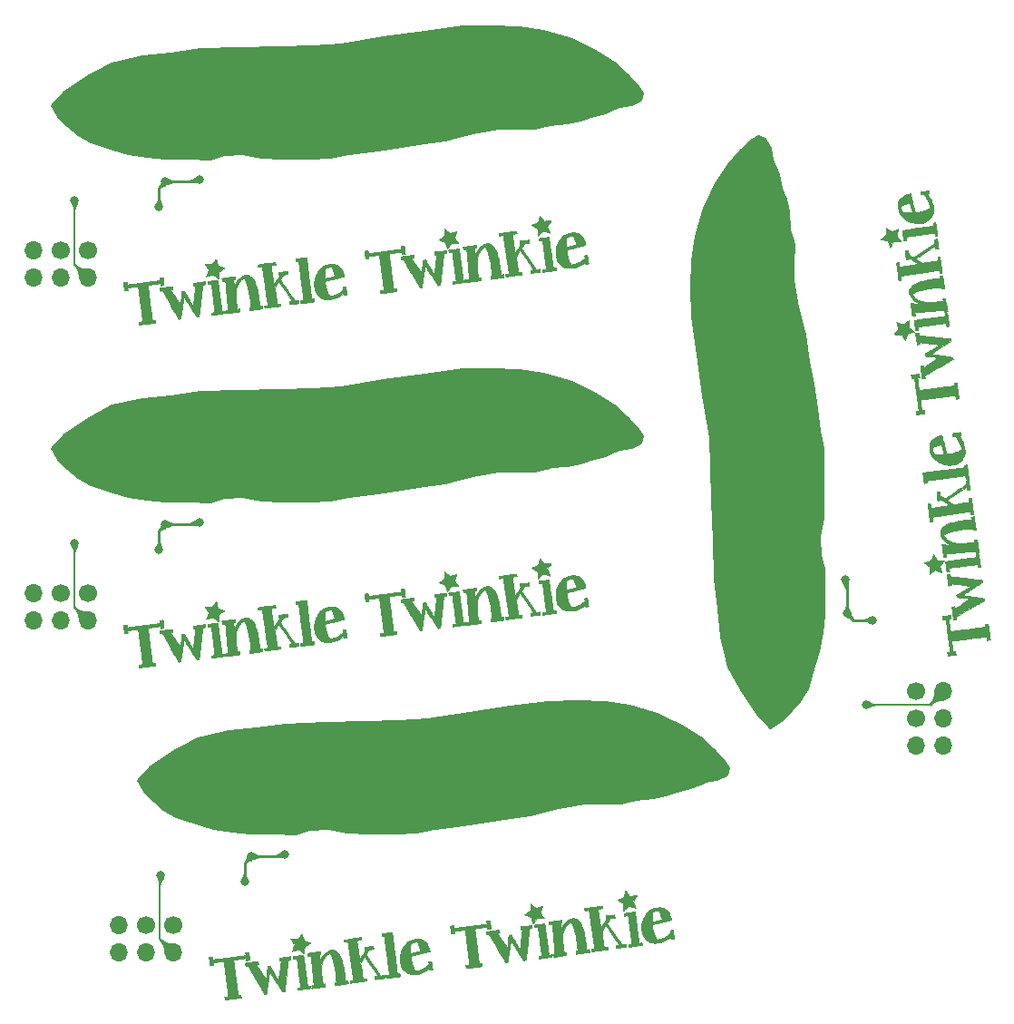
<source format=gtl>
%MOIN*%
%OFA0B0*%
%FSLAX46Y46*%
%IPPOS*%
%LPD*%
%ADD10C,0.00039370078740157485*%
%ADD11C,0.066929133858267723*%
%ADD12O,0.066929133858267723X0.066929133858267723*%
%ADD13C,0.031496062992125991*%
%ADD14C,0.01*%
%ADD15C,0.007000000000000001*%
%ADD16C,0.001*%
%ADD27C,0.00039370078740157485*%
%ADD28C,0.066929133858267723*%
%ADD29O,0.066929133858267723X0.066929133858267723*%
%ADD30C,0.031496062992125991*%
%ADD31C,0.01*%
%ADD32C,0.007000000000000001*%
%ADD33C,0.001*%
%ADD34C,0.00039370078740157485*%
%ADD35C,0.066929133858267723*%
%ADD36O,0.066929133858267723X0.066929133858267723*%
%ADD37C,0.031496062992125991*%
%ADD38C,0.01*%
%ADD39C,0.007000000000000001*%
%ADD40C,0.001*%
%ADD41C,0.00039370078740157485*%
%ADD42C,0.066929133858267723*%
%ADD43O,0.066929133858267723X0.066929133858267723*%
%ADD44C,0.031496062992125991*%
%ADD45C,0.01*%
%ADD46C,0.007000000000000001*%
%ADD47C,0.001*%
D10*
G36*
X0002145229Y0003136194D02*
G01*
X0002146002Y0003135285D01*
X0002147160Y0003133886D01*
X0002148638Y0003132079D01*
X0002150368Y0003129943D01*
X0002152285Y0003127562D01*
X0002152940Y0003126744D01*
X0002160696Y0003117053D01*
X0002162370Y0003117053D01*
X0002163295Y0003117083D01*
X0002164899Y0003117168D01*
X0002167028Y0003117296D01*
X0002169528Y0003117457D01*
X0002172246Y0003117641D01*
X0002175030Y0003117837D01*
X0002177726Y0003118034D01*
X0002180181Y0003118221D01*
X0002182241Y0003118389D01*
X0002183714Y0003118523D01*
X0002185129Y0003118598D01*
X0002185956Y0003118498D01*
X0002186111Y0003118351D01*
X0002185890Y0003117912D01*
X0002185264Y0003116868D01*
X0002184291Y0003115308D01*
X0002183027Y0003113322D01*
X0002181528Y0003110999D01*
X0002179851Y0003108430D01*
X0002179269Y0003107545D01*
X0002172428Y0003097149D01*
X0002177211Y0003085382D01*
X0002178397Y0003082450D01*
X0002179467Y0003079776D01*
X0002180385Y0003077455D01*
X0002181112Y0003075582D01*
X0002181612Y0003074251D01*
X0002181848Y0003073558D01*
X0002181860Y0003073480D01*
X0002181440Y0003073552D01*
X0002180317Y0003073822D01*
X0002178589Y0003074262D01*
X0002176356Y0003074848D01*
X0002173719Y0003075554D01*
X0002170776Y0003076353D01*
X0002169656Y0003076659D01*
X0002166608Y0003077486D01*
X0002163812Y0003078226D01*
X0002161370Y0003078853D01*
X0002159387Y0003079341D01*
X0002157964Y0003079664D01*
X0002157206Y0003079797D01*
X0002157117Y0003079794D01*
X0002156690Y0003079488D01*
X0002155711Y0003078712D01*
X0002154263Y0003077533D01*
X0002152430Y0003076020D01*
X0002150294Y0003074242D01*
X0002147940Y0003072267D01*
X0002147215Y0003071656D01*
X0002144826Y0003069646D01*
X0002142645Y0003067823D01*
X0002140752Y0003066253D01*
X0002139229Y0003065002D01*
X0002138154Y0003064137D01*
X0002137610Y0003063723D01*
X0002137561Y0003063697D01*
X0002137453Y0003064080D01*
X0002137362Y0003065097D01*
X0002137307Y0003066546D01*
X0002137301Y0003066927D01*
X0002137267Y0003068310D01*
X0002137196Y0003070350D01*
X0002137095Y0003072873D01*
X0002136971Y0003075703D01*
X0002136832Y0003078667D01*
X0002136779Y0003079716D01*
X0002136299Y0003089275D01*
X0002125669Y0003095883D01*
X0002122999Y0003097551D01*
X0002120568Y0003099083D01*
X0002118464Y0003100425D01*
X0002116775Y0003101519D01*
X0002115589Y0003102308D01*
X0002114994Y0003102735D01*
X0002114941Y0003102790D01*
X0002115291Y0003103004D01*
X0002116329Y0003103467D01*
X0002117961Y0003104140D01*
X0002120090Y0003104985D01*
X0002122624Y0003105965D01*
X0002125467Y0003107041D01*
X0002126536Y0003107440D01*
X0002129605Y0003108599D01*
X0002132368Y0003109676D01*
X0002134734Y0003110633D01*
X0002136610Y0003111431D01*
X0002137905Y0003112032D01*
X0002138526Y0003112399D01*
X0002138563Y0003112442D01*
X0002138744Y0003113002D01*
X0002139092Y0003114264D01*
X0002139579Y0003116120D01*
X0002140178Y0003118462D01*
X0002140860Y0003121181D01*
X0002141597Y0003124170D01*
X0002141765Y0003124860D01*
X0002142504Y0003127849D01*
X0002143191Y0003130552D01*
X0002143800Y0003132869D01*
X0002144302Y0003134701D01*
X0002144673Y0003135948D01*
X0002144884Y0003136510D01*
X0002144910Y0003136531D01*
X0002145229Y0003136194D01*
X0002145229Y0003136194D01*
G37*
X0002145229Y0003136194D02*
X0002146002Y0003135285D01*
X0002147160Y0003133886D01*
X0002148638Y0003132079D01*
X0002150368Y0003129943D01*
X0002152285Y0003127562D01*
X0002152940Y0003126744D01*
X0002160696Y0003117053D01*
X0002162370Y0003117053D01*
X0002163295Y0003117083D01*
X0002164899Y0003117168D01*
X0002167028Y0003117296D01*
X0002169528Y0003117457D01*
X0002172246Y0003117641D01*
X0002175030Y0003117837D01*
X0002177726Y0003118034D01*
X0002180181Y0003118221D01*
X0002182241Y0003118389D01*
X0002183714Y0003118523D01*
X0002185129Y0003118598D01*
X0002185956Y0003118498D01*
X0002186111Y0003118351D01*
X0002185890Y0003117912D01*
X0002185264Y0003116868D01*
X0002184291Y0003115308D01*
X0002183027Y0003113322D01*
X0002181528Y0003110999D01*
X0002179851Y0003108430D01*
X0002179269Y0003107545D01*
X0002172428Y0003097149D01*
X0002177211Y0003085382D01*
X0002178397Y0003082450D01*
X0002179467Y0003079776D01*
X0002180385Y0003077455D01*
X0002181112Y0003075582D01*
X0002181612Y0003074251D01*
X0002181848Y0003073558D01*
X0002181860Y0003073480D01*
X0002181440Y0003073552D01*
X0002180317Y0003073822D01*
X0002178589Y0003074262D01*
X0002176356Y0003074848D01*
X0002173719Y0003075554D01*
X0002170776Y0003076353D01*
X0002169656Y0003076659D01*
X0002166608Y0003077486D01*
X0002163812Y0003078226D01*
X0002161370Y0003078853D01*
X0002159387Y0003079341D01*
X0002157964Y0003079664D01*
X0002157206Y0003079797D01*
X0002157117Y0003079794D01*
X0002156690Y0003079488D01*
X0002155711Y0003078712D01*
X0002154263Y0003077533D01*
X0002152430Y0003076020D01*
X0002150294Y0003074242D01*
X0002147940Y0003072267D01*
X0002147215Y0003071656D01*
X0002144826Y0003069646D01*
X0002142645Y0003067823D01*
X0002140752Y0003066253D01*
X0002139229Y0003065002D01*
X0002138154Y0003064137D01*
X0002137610Y0003063723D01*
X0002137561Y0003063697D01*
X0002137453Y0003064080D01*
X0002137362Y0003065097D01*
X0002137307Y0003066546D01*
X0002137301Y0003066927D01*
X0002137267Y0003068310D01*
X0002137196Y0003070350D01*
X0002137095Y0003072873D01*
X0002136971Y0003075703D01*
X0002136832Y0003078667D01*
X0002136779Y0003079716D01*
X0002136299Y0003089275D01*
X0002125669Y0003095883D01*
X0002122999Y0003097551D01*
X0002120568Y0003099083D01*
X0002118464Y0003100425D01*
X0002116775Y0003101519D01*
X0002115589Y0003102308D01*
X0002114994Y0003102735D01*
X0002114941Y0003102790D01*
X0002115291Y0003103004D01*
X0002116329Y0003103467D01*
X0002117961Y0003104140D01*
X0002120090Y0003104985D01*
X0002122624Y0003105965D01*
X0002125467Y0003107041D01*
X0002126536Y0003107440D01*
X0002129605Y0003108599D01*
X0002132368Y0003109676D01*
X0002134734Y0003110633D01*
X0002136610Y0003111431D01*
X0002137905Y0003112032D01*
X0002138526Y0003112399D01*
X0002138563Y0003112442D01*
X0002138744Y0003113002D01*
X0002139092Y0003114264D01*
X0002139579Y0003116120D01*
X0002140178Y0003118462D01*
X0002140860Y0003121181D01*
X0002141597Y0003124170D01*
X0002141765Y0003124860D01*
X0002142504Y0003127849D01*
X0002143191Y0003130552D01*
X0002143800Y0003132869D01*
X0002144302Y0003134701D01*
X0002144673Y0003135948D01*
X0002144884Y0003136510D01*
X0002144910Y0003136531D01*
X0002145229Y0003136194D01*
G36*
X0001805119Y0003080190D02*
G01*
X0001807603Y0003078242D01*
X0001809893Y0003076475D01*
X0001811903Y0003074951D01*
X0001813548Y0003073734D01*
X0001814742Y0003072889D01*
X0001815399Y0003072480D01*
X0001815484Y0003072451D01*
X0001816014Y0003072570D01*
X0001817235Y0003072907D01*
X0001819042Y0003073431D01*
X0001821330Y0003074111D01*
X0001823993Y0003074915D01*
X0001826927Y0003075814D01*
X0001827690Y0003076050D01*
X0001830652Y0003076957D01*
X0001833349Y0003077768D01*
X0001835681Y0003078452D01*
X0001837547Y0003078981D01*
X0001838847Y0003079326D01*
X0001839479Y0003079458D01*
X0001839522Y0003079454D01*
X0001839432Y0003079029D01*
X0001839084Y0003077920D01*
X0001838512Y0003076225D01*
X0001837748Y0003074041D01*
X0001836827Y0003071464D01*
X0001835782Y0003068592D01*
X0001835362Y0003067448D01*
X0001834129Y0003064101D01*
X0001833160Y0003061446D01*
X0001832429Y0003059394D01*
X0001831912Y0003057854D01*
X0001831584Y0003056738D01*
X0001831418Y0003055956D01*
X0001831391Y0003055417D01*
X0001831477Y0003055032D01*
X0001831651Y0003054712D01*
X0001831754Y0003054561D01*
X0001832188Y0003053941D01*
X0001833032Y0003052741D01*
X0001834214Y0003051062D01*
X0001835663Y0003049006D01*
X0001837308Y0003046674D01*
X0001839067Y0003044180D01*
X0001840781Y0003041734D01*
X0001842314Y0003039516D01*
X0001843608Y0003037613D01*
X0001844601Y0003036116D01*
X0001845234Y0003035112D01*
X0001845446Y0003034693D01*
X0001845444Y0003034687D01*
X0001844991Y0003034651D01*
X0001843828Y0003034654D01*
X0001842077Y0003034694D01*
X0001839860Y0003034767D01*
X0001837300Y0003034869D01*
X0001836130Y0003034922D01*
X0001833189Y0003035050D01*
X0001830286Y0003035163D01*
X0001827609Y0003035255D01*
X0001825349Y0003035318D01*
X0001823693Y0003035347D01*
X0001823452Y0003035348D01*
X0001819901Y0003035352D01*
X0001812414Y0003025348D01*
X0001810529Y0003022838D01*
X0001808803Y0003020559D01*
X0001807300Y0003018592D01*
X0001806084Y0003017019D01*
X0001805216Y0003015923D01*
X0001804761Y0003015385D01*
X0001804710Y0003015343D01*
X0001804547Y0003015729D01*
X0001804193Y0003016819D01*
X0001803675Y0003018515D01*
X0001803025Y0003020719D01*
X0001802270Y0003023331D01*
X0001801441Y0003026253D01*
X0001801159Y0003027258D01*
X0001800310Y0003030278D01*
X0001799527Y0003033037D01*
X0001798839Y0003035433D01*
X0001798276Y0003037365D01*
X0001797867Y0003038730D01*
X0001797643Y0003039425D01*
X0001797616Y0003039488D01*
X0001797183Y0003039697D01*
X0001796059Y0003040135D01*
X0001794341Y0003040769D01*
X0001792127Y0003041562D01*
X0001789517Y0003042478D01*
X0001786607Y0003043483D01*
X0001785423Y0003043888D01*
X0001782438Y0003044908D01*
X0001779725Y0003045840D01*
X0001777378Y0003046652D01*
X0001775495Y0003047310D01*
X0001774171Y0003047780D01*
X0001773502Y0003048029D01*
X0001773439Y0003048059D01*
X0001773773Y0003048302D01*
X0001774717Y0003048948D01*
X0001776189Y0003049942D01*
X0001778103Y0003051226D01*
X0001780376Y0003052743D01*
X0001782922Y0003054438D01*
X0001784058Y0003055192D01*
X0001794678Y0003062238D01*
X0001794739Y0003070783D01*
X0001794772Y0003073722D01*
X0001794827Y0003076703D01*
X0001794898Y0003079505D01*
X0001794979Y0003081907D01*
X0001795062Y0003083628D01*
X0001795323Y0003087928D01*
X0001805119Y0003080190D01*
X0001805119Y0003080190D01*
G37*
X0001805119Y0003080190D02*
X0001807603Y0003078242D01*
X0001809893Y0003076475D01*
X0001811903Y0003074951D01*
X0001813548Y0003073734D01*
X0001814742Y0003072889D01*
X0001815399Y0003072480D01*
X0001815484Y0003072451D01*
X0001816014Y0003072570D01*
X0001817235Y0003072907D01*
X0001819042Y0003073431D01*
X0001821330Y0003074111D01*
X0001823993Y0003074915D01*
X0001826927Y0003075814D01*
X0001827690Y0003076050D01*
X0001830652Y0003076957D01*
X0001833349Y0003077768D01*
X0001835681Y0003078452D01*
X0001837547Y0003078981D01*
X0001838847Y0003079326D01*
X0001839479Y0003079458D01*
X0001839522Y0003079454D01*
X0001839432Y0003079029D01*
X0001839084Y0003077920D01*
X0001838512Y0003076225D01*
X0001837748Y0003074041D01*
X0001836827Y0003071464D01*
X0001835782Y0003068592D01*
X0001835362Y0003067448D01*
X0001834129Y0003064101D01*
X0001833160Y0003061446D01*
X0001832429Y0003059394D01*
X0001831912Y0003057854D01*
X0001831584Y0003056738D01*
X0001831418Y0003055956D01*
X0001831391Y0003055417D01*
X0001831477Y0003055032D01*
X0001831651Y0003054712D01*
X0001831754Y0003054561D01*
X0001832188Y0003053941D01*
X0001833032Y0003052741D01*
X0001834214Y0003051062D01*
X0001835663Y0003049006D01*
X0001837308Y0003046674D01*
X0001839067Y0003044180D01*
X0001840781Y0003041734D01*
X0001842314Y0003039516D01*
X0001843608Y0003037613D01*
X0001844601Y0003036116D01*
X0001845234Y0003035112D01*
X0001845446Y0003034693D01*
X0001845444Y0003034687D01*
X0001844991Y0003034651D01*
X0001843828Y0003034654D01*
X0001842077Y0003034694D01*
X0001839860Y0003034767D01*
X0001837300Y0003034869D01*
X0001836130Y0003034922D01*
X0001833189Y0003035050D01*
X0001830286Y0003035163D01*
X0001827609Y0003035255D01*
X0001825349Y0003035318D01*
X0001823693Y0003035347D01*
X0001823452Y0003035348D01*
X0001819901Y0003035352D01*
X0001812414Y0003025348D01*
X0001810529Y0003022838D01*
X0001808803Y0003020559D01*
X0001807300Y0003018592D01*
X0001806084Y0003017019D01*
X0001805216Y0003015923D01*
X0001804761Y0003015385D01*
X0001804710Y0003015343D01*
X0001804547Y0003015729D01*
X0001804193Y0003016819D01*
X0001803675Y0003018515D01*
X0001803025Y0003020719D01*
X0001802270Y0003023331D01*
X0001801441Y0003026253D01*
X0001801159Y0003027258D01*
X0001800310Y0003030278D01*
X0001799527Y0003033037D01*
X0001798839Y0003035433D01*
X0001798276Y0003037365D01*
X0001797867Y0003038730D01*
X0001797643Y0003039425D01*
X0001797616Y0003039488D01*
X0001797183Y0003039697D01*
X0001796059Y0003040135D01*
X0001794341Y0003040769D01*
X0001792127Y0003041562D01*
X0001789517Y0003042478D01*
X0001786607Y0003043483D01*
X0001785423Y0003043888D01*
X0001782438Y0003044908D01*
X0001779725Y0003045840D01*
X0001777378Y0003046652D01*
X0001775495Y0003047310D01*
X0001774171Y0003047780D01*
X0001773502Y0003048029D01*
X0001773439Y0003048059D01*
X0001773773Y0003048302D01*
X0001774717Y0003048948D01*
X0001776189Y0003049942D01*
X0001778103Y0003051226D01*
X0001780376Y0003052743D01*
X0001782922Y0003054438D01*
X0001784058Y0003055192D01*
X0001794678Y0003062238D01*
X0001794739Y0003070783D01*
X0001794772Y0003073722D01*
X0001794827Y0003076703D01*
X0001794898Y0003079505D01*
X0001794979Y0003081907D01*
X0001795062Y0003083628D01*
X0001795323Y0003087928D01*
X0001805119Y0003080190D01*
G36*
X0002271042Y0003074463D02*
G01*
X0002274984Y0003074226D01*
X0002278512Y0003073759D01*
X0002280525Y0003073321D01*
X0002285574Y0003071605D01*
X0002290206Y0003069235D01*
X0002294434Y0003066197D01*
X0002298268Y0003062475D01*
X0002301721Y0003058056D01*
X0002304803Y0003052924D01*
X0002307527Y0003047067D01*
X0002309904Y0003040468D01*
X0002311634Y0003034372D01*
X0002312095Y0003032453D01*
X0002312435Y0003030836D01*
X0002312623Y0003029686D01*
X0002312627Y0003029168D01*
X0002312623Y0003029162D01*
X0002312187Y0003029023D01*
X0002311002Y0003028699D01*
X0002309126Y0003028205D01*
X0002306618Y0003027556D01*
X0002303538Y0003026768D01*
X0002299945Y0003025856D01*
X0002295899Y0003024834D01*
X0002291459Y0003023717D01*
X0002286684Y0003022522D01*
X0002281633Y0003021262D01*
X0002277893Y0003020332D01*
X0002243427Y0003011772D01*
X0002243466Y0003006784D01*
X0002243734Y0003002331D01*
X0002244464Y0002997269D01*
X0002245637Y0002991673D01*
X0002247237Y0002985617D01*
X0002249247Y0002979175D01*
X0002250732Y0002974910D01*
X0002251669Y0002972460D01*
X0002252756Y0002969846D01*
X0002253931Y0002967196D01*
X0002255133Y0002964635D01*
X0002256300Y0002962290D01*
X0002257370Y0002960288D01*
X0002258281Y0002958754D01*
X0002258971Y0002957816D01*
X0002259180Y0002957630D01*
X0002260332Y0002957274D01*
X0002262157Y0002957223D01*
X0002264560Y0002957461D01*
X0002267445Y0002957974D01*
X0002270715Y0002958747D01*
X0002274274Y0002959765D01*
X0002275523Y0002960161D01*
X0002280290Y0002961916D01*
X0002285243Y0002964117D01*
X0002290211Y0002966665D01*
X0002295021Y0002969461D01*
X0002299502Y0002972405D01*
X0002303482Y0002975398D01*
X0002306399Y0002977962D01*
X0002309946Y0002981371D01*
X0002309144Y0002985748D01*
X0002308828Y0002987549D01*
X0002308597Y0002989020D01*
X0002308477Y0002989984D01*
X0002308477Y0002990273D01*
X0002308965Y0002990417D01*
X0002310079Y0002990595D01*
X0002311616Y0002990787D01*
X0002313378Y0002990974D01*
X0002315165Y0002991136D01*
X0002316777Y0002991255D01*
X0002318014Y0002991310D01*
X0002318677Y0002991284D01*
X0002318731Y0002991261D01*
X0002318834Y0002990819D01*
X0002319038Y0002989665D01*
X0002319327Y0002987910D01*
X0002319684Y0002985669D01*
X0002320091Y0002983054D01*
X0002320532Y0002980177D01*
X0002320990Y0002977151D01*
X0002321447Y0002974088D01*
X0002321888Y0002971103D01*
X0002322295Y0002968307D01*
X0002322651Y0002965812D01*
X0002322939Y0002963733D01*
X0002323143Y0002962181D01*
X0002323245Y0002961269D01*
X0002323253Y0002961112D01*
X0002322869Y0002960964D01*
X0002321845Y0002960781D01*
X0002320374Y0002960581D01*
X0002318650Y0002960385D01*
X0002316863Y0002960211D01*
X0002315208Y0002960080D01*
X0002313877Y0002960010D01*
X0002313061Y0002960023D01*
X0002312918Y0002960058D01*
X0002312671Y0002960558D01*
X0002312370Y0002961663D01*
X0002312073Y0002963151D01*
X0002312025Y0002963440D01*
X0002311698Y0002965149D01*
X0002311387Y0002966084D01*
X0002311071Y0002966305D01*
X0002311028Y0002966285D01*
X0002310492Y0002965925D01*
X0002309451Y0002965204D01*
X0002308081Y0002964244D01*
X0002307203Y0002963623D01*
X0002300757Y0002959391D01*
X0002293959Y0002955547D01*
X0002286963Y0002952160D01*
X0002279923Y0002949302D01*
X0002272994Y0002947040D01*
X0002266978Y0002945571D01*
X0002263090Y0002944921D01*
X0002258929Y0002944457D01*
X0002254763Y0002944195D01*
X0002250854Y0002944152D01*
X0002247468Y0002944345D01*
X0002247387Y0002944353D01*
X0002241235Y0002945412D01*
X0002235409Y0002947218D01*
X0002229942Y0002949736D01*
X0002224869Y0002952932D01*
X0002220224Y0002956770D01*
X0002216041Y0002961217D01*
X0002212354Y0002966237D01*
X0002209199Y0002971796D01*
X0002206609Y0002977860D01*
X0002204618Y0002984394D01*
X0002203756Y0002988359D01*
X0002203409Y0002990887D01*
X0002203172Y0002994024D01*
X0002203044Y0002997554D01*
X0002203026Y0003001261D01*
X0002203117Y0003004928D01*
X0002203317Y0003008337D01*
X0002203627Y0003011274D01*
X0002203769Y0003012199D01*
X0002205531Y0003020352D01*
X0002207949Y0003028189D01*
X0002210774Y0003035122D01*
X0002241995Y0003035122D01*
X0002241995Y0003032067D01*
X0002242011Y0003029231D01*
X0002242041Y0003026737D01*
X0002242088Y0003024709D01*
X0002242150Y0003023268D01*
X0002242230Y0003022536D01*
X0002242230Y0003022534D01*
X0002242565Y0003021805D01*
X0002242854Y0003021596D01*
X0002243324Y0003021694D01*
X0002244519Y0003021974D01*
X0002246355Y0003022415D01*
X0002248748Y0003022998D01*
X0002251615Y0003023701D01*
X0002254871Y0003024504D01*
X0002258432Y0003025387D01*
X0002261042Y0003026036D01*
X0002264758Y0003026964D01*
X0002268217Y0003027831D01*
X0002271339Y0003028618D01*
X0002274040Y0003029302D01*
X0002276237Y0003029862D01*
X0002277848Y0003030279D01*
X0002278790Y0003030531D01*
X0002279008Y0003030598D01*
X0002278931Y0003031020D01*
X0002278606Y0003032124D01*
X0002278068Y0003033806D01*
X0002277355Y0003035963D01*
X0002276501Y0003038493D01*
X0002275542Y0003041294D01*
X0002274515Y0003044262D01*
X0002273455Y0003047294D01*
X0002272399Y0003050288D01*
X0002271382Y0003053142D01*
X0002270440Y0003055751D01*
X0002269609Y0003058015D01*
X0002268925Y0003059829D01*
X0002268423Y0003061091D01*
X0002268141Y0003061699D01*
X0002268136Y0003061707D01*
X0002266895Y0003062797D01*
X0002265046Y0003063441D01*
X0002262683Y0003063647D01*
X0002259895Y0003063424D01*
X0002256775Y0003062781D01*
X0002253414Y0003061725D01*
X0002249904Y0003060266D01*
X0002249262Y0003059960D01*
X0002246849Y0003058732D01*
X0002245099Y0003057663D01*
X0002243894Y0003056625D01*
X0002243114Y0003055487D01*
X0002242643Y0003054118D01*
X0002242360Y0003052388D01*
X0002242358Y0003052373D01*
X0002242271Y0003051210D01*
X0002242194Y0003049409D01*
X0002242129Y0003047092D01*
X0002242076Y0003044383D01*
X0002242036Y0003041403D01*
X0002242008Y0003038275D01*
X0002241995Y0003035122D01*
X0002210774Y0003035122D01*
X0002210990Y0003035652D01*
X0002214621Y0003042684D01*
X0002218809Y0003049228D01*
X0002223522Y0003055226D01*
X0002228725Y0003060620D01*
X0002234258Y0003065258D01*
X0002236748Y0003066828D01*
X0002239951Y0003068373D01*
X0002243745Y0003069850D01*
X0002248007Y0003071218D01*
X0002252618Y0003072435D01*
X0002257455Y0003073461D01*
X0002259058Y0003073746D01*
X0002262846Y0003074227D01*
X0002266918Y0003074465D01*
X0002271042Y0003074463D01*
X0002271042Y0003074463D01*
G37*
X0002271042Y0003074463D02*
X0002274984Y0003074226D01*
X0002278512Y0003073759D01*
X0002280525Y0003073321D01*
X0002285574Y0003071605D01*
X0002290206Y0003069235D01*
X0002294434Y0003066197D01*
X0002298268Y0003062475D01*
X0002301721Y0003058056D01*
X0002304803Y0003052924D01*
X0002307527Y0003047067D01*
X0002309904Y0003040468D01*
X0002311634Y0003034372D01*
X0002312095Y0003032453D01*
X0002312435Y0003030836D01*
X0002312623Y0003029686D01*
X0002312627Y0003029168D01*
X0002312623Y0003029162D01*
X0002312187Y0003029023D01*
X0002311002Y0003028699D01*
X0002309126Y0003028205D01*
X0002306618Y0003027556D01*
X0002303538Y0003026768D01*
X0002299945Y0003025856D01*
X0002295899Y0003024834D01*
X0002291459Y0003023717D01*
X0002286684Y0003022522D01*
X0002281633Y0003021262D01*
X0002277893Y0003020332D01*
X0002243427Y0003011772D01*
X0002243466Y0003006784D01*
X0002243734Y0003002331D01*
X0002244464Y0002997269D01*
X0002245637Y0002991673D01*
X0002247237Y0002985617D01*
X0002249247Y0002979175D01*
X0002250732Y0002974910D01*
X0002251669Y0002972460D01*
X0002252756Y0002969846D01*
X0002253931Y0002967196D01*
X0002255133Y0002964635D01*
X0002256300Y0002962290D01*
X0002257370Y0002960288D01*
X0002258281Y0002958754D01*
X0002258971Y0002957816D01*
X0002259180Y0002957630D01*
X0002260332Y0002957274D01*
X0002262157Y0002957223D01*
X0002264560Y0002957461D01*
X0002267445Y0002957974D01*
X0002270715Y0002958747D01*
X0002274274Y0002959765D01*
X0002275523Y0002960161D01*
X0002280290Y0002961916D01*
X0002285243Y0002964117D01*
X0002290211Y0002966665D01*
X0002295021Y0002969461D01*
X0002299502Y0002972405D01*
X0002303482Y0002975398D01*
X0002306399Y0002977962D01*
X0002309946Y0002981371D01*
X0002309144Y0002985748D01*
X0002308828Y0002987549D01*
X0002308597Y0002989020D01*
X0002308477Y0002989984D01*
X0002308477Y0002990273D01*
X0002308965Y0002990417D01*
X0002310079Y0002990595D01*
X0002311616Y0002990787D01*
X0002313378Y0002990974D01*
X0002315165Y0002991136D01*
X0002316777Y0002991255D01*
X0002318014Y0002991310D01*
X0002318677Y0002991284D01*
X0002318731Y0002991261D01*
X0002318834Y0002990819D01*
X0002319038Y0002989665D01*
X0002319327Y0002987910D01*
X0002319684Y0002985669D01*
X0002320091Y0002983054D01*
X0002320532Y0002980177D01*
X0002320990Y0002977151D01*
X0002321447Y0002974088D01*
X0002321888Y0002971103D01*
X0002322295Y0002968307D01*
X0002322651Y0002965812D01*
X0002322939Y0002963733D01*
X0002323143Y0002962181D01*
X0002323245Y0002961269D01*
X0002323253Y0002961112D01*
X0002322869Y0002960964D01*
X0002321845Y0002960781D01*
X0002320374Y0002960581D01*
X0002318650Y0002960385D01*
X0002316863Y0002960211D01*
X0002315208Y0002960080D01*
X0002313877Y0002960010D01*
X0002313061Y0002960023D01*
X0002312918Y0002960058D01*
X0002312671Y0002960558D01*
X0002312370Y0002961663D01*
X0002312073Y0002963151D01*
X0002312025Y0002963440D01*
X0002311698Y0002965149D01*
X0002311387Y0002966084D01*
X0002311071Y0002966305D01*
X0002311028Y0002966285D01*
X0002310492Y0002965925D01*
X0002309451Y0002965204D01*
X0002308081Y0002964244D01*
X0002307203Y0002963623D01*
X0002300757Y0002959391D01*
X0002293959Y0002955547D01*
X0002286963Y0002952160D01*
X0002279923Y0002949302D01*
X0002272994Y0002947040D01*
X0002266978Y0002945571D01*
X0002263090Y0002944921D01*
X0002258929Y0002944457D01*
X0002254763Y0002944195D01*
X0002250854Y0002944152D01*
X0002247468Y0002944345D01*
X0002247387Y0002944353D01*
X0002241235Y0002945412D01*
X0002235409Y0002947218D01*
X0002229942Y0002949736D01*
X0002224869Y0002952932D01*
X0002220224Y0002956770D01*
X0002216041Y0002961217D01*
X0002212354Y0002966237D01*
X0002209199Y0002971796D01*
X0002206609Y0002977860D01*
X0002204618Y0002984394D01*
X0002203756Y0002988359D01*
X0002203409Y0002990887D01*
X0002203172Y0002994024D01*
X0002203044Y0002997554D01*
X0002203026Y0003001261D01*
X0002203117Y0003004928D01*
X0002203317Y0003008337D01*
X0002203627Y0003011274D01*
X0002203769Y0003012199D01*
X0002205531Y0003020352D01*
X0002207949Y0003028189D01*
X0002210774Y0003035122D01*
X0002241995Y0003035122D01*
X0002241995Y0003032067D01*
X0002242011Y0003029231D01*
X0002242041Y0003026737D01*
X0002242088Y0003024709D01*
X0002242150Y0003023268D01*
X0002242230Y0003022536D01*
X0002242230Y0003022534D01*
X0002242565Y0003021805D01*
X0002242854Y0003021596D01*
X0002243324Y0003021694D01*
X0002244519Y0003021974D01*
X0002246355Y0003022415D01*
X0002248748Y0003022998D01*
X0002251615Y0003023701D01*
X0002254871Y0003024504D01*
X0002258432Y0003025387D01*
X0002261042Y0003026036D01*
X0002264758Y0003026964D01*
X0002268217Y0003027831D01*
X0002271339Y0003028618D01*
X0002274040Y0003029302D01*
X0002276237Y0003029862D01*
X0002277848Y0003030279D01*
X0002278790Y0003030531D01*
X0002279008Y0003030598D01*
X0002278931Y0003031020D01*
X0002278606Y0003032124D01*
X0002278068Y0003033806D01*
X0002277355Y0003035963D01*
X0002276501Y0003038493D01*
X0002275542Y0003041294D01*
X0002274515Y0003044262D01*
X0002273455Y0003047294D01*
X0002272399Y0003050288D01*
X0002271382Y0003053142D01*
X0002270440Y0003055751D01*
X0002269609Y0003058015D01*
X0002268925Y0003059829D01*
X0002268423Y0003061091D01*
X0002268141Y0003061699D01*
X0002268136Y0003061707D01*
X0002266895Y0003062797D01*
X0002265046Y0003063441D01*
X0002262683Y0003063647D01*
X0002259895Y0003063424D01*
X0002256775Y0003062781D01*
X0002253414Y0003061725D01*
X0002249904Y0003060266D01*
X0002249262Y0003059960D01*
X0002246849Y0003058732D01*
X0002245099Y0003057663D01*
X0002243894Y0003056625D01*
X0002243114Y0003055487D01*
X0002242643Y0003054118D01*
X0002242360Y0003052388D01*
X0002242358Y0003052373D01*
X0002242271Y0003051210D01*
X0002242194Y0003049409D01*
X0002242129Y0003047092D01*
X0002242076Y0003044383D01*
X0002242036Y0003041403D01*
X0002242008Y0003038275D01*
X0002241995Y0003035122D01*
X0002210774Y0003035122D01*
X0002210990Y0003035652D01*
X0002214621Y0003042684D01*
X0002218809Y0003049228D01*
X0002223522Y0003055226D01*
X0002228725Y0003060620D01*
X0002234258Y0003065258D01*
X0002236748Y0003066828D01*
X0002239951Y0003068373D01*
X0002243745Y0003069850D01*
X0002248007Y0003071218D01*
X0002252618Y0003072435D01*
X0002257455Y0003073461D01*
X0002259058Y0003073746D01*
X0002262846Y0003074227D01*
X0002266918Y0003074465D01*
X0002271042Y0003074463D01*
G36*
X0002185958Y0003001036D02*
G01*
X0002186860Y0002994211D01*
X0002187734Y0002987615D01*
X0002188574Y0002981293D01*
X0002189374Y0002975294D01*
X0002190127Y0002969665D01*
X0002190827Y0002964452D01*
X0002191467Y0002959702D01*
X0002192042Y0002955464D01*
X0002192545Y0002951784D01*
X0002192969Y0002948709D01*
X0002193308Y0002946286D01*
X0002193556Y0002944563D01*
X0002193706Y0002943587D01*
X0002193749Y0002943373D01*
X0002194214Y0002943378D01*
X0002195327Y0002943544D01*
X0002196927Y0002943844D01*
X0002198851Y0002944249D01*
X0002199019Y0002944286D01*
X0002200962Y0002944699D01*
X0002202592Y0002945011D01*
X0002203749Y0002945193D01*
X0002204269Y0002945216D01*
X0002204279Y0002945210D01*
X0002204456Y0002944701D01*
X0002204688Y0002943600D01*
X0002204943Y0002942123D01*
X0002205190Y0002940488D01*
X0002205395Y0002938913D01*
X0002205529Y0002937614D01*
X0002205559Y0002936810D01*
X0002205525Y0002936661D01*
X0002205083Y0002936563D01*
X0002203903Y0002936366D01*
X0002202076Y0002936083D01*
X0002199689Y0002935725D01*
X0002196831Y0002935306D01*
X0002193593Y0002934837D01*
X0002190062Y0002934332D01*
X0002186328Y0002933802D01*
X0002182480Y0002933261D01*
X0002178606Y0002932720D01*
X0002174797Y0002932192D01*
X0002171140Y0002931690D01*
X0002167724Y0002931226D01*
X0002164639Y0002930812D01*
X0002161974Y0002930461D01*
X0002159818Y0002930185D01*
X0002158259Y0002929998D01*
X0002157387Y0002929910D01*
X0002157285Y0002929906D01*
X0002156179Y0002929891D01*
X0002156011Y0002933955D01*
X0002155961Y0002935720D01*
X0002155965Y0002937161D01*
X0002156019Y0002938082D01*
X0002156075Y0002938304D01*
X0002156553Y0002938447D01*
X0002157703Y0002938642D01*
X0002159364Y0002938863D01*
X0002161378Y0002939090D01*
X0002161934Y0002939147D01*
X0002167562Y0002939705D01*
X0002167488Y0002940946D01*
X0002167418Y0002941651D01*
X0002167251Y0002943101D01*
X0002166994Y0002945236D01*
X0002166654Y0002947997D01*
X0002166241Y0002951323D01*
X0002165761Y0002955153D01*
X0002165223Y0002959428D01*
X0002164633Y0002964087D01*
X0002164000Y0002969070D01*
X0002163332Y0002974316D01*
X0002162636Y0002979766D01*
X0002161920Y0002985359D01*
X0002161191Y0002991034D01*
X0002160459Y0002996732D01*
X0002159729Y0003002392D01*
X0002159011Y0003007953D01*
X0002158311Y0003013356D01*
X0002157638Y0003018541D01*
X0002156999Y0003023446D01*
X0002156403Y0003028013D01*
X0002155856Y0003032179D01*
X0002155366Y0003035886D01*
X0002154942Y0003039072D01*
X0002154591Y0003041678D01*
X0002154321Y0003043644D01*
X0002154140Y0003044908D01*
X0002154054Y0003045411D01*
X0002154052Y0003045417D01*
X0002153574Y0003045459D01*
X0002152421Y0003045395D01*
X0002150743Y0003045238D01*
X0002148692Y0003045000D01*
X0002147621Y0003044862D01*
X0002145449Y0003044587D01*
X0002143584Y0003044376D01*
X0002142176Y0003044245D01*
X0002141374Y0003044209D01*
X0002141247Y0003044229D01*
X0002141155Y0003044679D01*
X0002141027Y0003045752D01*
X0002140880Y0003047239D01*
X0002140732Y0003048933D01*
X0002140600Y0003050624D01*
X0002140502Y0003052103D01*
X0002140454Y0003053163D01*
X0002140471Y0003053591D01*
X0002140882Y0003053663D01*
X0002142018Y0003053828D01*
X0002143778Y0003054072D01*
X0002146061Y0003054382D01*
X0002148763Y0003054744D01*
X0002151785Y0003055145D01*
X0002155025Y0003055572D01*
X0002158380Y0003056012D01*
X0002161749Y0003056451D01*
X0002165031Y0003056876D01*
X0002168124Y0003057274D01*
X0002170927Y0003057632D01*
X0002173337Y0003057936D01*
X0002175254Y0003058172D01*
X0002176575Y0003058328D01*
X0002177139Y0003058387D01*
X0002178379Y0003058486D01*
X0002185958Y0003001036D01*
X0002185958Y0003001036D01*
G37*
X0002185958Y0003001036D02*
X0002186860Y0002994211D01*
X0002187734Y0002987615D01*
X0002188574Y0002981293D01*
X0002189374Y0002975294D01*
X0002190127Y0002969665D01*
X0002190827Y0002964452D01*
X0002191467Y0002959702D01*
X0002192042Y0002955464D01*
X0002192545Y0002951784D01*
X0002192969Y0002948709D01*
X0002193308Y0002946286D01*
X0002193556Y0002944563D01*
X0002193706Y0002943587D01*
X0002193749Y0002943373D01*
X0002194214Y0002943378D01*
X0002195327Y0002943544D01*
X0002196927Y0002943844D01*
X0002198851Y0002944249D01*
X0002199019Y0002944286D01*
X0002200962Y0002944699D01*
X0002202592Y0002945011D01*
X0002203749Y0002945193D01*
X0002204269Y0002945216D01*
X0002204279Y0002945210D01*
X0002204456Y0002944701D01*
X0002204688Y0002943600D01*
X0002204943Y0002942123D01*
X0002205190Y0002940488D01*
X0002205395Y0002938913D01*
X0002205529Y0002937614D01*
X0002205559Y0002936810D01*
X0002205525Y0002936661D01*
X0002205083Y0002936563D01*
X0002203903Y0002936366D01*
X0002202076Y0002936083D01*
X0002199689Y0002935725D01*
X0002196831Y0002935306D01*
X0002193593Y0002934837D01*
X0002190062Y0002934332D01*
X0002186328Y0002933802D01*
X0002182480Y0002933261D01*
X0002178606Y0002932720D01*
X0002174797Y0002932192D01*
X0002171140Y0002931690D01*
X0002167724Y0002931226D01*
X0002164639Y0002930812D01*
X0002161974Y0002930461D01*
X0002159818Y0002930185D01*
X0002158259Y0002929998D01*
X0002157387Y0002929910D01*
X0002157285Y0002929906D01*
X0002156179Y0002929891D01*
X0002156011Y0002933955D01*
X0002155961Y0002935720D01*
X0002155965Y0002937161D01*
X0002156019Y0002938082D01*
X0002156075Y0002938304D01*
X0002156553Y0002938447D01*
X0002157703Y0002938642D01*
X0002159364Y0002938863D01*
X0002161378Y0002939090D01*
X0002161934Y0002939147D01*
X0002167562Y0002939705D01*
X0002167488Y0002940946D01*
X0002167418Y0002941651D01*
X0002167251Y0002943101D01*
X0002166994Y0002945236D01*
X0002166654Y0002947997D01*
X0002166241Y0002951323D01*
X0002165761Y0002955153D01*
X0002165223Y0002959428D01*
X0002164633Y0002964087D01*
X0002164000Y0002969070D01*
X0002163332Y0002974316D01*
X0002162636Y0002979766D01*
X0002161920Y0002985359D01*
X0002161191Y0002991034D01*
X0002160459Y0002996732D01*
X0002159729Y0003002392D01*
X0002159011Y0003007953D01*
X0002158311Y0003013356D01*
X0002157638Y0003018541D01*
X0002156999Y0003023446D01*
X0002156403Y0003028013D01*
X0002155856Y0003032179D01*
X0002155366Y0003035886D01*
X0002154942Y0003039072D01*
X0002154591Y0003041678D01*
X0002154321Y0003043644D01*
X0002154140Y0003044908D01*
X0002154054Y0003045411D01*
X0002154052Y0003045417D01*
X0002153574Y0003045459D01*
X0002152421Y0003045395D01*
X0002150743Y0003045238D01*
X0002148692Y0003045000D01*
X0002147621Y0003044862D01*
X0002145449Y0003044587D01*
X0002143584Y0003044376D01*
X0002142176Y0003044245D01*
X0002141374Y0003044209D01*
X0002141247Y0003044229D01*
X0002141155Y0003044679D01*
X0002141027Y0003045752D01*
X0002140880Y0003047239D01*
X0002140732Y0003048933D01*
X0002140600Y0003050624D01*
X0002140502Y0003052103D01*
X0002140454Y0003053163D01*
X0002140471Y0003053591D01*
X0002140882Y0003053663D01*
X0002142018Y0003053828D01*
X0002143778Y0003054072D01*
X0002146061Y0003054382D01*
X0002148763Y0003054744D01*
X0002151785Y0003055145D01*
X0002155025Y0003055572D01*
X0002158380Y0003056012D01*
X0002161749Y0003056451D01*
X0002165031Y0003056876D01*
X0002168124Y0003057274D01*
X0002170927Y0003057632D01*
X0002173337Y0003057936D01*
X0002175254Y0003058172D01*
X0002176575Y0003058328D01*
X0002177139Y0003058387D01*
X0002178379Y0003058486D01*
X0002185958Y0003001036D01*
G36*
X0002058242Y0003079684D02*
G01*
X0002058507Y0003078613D01*
X0002058820Y0003077167D01*
X0002059138Y0003075562D01*
X0002059421Y0003074012D01*
X0002059626Y0003072731D01*
X0002059713Y0003071935D01*
X0002059695Y0003071782D01*
X0002059245Y0003071675D01*
X0002058095Y0003071483D01*
X0002056373Y0003071224D01*
X0002054205Y0003070918D01*
X0002051719Y0003070584D01*
X0002051220Y0003070518D01*
X0002048696Y0003070186D01*
X0002046473Y0003069888D01*
X0002044675Y0003069641D01*
X0002043430Y0003069462D01*
X0002042861Y0003069369D01*
X0002042839Y0003069362D01*
X0002042891Y0003068954D01*
X0002043057Y0003067794D01*
X0002043327Y0003065954D01*
X0002043691Y0003063506D01*
X0002044136Y0003060522D01*
X0002044653Y0003057074D01*
X0002045230Y0003053234D01*
X0002045857Y0003049074D01*
X0002046522Y0003044667D01*
X0002047215Y0003040084D01*
X0002047925Y0003035397D01*
X0002048640Y0003030679D01*
X0002049351Y0003026002D01*
X0002050045Y0003021437D01*
X0002050713Y0003017057D01*
X0002051343Y0003012933D01*
X0002051924Y0003009138D01*
X0002052446Y0003005744D01*
X0002052897Y0003002823D01*
X0002053219Y0003000754D01*
X0002053333Y0003000623D01*
X0002053614Y0003000793D01*
X0002054097Y0003001312D01*
X0002054814Y0003002226D01*
X0002055800Y0003003583D01*
X0002057087Y0003005429D01*
X0002058710Y0003007811D01*
X0002060703Y0003010775D01*
X0002063098Y0003014370D01*
X0002064436Y0003016386D01*
X0002066658Y0003019738D01*
X0002068744Y0003022888D01*
X0002070649Y0003025765D01*
X0002072325Y0003028300D01*
X0002073727Y0003030422D01*
X0002074808Y0003032062D01*
X0002075522Y0003033148D01*
X0002075822Y0003033611D01*
X0002075823Y0003033613D01*
X0002075859Y0003033951D01*
X0002075326Y0003034070D01*
X0002074339Y0003034030D01*
X0002072522Y0003033893D01*
X0002072036Y0003036811D01*
X0002071756Y0003038714D01*
X0002071524Y0003040684D01*
X0002071410Y0003042006D01*
X0002071272Y0003044284D01*
X0002087288Y0003046068D01*
X0002090846Y0003046460D01*
X0002094139Y0003046813D01*
X0002097076Y0003047119D01*
X0002099565Y0003047368D01*
X0002101518Y0003047552D01*
X0002102842Y0003047661D01*
X0002103448Y0003047686D01*
X0002103476Y0003047680D01*
X0002103593Y0003047228D01*
X0002103782Y0003046152D01*
X0002104013Y0003044656D01*
X0002104258Y0003042943D01*
X0002104489Y0003041218D01*
X0002104676Y0003039683D01*
X0002104791Y0003038544D01*
X0002104814Y0003038152D01*
X0002104812Y0003037840D01*
X0002104726Y0003037596D01*
X0002104450Y0003037395D01*
X0002103882Y0003037214D01*
X0002102917Y0003037028D01*
X0002101452Y0003036814D01*
X0002099383Y0003036548D01*
X0002096606Y0003036206D01*
X0002096122Y0003036146D01*
X0002088458Y0003035205D01*
X0002086396Y0003032048D01*
X0002084837Y0003029578D01*
X0002083214Y0003026863D01*
X0002081648Y0003024115D01*
X0002080258Y0003021546D01*
X0002079163Y0003019368D01*
X0002078820Y0003018621D01*
X0002077784Y0003016270D01*
X0002104054Y0002977979D01*
X0002107538Y0002972903D01*
X0002110890Y0002968018D01*
X0002114083Y0002963370D01*
X0002117085Y0002959001D01*
X0002119865Y0002954956D01*
X0002122394Y0002951280D01*
X0002124642Y0002948015D01*
X0002126577Y0002945206D01*
X0002128170Y0002942898D01*
X0002129389Y0002941134D01*
X0002130206Y0002939958D01*
X0002130590Y0002939415D01*
X0002130614Y0002939383D01*
X0002131107Y0002939331D01*
X0002132276Y0002939386D01*
X0002133971Y0002939536D01*
X0002136045Y0002939770D01*
X0002137282Y0002939928D01*
X0002139518Y0002940212D01*
X0002141477Y0002940433D01*
X0002143002Y0002940578D01*
X0002143939Y0002940630D01*
X0002144144Y0002940615D01*
X0002144394Y0002940151D01*
X0002144692Y0002938995D01*
X0002145009Y0002937286D01*
X0002145281Y0002935404D01*
X0002145934Y0002930354D01*
X0002144451Y0002930121D01*
X0002143697Y0002930014D01*
X0002142222Y0002929816D01*
X0002140132Y0002929539D01*
X0002137534Y0002929199D01*
X0002134535Y0002928809D01*
X0002131239Y0002928383D01*
X0002128379Y0002928015D01*
X0002124929Y0002927570D01*
X0002121696Y0002927151D01*
X0002118784Y0002926771D01*
X0002116298Y0002926443D01*
X0002114343Y0002926182D01*
X0002113023Y0002926002D01*
X0002112484Y0002925922D01*
X0002111179Y0002925704D01*
X0002110723Y0002928944D01*
X0002110458Y0002930857D01*
X0002110201Y0002932774D01*
X0002110006Y0002934281D01*
X0002110005Y0002934294D01*
X0002109743Y0002936403D01*
X0002114476Y0002936964D01*
X0002116463Y0002937212D01*
X0002118218Y0002937452D01*
X0002119532Y0002937654D01*
X0002120140Y0002937773D01*
X0002120261Y0002937855D01*
X0002120291Y0002938042D01*
X0002120205Y0002938374D01*
X0002119977Y0002938888D01*
X0002119583Y0002939624D01*
X0002118998Y0002940620D01*
X0002118197Y0002941915D01*
X0002117155Y0002943547D01*
X0002115846Y0002945555D01*
X0002114246Y0002947977D01*
X0002112330Y0002950853D01*
X0002110073Y0002954221D01*
X0002107450Y0002958119D01*
X0002104436Y0002962587D01*
X0002101005Y0002967662D01*
X0002097134Y0002973384D01*
X0002096680Y0002974054D01*
X0002093344Y0002978982D01*
X0002090140Y0002983714D01*
X0002087099Y0002988204D01*
X0002084251Y0002992406D01*
X0002081629Y0002996276D01*
X0002079261Y0002999767D01*
X0002077180Y0003002835D01*
X0002075417Y0003005433D01*
X0002074001Y0003007517D01*
X0002072964Y0003009041D01*
X0002072337Y0003009959D01*
X0002072148Y0003010229D01*
X0002071887Y0003009948D01*
X0002071275Y0003009042D01*
X0002070368Y0003007609D01*
X0002069227Y0003005749D01*
X0002067909Y0003003563D01*
X0002066473Y0003001150D01*
X0002064977Y0002998610D01*
X0002063480Y0002996043D01*
X0002062039Y0002993548D01*
X0002060714Y0002991225D01*
X0002059563Y0002989175D01*
X0002058644Y0002987495D01*
X0002058016Y0002986288D01*
X0002057737Y0002985652D01*
X0002057728Y0002985600D01*
X0002057785Y0002984969D01*
X0002057945Y0002983612D01*
X0002058198Y0002981611D01*
X0002058533Y0002979048D01*
X0002058937Y0002976002D01*
X0002059401Y0002972555D01*
X0002059912Y0002968789D01*
X0002060460Y0002964783D01*
X0002061033Y0002960619D01*
X0002061619Y0002956378D01*
X0002062209Y0002952140D01*
X0002062790Y0002947988D01*
X0002063351Y0002944001D01*
X0002063881Y0002940261D01*
X0002064369Y0002936849D01*
X0002064804Y0002933846D01*
X0002065173Y0002931332D01*
X0002065467Y0002929389D01*
X0002065674Y0002928098D01*
X0002065782Y0002927539D01*
X0002065789Y0002927523D01*
X0002066275Y0002927480D01*
X0002067419Y0002927544D01*
X0002069053Y0002927701D01*
X0002071011Y0002927939D01*
X0002071156Y0002927958D01*
X0002073765Y0002928315D01*
X0002075664Y0002928549D01*
X0002076974Y0002928611D01*
X0002077814Y0002928451D01*
X0002078306Y0002928020D01*
X0002078569Y0002927268D01*
X0002078725Y0002926145D01*
X0002078871Y0002924785D01*
X0002079041Y0002923074D01*
X0002079120Y0002921687D01*
X0002079101Y0002920824D01*
X0002079049Y0002920648D01*
X0002078617Y0002920563D01*
X0002077438Y0002920381D01*
X0002075594Y0002920113D01*
X0002073165Y0002919770D01*
X0002070231Y0002919362D01*
X0002066873Y0002918901D01*
X0002063170Y0002918396D01*
X0002059205Y0002917859D01*
X0002055057Y0002917301D01*
X0002050806Y0002916732D01*
X0002046534Y0002916162D01*
X0002042320Y0002915603D01*
X0002038246Y0002915066D01*
X0002034391Y0002914561D01*
X0002030836Y0002914098D01*
X0002027662Y0002913690D01*
X0002024949Y0002913345D01*
X0002022777Y0002913076D01*
X0002021228Y0002912893D01*
X0002020381Y0002912806D01*
X0002020272Y0002912801D01*
X0002019885Y0002913152D01*
X0002019660Y0002913739D01*
X0002019493Y0002914661D01*
X0002019297Y0002916059D01*
X0002019163Y0002917178D01*
X0002018986Y0002918638D01*
X0002018810Y0002919825D01*
X0002018705Y0002920354D01*
X0002018694Y0002920689D01*
X0002018936Y0002920964D01*
X0002019537Y0002921205D01*
X0002020600Y0002921438D01*
X0002022231Y0002921690D01*
X0002024534Y0002921986D01*
X0002025966Y0002922158D01*
X0002027858Y0002922398D01*
X0002029427Y0002922626D01*
X0002030498Y0002922815D01*
X0002030893Y0002922930D01*
X0002030858Y0002923358D01*
X0002030707Y0002924559D01*
X0002030449Y0002926482D01*
X0002030091Y0002929075D01*
X0002029641Y0002932287D01*
X0002029106Y0002936065D01*
X0002028493Y0002940360D01*
X0002027811Y0002945118D01*
X0002027067Y0002950289D01*
X0002026267Y0002955821D01*
X0002025421Y0002961663D01*
X0002024536Y0002967763D01*
X0002023618Y0002974069D01*
X0002022676Y0002980530D01*
X0002021717Y0002987095D01*
X0002020748Y0002993713D01*
X0002019778Y0003000330D01*
X0002018813Y0003006897D01*
X0002017862Y0003013362D01*
X0002016932Y0003019672D01*
X0002016029Y0003025777D01*
X0002015163Y0003031625D01*
X0002014340Y0003037165D01*
X0002013568Y0003042345D01*
X0002012855Y0003047113D01*
X0002012208Y0003051418D01*
X0002011634Y0003055209D01*
X0002011141Y0003058434D01*
X0002010738Y0003061041D01*
X0002010430Y0003062980D01*
X0002010226Y0003064198D01*
X0002010135Y0003064643D01*
X0002009706Y0003064786D01*
X0002008644Y0003064794D01*
X0002006895Y0003064665D01*
X0002004408Y0003064396D01*
X0002002631Y0003064177D01*
X0002000245Y0003063878D01*
X0001998129Y0003063621D01*
X0001996431Y0003063423D01*
X0001995295Y0003063301D01*
X0001994886Y0003063270D01*
X0001994634Y0003063525D01*
X0001994472Y0003064343D01*
X0001994386Y0003065819D01*
X0001994365Y0003067638D01*
X0001994365Y0003071996D01*
X0001995719Y0003072230D01*
X0001996650Y0003072373D01*
X0001998277Y0003072602D01*
X0002000523Y0003072907D01*
X0002003310Y0003073278D01*
X0002006561Y0003073706D01*
X0002010197Y0003074181D01*
X0002014140Y0003074692D01*
X0002018312Y0003075230D01*
X0002022637Y0003075785D01*
X0002027035Y0003076347D01*
X0002031428Y0003076906D01*
X0002035740Y0003077451D01*
X0002039891Y0003077974D01*
X0002043805Y0003078465D01*
X0002047403Y0003078912D01*
X0002050607Y0003079307D01*
X0002053339Y0003079640D01*
X0002055522Y0003079900D01*
X0002057078Y0003080078D01*
X0002057928Y0003080163D01*
X0002058067Y0003080167D01*
X0002058242Y0003079684D01*
X0002058242Y0003079684D01*
G37*
X0002058242Y0003079684D02*
X0002058507Y0003078613D01*
X0002058820Y0003077167D01*
X0002059138Y0003075562D01*
X0002059421Y0003074012D01*
X0002059626Y0003072731D01*
X0002059713Y0003071935D01*
X0002059695Y0003071782D01*
X0002059245Y0003071675D01*
X0002058095Y0003071483D01*
X0002056373Y0003071224D01*
X0002054205Y0003070918D01*
X0002051719Y0003070584D01*
X0002051220Y0003070518D01*
X0002048696Y0003070186D01*
X0002046473Y0003069888D01*
X0002044675Y0003069641D01*
X0002043430Y0003069462D01*
X0002042861Y0003069369D01*
X0002042839Y0003069362D01*
X0002042891Y0003068954D01*
X0002043057Y0003067794D01*
X0002043327Y0003065954D01*
X0002043691Y0003063506D01*
X0002044136Y0003060522D01*
X0002044653Y0003057074D01*
X0002045230Y0003053234D01*
X0002045857Y0003049074D01*
X0002046522Y0003044667D01*
X0002047215Y0003040084D01*
X0002047925Y0003035397D01*
X0002048640Y0003030679D01*
X0002049351Y0003026002D01*
X0002050045Y0003021437D01*
X0002050713Y0003017057D01*
X0002051343Y0003012933D01*
X0002051924Y0003009138D01*
X0002052446Y0003005744D01*
X0002052897Y0003002823D01*
X0002053219Y0003000754D01*
X0002053333Y0003000623D01*
X0002053614Y0003000793D01*
X0002054097Y0003001312D01*
X0002054814Y0003002226D01*
X0002055800Y0003003583D01*
X0002057087Y0003005429D01*
X0002058710Y0003007811D01*
X0002060703Y0003010775D01*
X0002063098Y0003014370D01*
X0002064436Y0003016386D01*
X0002066658Y0003019738D01*
X0002068744Y0003022888D01*
X0002070649Y0003025765D01*
X0002072325Y0003028300D01*
X0002073727Y0003030422D01*
X0002074808Y0003032062D01*
X0002075522Y0003033148D01*
X0002075822Y0003033611D01*
X0002075823Y0003033613D01*
X0002075859Y0003033951D01*
X0002075326Y0003034070D01*
X0002074339Y0003034030D01*
X0002072522Y0003033893D01*
X0002072036Y0003036811D01*
X0002071756Y0003038714D01*
X0002071524Y0003040684D01*
X0002071410Y0003042006D01*
X0002071272Y0003044284D01*
X0002087288Y0003046068D01*
X0002090846Y0003046460D01*
X0002094139Y0003046813D01*
X0002097076Y0003047119D01*
X0002099565Y0003047368D01*
X0002101518Y0003047552D01*
X0002102842Y0003047661D01*
X0002103448Y0003047686D01*
X0002103476Y0003047680D01*
X0002103593Y0003047228D01*
X0002103782Y0003046152D01*
X0002104013Y0003044656D01*
X0002104258Y0003042943D01*
X0002104489Y0003041218D01*
X0002104676Y0003039683D01*
X0002104791Y0003038544D01*
X0002104814Y0003038152D01*
X0002104812Y0003037840D01*
X0002104726Y0003037596D01*
X0002104450Y0003037395D01*
X0002103882Y0003037214D01*
X0002102917Y0003037028D01*
X0002101452Y0003036814D01*
X0002099383Y0003036548D01*
X0002096606Y0003036206D01*
X0002096122Y0003036146D01*
X0002088458Y0003035205D01*
X0002086396Y0003032048D01*
X0002084837Y0003029578D01*
X0002083214Y0003026863D01*
X0002081648Y0003024115D01*
X0002080258Y0003021546D01*
X0002079163Y0003019368D01*
X0002078820Y0003018621D01*
X0002077784Y0003016270D01*
X0002104054Y0002977979D01*
X0002107538Y0002972903D01*
X0002110890Y0002968018D01*
X0002114083Y0002963370D01*
X0002117085Y0002959001D01*
X0002119865Y0002954956D01*
X0002122394Y0002951280D01*
X0002124642Y0002948015D01*
X0002126577Y0002945206D01*
X0002128170Y0002942898D01*
X0002129389Y0002941134D01*
X0002130206Y0002939958D01*
X0002130590Y0002939415D01*
X0002130614Y0002939383D01*
X0002131107Y0002939331D01*
X0002132276Y0002939386D01*
X0002133971Y0002939536D01*
X0002136045Y0002939770D01*
X0002137282Y0002939928D01*
X0002139518Y0002940212D01*
X0002141477Y0002940433D01*
X0002143002Y0002940578D01*
X0002143939Y0002940630D01*
X0002144144Y0002940615D01*
X0002144394Y0002940151D01*
X0002144692Y0002938995D01*
X0002145009Y0002937286D01*
X0002145281Y0002935404D01*
X0002145934Y0002930354D01*
X0002144451Y0002930121D01*
X0002143697Y0002930014D01*
X0002142222Y0002929816D01*
X0002140132Y0002929539D01*
X0002137534Y0002929199D01*
X0002134535Y0002928809D01*
X0002131239Y0002928383D01*
X0002128379Y0002928015D01*
X0002124929Y0002927570D01*
X0002121696Y0002927151D01*
X0002118784Y0002926771D01*
X0002116298Y0002926443D01*
X0002114343Y0002926182D01*
X0002113023Y0002926002D01*
X0002112484Y0002925922D01*
X0002111179Y0002925704D01*
X0002110723Y0002928944D01*
X0002110458Y0002930857D01*
X0002110201Y0002932774D01*
X0002110006Y0002934281D01*
X0002110005Y0002934294D01*
X0002109743Y0002936403D01*
X0002114476Y0002936964D01*
X0002116463Y0002937212D01*
X0002118218Y0002937452D01*
X0002119532Y0002937654D01*
X0002120140Y0002937773D01*
X0002120261Y0002937855D01*
X0002120291Y0002938042D01*
X0002120205Y0002938374D01*
X0002119977Y0002938888D01*
X0002119583Y0002939624D01*
X0002118998Y0002940620D01*
X0002118197Y0002941915D01*
X0002117155Y0002943547D01*
X0002115846Y0002945555D01*
X0002114246Y0002947977D01*
X0002112330Y0002950853D01*
X0002110073Y0002954221D01*
X0002107450Y0002958119D01*
X0002104436Y0002962587D01*
X0002101005Y0002967662D01*
X0002097134Y0002973384D01*
X0002096680Y0002974054D01*
X0002093344Y0002978982D01*
X0002090140Y0002983714D01*
X0002087099Y0002988204D01*
X0002084251Y0002992406D01*
X0002081629Y0002996276D01*
X0002079261Y0002999767D01*
X0002077180Y0003002835D01*
X0002075417Y0003005433D01*
X0002074001Y0003007517D01*
X0002072964Y0003009041D01*
X0002072337Y0003009959D01*
X0002072148Y0003010229D01*
X0002071887Y0003009948D01*
X0002071275Y0003009042D01*
X0002070368Y0003007609D01*
X0002069227Y0003005749D01*
X0002067909Y0003003563D01*
X0002066473Y0003001150D01*
X0002064977Y0002998610D01*
X0002063480Y0002996043D01*
X0002062039Y0002993548D01*
X0002060714Y0002991225D01*
X0002059563Y0002989175D01*
X0002058644Y0002987495D01*
X0002058016Y0002986288D01*
X0002057737Y0002985652D01*
X0002057728Y0002985600D01*
X0002057785Y0002984969D01*
X0002057945Y0002983612D01*
X0002058198Y0002981611D01*
X0002058533Y0002979048D01*
X0002058937Y0002976002D01*
X0002059401Y0002972555D01*
X0002059912Y0002968789D01*
X0002060460Y0002964783D01*
X0002061033Y0002960619D01*
X0002061619Y0002956378D01*
X0002062209Y0002952140D01*
X0002062790Y0002947988D01*
X0002063351Y0002944001D01*
X0002063881Y0002940261D01*
X0002064369Y0002936849D01*
X0002064804Y0002933846D01*
X0002065173Y0002931332D01*
X0002065467Y0002929389D01*
X0002065674Y0002928098D01*
X0002065782Y0002927539D01*
X0002065789Y0002927523D01*
X0002066275Y0002927480D01*
X0002067419Y0002927544D01*
X0002069053Y0002927701D01*
X0002071011Y0002927939D01*
X0002071156Y0002927958D01*
X0002073765Y0002928315D01*
X0002075664Y0002928549D01*
X0002076974Y0002928611D01*
X0002077814Y0002928451D01*
X0002078306Y0002928020D01*
X0002078569Y0002927268D01*
X0002078725Y0002926145D01*
X0002078871Y0002924785D01*
X0002079041Y0002923074D01*
X0002079120Y0002921687D01*
X0002079101Y0002920824D01*
X0002079049Y0002920648D01*
X0002078617Y0002920563D01*
X0002077438Y0002920381D01*
X0002075594Y0002920113D01*
X0002073165Y0002919770D01*
X0002070231Y0002919362D01*
X0002066873Y0002918901D01*
X0002063170Y0002918396D01*
X0002059205Y0002917859D01*
X0002055057Y0002917301D01*
X0002050806Y0002916732D01*
X0002046534Y0002916162D01*
X0002042320Y0002915603D01*
X0002038246Y0002915066D01*
X0002034391Y0002914561D01*
X0002030836Y0002914098D01*
X0002027662Y0002913690D01*
X0002024949Y0002913345D01*
X0002022777Y0002913076D01*
X0002021228Y0002912893D01*
X0002020381Y0002912806D01*
X0002020272Y0002912801D01*
X0002019885Y0002913152D01*
X0002019660Y0002913739D01*
X0002019493Y0002914661D01*
X0002019297Y0002916059D01*
X0002019163Y0002917178D01*
X0002018986Y0002918638D01*
X0002018810Y0002919825D01*
X0002018705Y0002920354D01*
X0002018694Y0002920689D01*
X0002018936Y0002920964D01*
X0002019537Y0002921205D01*
X0002020600Y0002921438D01*
X0002022231Y0002921690D01*
X0002024534Y0002921986D01*
X0002025966Y0002922158D01*
X0002027858Y0002922398D01*
X0002029427Y0002922626D01*
X0002030498Y0002922815D01*
X0002030893Y0002922930D01*
X0002030858Y0002923358D01*
X0002030707Y0002924559D01*
X0002030449Y0002926482D01*
X0002030091Y0002929075D01*
X0002029641Y0002932287D01*
X0002029106Y0002936065D01*
X0002028493Y0002940360D01*
X0002027811Y0002945118D01*
X0002027067Y0002950289D01*
X0002026267Y0002955821D01*
X0002025421Y0002961663D01*
X0002024536Y0002967763D01*
X0002023618Y0002974069D01*
X0002022676Y0002980530D01*
X0002021717Y0002987095D01*
X0002020748Y0002993713D01*
X0002019778Y0003000330D01*
X0002018813Y0003006897D01*
X0002017862Y0003013362D01*
X0002016932Y0003019672D01*
X0002016029Y0003025777D01*
X0002015163Y0003031625D01*
X0002014340Y0003037165D01*
X0002013568Y0003042345D01*
X0002012855Y0003047113D01*
X0002012208Y0003051418D01*
X0002011634Y0003055209D01*
X0002011141Y0003058434D01*
X0002010738Y0003061041D01*
X0002010430Y0003062980D01*
X0002010226Y0003064198D01*
X0002010135Y0003064643D01*
X0002009706Y0003064786D01*
X0002008644Y0003064794D01*
X0002006895Y0003064665D01*
X0002004408Y0003064396D01*
X0002002631Y0003064177D01*
X0002000245Y0003063878D01*
X0001998129Y0003063621D01*
X0001996431Y0003063423D01*
X0001995295Y0003063301D01*
X0001994886Y0003063270D01*
X0001994634Y0003063525D01*
X0001994472Y0003064343D01*
X0001994386Y0003065819D01*
X0001994365Y0003067638D01*
X0001994365Y0003071996D01*
X0001995719Y0003072230D01*
X0001996650Y0003072373D01*
X0001998277Y0003072602D01*
X0002000523Y0003072907D01*
X0002003310Y0003073278D01*
X0002006561Y0003073706D01*
X0002010197Y0003074181D01*
X0002014140Y0003074692D01*
X0002018312Y0003075230D01*
X0002022637Y0003075785D01*
X0002027035Y0003076347D01*
X0002031428Y0003076906D01*
X0002035740Y0003077451D01*
X0002039891Y0003077974D01*
X0002043805Y0003078465D01*
X0002047403Y0003078912D01*
X0002050607Y0003079307D01*
X0002053339Y0003079640D01*
X0002055522Y0003079900D01*
X0002057078Y0003080078D01*
X0002057928Y0003080163D01*
X0002058067Y0003080167D01*
X0002058242Y0003079684D01*
G36*
X0000955711Y0002976746D02*
G01*
X0000956061Y0002975588D01*
X0000956564Y0002973827D01*
X0000957191Y0002971565D01*
X0000957913Y0002968905D01*
X0000958702Y0002965948D01*
X0000958956Y0002964985D01*
X0000962105Y0002953026D01*
X0000974053Y0002948691D01*
X0000977014Y0002947605D01*
X0000979696Y0002946598D01*
X0000982005Y0002945707D01*
X0000983847Y0002944969D01*
X0000985129Y0002944421D01*
X0000985759Y0002944100D01*
X0000985806Y0002944042D01*
X0000985418Y0002943745D01*
X0000984417Y0002943058D01*
X0000982891Y0002942042D01*
X0000980931Y0002940754D01*
X0000978626Y0002939254D01*
X0000976065Y0002937602D01*
X0000975385Y0002937165D01*
X0000972774Y0002935483D01*
X0000970396Y0002933939D01*
X0000968340Y0002932593D01*
X0000966696Y0002931502D01*
X0000965554Y0002930727D01*
X0000965002Y0002930326D01*
X0000964967Y0002930291D01*
X0000964913Y0002929831D01*
X0000964836Y0002928664D01*
X0000964741Y0002926918D01*
X0000964632Y0002924718D01*
X0000964516Y0002922191D01*
X0000964398Y0002919463D01*
X0000964283Y0002916662D01*
X0000964176Y0002913914D01*
X0000964083Y0002911345D01*
X0000964009Y0002909081D01*
X0000963960Y0002907251D01*
X0000963941Y0002906027D01*
X0000963839Y0002905203D01*
X0000963623Y0002904903D01*
X0000963234Y0002905163D01*
X0000962285Y0002905890D01*
X0000960858Y0002907018D01*
X0000959036Y0002908481D01*
X0000956900Y0002910213D01*
X0000954533Y0002912148D01*
X0000953723Y0002912814D01*
X0000951302Y0002914801D01*
X0000949090Y0002916605D01*
X0000947169Y0002918160D01*
X0000945619Y0002919402D01*
X0000944523Y0002920265D01*
X0000943961Y0002920683D01*
X0000943907Y0002920712D01*
X0000943464Y0002920602D01*
X0000942321Y0002920286D01*
X0000940578Y0002919793D01*
X0000938336Y0002919151D01*
X0000935693Y0002918389D01*
X0000932750Y0002917536D01*
X0000931616Y0002917206D01*
X0000928595Y0002916331D01*
X0000925841Y0002915545D01*
X0000923454Y0002914875D01*
X0000921533Y0002914347D01*
X0000920176Y0002913991D01*
X0000919484Y0002913833D01*
X0000919415Y0002913830D01*
X0000919526Y0002914238D01*
X0000919906Y0002915326D01*
X0000920520Y0002916999D01*
X0000921332Y0002919161D01*
X0000922307Y0002921716D01*
X0000923408Y0002924570D01*
X0000923881Y0002925786D01*
X0000928485Y0002937603D01*
X0000925408Y0002942188D01*
X0000924049Y0002944209D01*
X0000922397Y0002946659D01*
X0000920627Y0002949279D01*
X0000918916Y0002951808D01*
X0000918286Y0002952737D01*
X0000916976Y0002954688D01*
X0000915861Y0002956389D01*
X0000915012Y0002957725D01*
X0000914503Y0002958583D01*
X0000914390Y0002958849D01*
X0000914824Y0002958862D01*
X0000915970Y0002958831D01*
X0000917708Y0002958762D01*
X0000919918Y0002958661D01*
X0000922481Y0002958534D01*
X0000925276Y0002958387D01*
X0000928184Y0002958228D01*
X0000931084Y0002958061D01*
X0000933857Y0002957893D01*
X0000936382Y0002957730D01*
X0000937159Y0002957678D01*
X0000939770Y0002957498D01*
X0000947524Y0002967476D01*
X0000949464Y0002969954D01*
X0000951244Y0002972192D01*
X0000952799Y0002974110D01*
X0000954066Y0002975632D01*
X0000954979Y0002976679D01*
X0000955475Y0002977173D01*
X0000955542Y0002977199D01*
X0000955711Y0002976746D01*
X0000955711Y0002976746D01*
G37*
X0000955711Y0002976746D02*
X0000956061Y0002975588D01*
X0000956564Y0002973827D01*
X0000957191Y0002971565D01*
X0000957913Y0002968905D01*
X0000958702Y0002965948D01*
X0000958956Y0002964985D01*
X0000962105Y0002953026D01*
X0000974053Y0002948691D01*
X0000977014Y0002947605D01*
X0000979696Y0002946598D01*
X0000982005Y0002945707D01*
X0000983847Y0002944969D01*
X0000985129Y0002944421D01*
X0000985759Y0002944100D01*
X0000985806Y0002944042D01*
X0000985418Y0002943745D01*
X0000984417Y0002943058D01*
X0000982891Y0002942042D01*
X0000980931Y0002940754D01*
X0000978626Y0002939254D01*
X0000976065Y0002937602D01*
X0000975385Y0002937165D01*
X0000972774Y0002935483D01*
X0000970396Y0002933939D01*
X0000968340Y0002932593D01*
X0000966696Y0002931502D01*
X0000965554Y0002930727D01*
X0000965002Y0002930326D01*
X0000964967Y0002930291D01*
X0000964913Y0002929831D01*
X0000964836Y0002928664D01*
X0000964741Y0002926918D01*
X0000964632Y0002924718D01*
X0000964516Y0002922191D01*
X0000964398Y0002919463D01*
X0000964283Y0002916662D01*
X0000964176Y0002913914D01*
X0000964083Y0002911345D01*
X0000964009Y0002909081D01*
X0000963960Y0002907251D01*
X0000963941Y0002906027D01*
X0000963839Y0002905203D01*
X0000963623Y0002904903D01*
X0000963234Y0002905163D01*
X0000962285Y0002905890D01*
X0000960858Y0002907018D01*
X0000959036Y0002908481D01*
X0000956900Y0002910213D01*
X0000954533Y0002912148D01*
X0000953723Y0002912814D01*
X0000951302Y0002914801D01*
X0000949090Y0002916605D01*
X0000947169Y0002918160D01*
X0000945619Y0002919402D01*
X0000944523Y0002920265D01*
X0000943961Y0002920683D01*
X0000943907Y0002920712D01*
X0000943464Y0002920602D01*
X0000942321Y0002920286D01*
X0000940578Y0002919793D01*
X0000938336Y0002919151D01*
X0000935693Y0002918389D01*
X0000932750Y0002917536D01*
X0000931616Y0002917206D01*
X0000928595Y0002916331D01*
X0000925841Y0002915545D01*
X0000923454Y0002914875D01*
X0000921533Y0002914347D01*
X0000920176Y0002913991D01*
X0000919484Y0002913833D01*
X0000919415Y0002913830D01*
X0000919526Y0002914238D01*
X0000919906Y0002915326D01*
X0000920520Y0002916999D01*
X0000921332Y0002919161D01*
X0000922307Y0002921716D01*
X0000923408Y0002924570D01*
X0000923881Y0002925786D01*
X0000928485Y0002937603D01*
X0000925408Y0002942188D01*
X0000924049Y0002944209D01*
X0000922397Y0002946659D01*
X0000920627Y0002949279D01*
X0000918916Y0002951808D01*
X0000918286Y0002952737D01*
X0000916976Y0002954688D01*
X0000915861Y0002956389D01*
X0000915012Y0002957725D01*
X0000914503Y0002958583D01*
X0000914390Y0002958849D01*
X0000914824Y0002958862D01*
X0000915970Y0002958831D01*
X0000917708Y0002958762D01*
X0000919918Y0002958661D01*
X0000922481Y0002958534D01*
X0000925276Y0002958387D01*
X0000928184Y0002958228D01*
X0000931084Y0002958061D01*
X0000933857Y0002957893D01*
X0000936382Y0002957730D01*
X0000937159Y0002957678D01*
X0000939770Y0002957498D01*
X0000947524Y0002967476D01*
X0000949464Y0002969954D01*
X0000951244Y0002972192D01*
X0000952799Y0002974110D01*
X0000954066Y0002975632D01*
X0000954979Y0002976679D01*
X0000955475Y0002977173D01*
X0000955542Y0002977199D01*
X0000955711Y0002976746D01*
G36*
X0001955194Y0003034479D02*
G01*
X0001956480Y0003034347D01*
X0001957728Y0003034065D01*
X0001959204Y0003033601D01*
X0001959839Y0003033385D01*
X0001964030Y0003031558D01*
X0001967973Y0003029047D01*
X0001971677Y0003025834D01*
X0001975152Y0003021906D01*
X0001978407Y0003017248D01*
X0001981452Y0003011845D01*
X0001984297Y0003005682D01*
X0001986950Y0002998743D01*
X0001989421Y0002991015D01*
X0001991371Y0002983872D01*
X0001993605Y0002974229D01*
X0001995596Y0002963829D01*
X0001997336Y0002952715D01*
X0001998821Y0002940930D01*
X0002000042Y0002928518D01*
X0002000248Y0002926035D01*
X0002000487Y0002923451D01*
X0002000731Y0002921529D01*
X0002000969Y0002920324D01*
X0002001195Y0002919895D01*
X0002001202Y0002919895D01*
X0002001792Y0002919958D01*
X0002002998Y0002920123D01*
X0002004616Y0002920360D01*
X0002005619Y0002920512D01*
X0002007377Y0002920777D01*
X0002008838Y0002920985D01*
X0002009797Y0002921109D01*
X0002010037Y0002921130D01*
X0002010235Y0002920750D01*
X0002010497Y0002919733D01*
X0002010793Y0002918270D01*
X0002011092Y0002916553D01*
X0002011365Y0002914771D01*
X0002011580Y0002913117D01*
X0002011709Y0002911782D01*
X0002011720Y0002910956D01*
X0002011672Y0002910795D01*
X0002011233Y0002910696D01*
X0002010060Y0002910495D01*
X0002008243Y0002910203D01*
X0002005871Y0002909833D01*
X0002003033Y0002909400D01*
X0001999819Y0002908915D01*
X0001996319Y0002908393D01*
X0001992621Y0002907845D01*
X0001988816Y0002907286D01*
X0001984992Y0002906728D01*
X0001981239Y0002906184D01*
X0001977647Y0002905667D01*
X0001974305Y0002905191D01*
X0001971303Y0002904769D01*
X0001968729Y0002904413D01*
X0001966674Y0002904137D01*
X0001965227Y0002903954D01*
X0001964477Y0002903876D01*
X0001964391Y0002903879D01*
X0001964253Y0002904350D01*
X0001964052Y0002905442D01*
X0001963817Y0002906946D01*
X0001963577Y0002908654D01*
X0001963362Y0002910358D01*
X0001963200Y0002911849D01*
X0001963120Y0002912919D01*
X0001963116Y0002913060D01*
X0001963145Y0002913776D01*
X0001963379Y0002914192D01*
X0001964011Y0002914427D01*
X0001965230Y0002914601D01*
X0001965665Y0002914650D01*
X0001968227Y0002914940D01*
X0001967942Y0002920979D01*
X0001967424Y0002929167D01*
X0001966640Y0002937692D01*
X0001965611Y0002946425D01*
X0001964361Y0002955238D01*
X0001962914Y0002964003D01*
X0001961290Y0002972593D01*
X0001959514Y0002980880D01*
X0001957609Y0002988736D01*
X0001955596Y0002996033D01*
X0001953500Y0003002643D01*
X0001953216Y0003003462D01*
X0001952068Y0003006512D01*
X0001950782Y0003009535D01*
X0001949415Y0003012430D01*
X0001948024Y0003015097D01*
X0001946665Y0003017437D01*
X0001945394Y0003019348D01*
X0001944269Y0003020732D01*
X0001943346Y0003021487D01*
X0001942954Y0003021598D01*
X0001942283Y0003021350D01*
X0001941105Y0003020669D01*
X0001939554Y0003019651D01*
X0001937766Y0003018394D01*
X0001935875Y0003016995D01*
X0001934016Y0003015553D01*
X0001932324Y0003014164D01*
X0001930934Y0003012927D01*
X0001930872Y0003012867D01*
X0001927985Y0003009917D01*
X0001925550Y0003006955D01*
X0001923377Y0003003719D01*
X0001921273Y0002999950D01*
X0001921044Y0002999504D01*
X0001918852Y0002994770D01*
X0001917026Y0002989846D01*
X0001915557Y0002984667D01*
X0001914442Y0002979167D01*
X0001913672Y0002973281D01*
X0001913241Y0002966946D01*
X0001913144Y0002960096D01*
X0001913374Y0002952666D01*
X0001913924Y0002944592D01*
X0001914789Y0002935808D01*
X0001914798Y0002935727D01*
X0001915077Y0002933327D01*
X0001915414Y0002930585D01*
X0001915794Y0002927610D01*
X0001916202Y0002924518D01*
X0001916621Y0002921418D01*
X0001917036Y0002918425D01*
X0001917432Y0002915649D01*
X0001917792Y0002913204D01*
X0001918101Y0002911202D01*
X0001918343Y0002909754D01*
X0001918503Y0002908974D01*
X0001918542Y0002908872D01*
X0001919001Y0002908860D01*
X0001920081Y0002908969D01*
X0001921583Y0002909176D01*
X0001922236Y0002909277D01*
X0001923847Y0002909516D01*
X0001925111Y0002909667D01*
X0001925830Y0002909707D01*
X0001925920Y0002909688D01*
X0001926047Y0002909225D01*
X0001926243Y0002908139D01*
X0001926479Y0002906638D01*
X0001926724Y0002904927D01*
X0001926951Y0002903213D01*
X0001927130Y0002901700D01*
X0001927232Y0002900596D01*
X0001927245Y0002900290D01*
X0001927253Y0002899242D01*
X0001904223Y0002895973D01*
X0001899906Y0002895360D01*
X0001895813Y0002894776D01*
X0001892022Y0002894234D01*
X0001888612Y0002893744D01*
X0001885663Y0002893318D01*
X0001883252Y0002892968D01*
X0001881460Y0002892705D01*
X0001880364Y0002892540D01*
X0001880066Y0002892492D01*
X0001879206Y0002892466D01*
X0001878810Y0002892951D01*
X0001878727Y0002893265D01*
X0001878501Y0002894535D01*
X0001878272Y0002896182D01*
X0001878061Y0002897994D01*
X0001877891Y0002899756D01*
X0001877782Y0002901254D01*
X0001877757Y0002902272D01*
X0001877792Y0002902568D01*
X0001878357Y0002902947D01*
X0001879706Y0002903257D01*
X0001881106Y0002903427D01*
X0001882665Y0002903602D01*
X0001883907Y0002903796D01*
X0001884590Y0002903968D01*
X0001884623Y0002903986D01*
X0001884628Y0002904418D01*
X0001884565Y0002905621D01*
X0001884437Y0002907535D01*
X0001884250Y0002910101D01*
X0001884009Y0002913260D01*
X0001883720Y0002916952D01*
X0001883386Y0002921119D01*
X0001883015Y0002925699D01*
X0001882610Y0002930634D01*
X0001882176Y0002935865D01*
X0001881719Y0002941332D01*
X0001881244Y0002946976D01*
X0001880755Y0002952737D01*
X0001880259Y0002958556D01*
X0001879760Y0002964373D01*
X0001879262Y0002970129D01*
X0001878772Y0002975765D01*
X0001878294Y0002981220D01*
X0001877834Y0002986437D01*
X0001877396Y0002991354D01*
X0001876985Y0002995914D01*
X0001876607Y0003000056D01*
X0001876267Y0003003721D01*
X0001875969Y0003006850D01*
X0001875719Y0003009382D01*
X0001875523Y0003011260D01*
X0001875384Y0003012422D01*
X0001875312Y0003012809D01*
X0001874861Y0003012822D01*
X0001873739Y0003012737D01*
X0001872101Y0003012568D01*
X0001870104Y0003012330D01*
X0001869487Y0003012251D01*
X0001867422Y0003011994D01*
X0001865678Y0003011797D01*
X0001864409Y0003011676D01*
X0001863768Y0003011647D01*
X0001863722Y0003011659D01*
X0001863617Y0003012122D01*
X0001863451Y0003013210D01*
X0001863246Y0003014726D01*
X0001863027Y0003016474D01*
X0001862816Y0003018258D01*
X0001862638Y0003019883D01*
X0001862515Y0003021153D01*
X0001862472Y0003021872D01*
X0001862483Y0003021962D01*
X0001862924Y0003022067D01*
X0001864101Y0003022267D01*
X0001865923Y0003022549D01*
X0001868300Y0003022901D01*
X0001871142Y0003023311D01*
X0001874359Y0003023766D01*
X0001877860Y0003024255D01*
X0001881555Y0003024765D01*
X0001885355Y0003025283D01*
X0001889168Y0003025799D01*
X0001892905Y0003026298D01*
X0001896476Y0003026770D01*
X0001899790Y0003027202D01*
X0001902757Y0003027582D01*
X0001905288Y0003027897D01*
X0001907291Y0003028135D01*
X0001908677Y0003028285D01*
X0001909356Y0003028333D01*
X0001909408Y0003028326D01*
X0001909574Y0003027824D01*
X0001909796Y0003026697D01*
X0001910047Y0003025149D01*
X0001910298Y0003023384D01*
X0001910523Y0003021605D01*
X0001910695Y0003020018D01*
X0001910786Y0003018826D01*
X0001910769Y0003018234D01*
X0001910761Y0003018217D01*
X0001910287Y0003018036D01*
X0001909210Y0003017831D01*
X0001907756Y0003017646D01*
X0001907663Y0003017636D01*
X0001906073Y0003017435D01*
X0001905163Y0003017197D01*
X0001904779Y0003016869D01*
X0001904736Y0003016656D01*
X0001904785Y0003016067D01*
X0001904928Y0003014772D01*
X0001905150Y0003012889D01*
X0001905438Y0003010538D01*
X0001905775Y0003007839D01*
X0001906077Y0003005471D01*
X0001907427Y0002994974D01*
X0001909749Y0002999427D01*
X0001913193Y0003005432D01*
X0001917054Y0003011083D01*
X0001921260Y0003016308D01*
X0001925741Y0003021035D01*
X0001930423Y0003025192D01*
X0001935235Y0003028707D01*
X0001940105Y0003031510D01*
X0001943237Y0003032902D01*
X0001944917Y0003033520D01*
X0001946383Y0003033931D01*
X0001947919Y0003034189D01*
X0001949810Y0003034347D01*
X0001951453Y0003034425D01*
X0001953607Y0003034494D01*
X0001955194Y0003034479D01*
X0001955194Y0003034479D01*
G37*
X0001955194Y0003034479D02*
X0001956480Y0003034347D01*
X0001957728Y0003034065D01*
X0001959204Y0003033601D01*
X0001959839Y0003033385D01*
X0001964030Y0003031558D01*
X0001967973Y0003029047D01*
X0001971677Y0003025834D01*
X0001975152Y0003021906D01*
X0001978407Y0003017248D01*
X0001981452Y0003011845D01*
X0001984297Y0003005682D01*
X0001986950Y0002998743D01*
X0001989421Y0002991015D01*
X0001991371Y0002983872D01*
X0001993605Y0002974229D01*
X0001995596Y0002963829D01*
X0001997336Y0002952715D01*
X0001998821Y0002940930D01*
X0002000042Y0002928518D01*
X0002000248Y0002926035D01*
X0002000487Y0002923451D01*
X0002000731Y0002921529D01*
X0002000969Y0002920324D01*
X0002001195Y0002919895D01*
X0002001202Y0002919895D01*
X0002001792Y0002919958D01*
X0002002998Y0002920123D01*
X0002004616Y0002920360D01*
X0002005619Y0002920512D01*
X0002007377Y0002920777D01*
X0002008838Y0002920985D01*
X0002009797Y0002921109D01*
X0002010037Y0002921130D01*
X0002010235Y0002920750D01*
X0002010497Y0002919733D01*
X0002010793Y0002918270D01*
X0002011092Y0002916553D01*
X0002011365Y0002914771D01*
X0002011580Y0002913117D01*
X0002011709Y0002911782D01*
X0002011720Y0002910956D01*
X0002011672Y0002910795D01*
X0002011233Y0002910696D01*
X0002010060Y0002910495D01*
X0002008243Y0002910203D01*
X0002005871Y0002909833D01*
X0002003033Y0002909400D01*
X0001999819Y0002908915D01*
X0001996319Y0002908393D01*
X0001992621Y0002907845D01*
X0001988816Y0002907286D01*
X0001984992Y0002906728D01*
X0001981239Y0002906184D01*
X0001977647Y0002905667D01*
X0001974305Y0002905191D01*
X0001971303Y0002904769D01*
X0001968729Y0002904413D01*
X0001966674Y0002904137D01*
X0001965227Y0002903954D01*
X0001964477Y0002903876D01*
X0001964391Y0002903879D01*
X0001964253Y0002904350D01*
X0001964052Y0002905442D01*
X0001963817Y0002906946D01*
X0001963577Y0002908654D01*
X0001963362Y0002910358D01*
X0001963200Y0002911849D01*
X0001963120Y0002912919D01*
X0001963116Y0002913060D01*
X0001963145Y0002913776D01*
X0001963379Y0002914192D01*
X0001964011Y0002914427D01*
X0001965230Y0002914601D01*
X0001965665Y0002914650D01*
X0001968227Y0002914940D01*
X0001967942Y0002920979D01*
X0001967424Y0002929167D01*
X0001966640Y0002937692D01*
X0001965611Y0002946425D01*
X0001964361Y0002955238D01*
X0001962914Y0002964003D01*
X0001961290Y0002972593D01*
X0001959514Y0002980880D01*
X0001957609Y0002988736D01*
X0001955596Y0002996033D01*
X0001953500Y0003002643D01*
X0001953216Y0003003462D01*
X0001952068Y0003006512D01*
X0001950782Y0003009535D01*
X0001949415Y0003012430D01*
X0001948024Y0003015097D01*
X0001946665Y0003017437D01*
X0001945394Y0003019348D01*
X0001944269Y0003020732D01*
X0001943346Y0003021487D01*
X0001942954Y0003021598D01*
X0001942283Y0003021350D01*
X0001941105Y0003020669D01*
X0001939554Y0003019651D01*
X0001937766Y0003018394D01*
X0001935875Y0003016995D01*
X0001934016Y0003015553D01*
X0001932324Y0003014164D01*
X0001930934Y0003012927D01*
X0001930872Y0003012867D01*
X0001927985Y0003009917D01*
X0001925550Y0003006955D01*
X0001923377Y0003003719D01*
X0001921273Y0002999950D01*
X0001921044Y0002999504D01*
X0001918852Y0002994770D01*
X0001917026Y0002989846D01*
X0001915557Y0002984667D01*
X0001914442Y0002979167D01*
X0001913672Y0002973281D01*
X0001913241Y0002966946D01*
X0001913144Y0002960096D01*
X0001913374Y0002952666D01*
X0001913924Y0002944592D01*
X0001914789Y0002935808D01*
X0001914798Y0002935727D01*
X0001915077Y0002933327D01*
X0001915414Y0002930585D01*
X0001915794Y0002927610D01*
X0001916202Y0002924518D01*
X0001916621Y0002921418D01*
X0001917036Y0002918425D01*
X0001917432Y0002915649D01*
X0001917792Y0002913204D01*
X0001918101Y0002911202D01*
X0001918343Y0002909754D01*
X0001918503Y0002908974D01*
X0001918542Y0002908872D01*
X0001919001Y0002908860D01*
X0001920081Y0002908969D01*
X0001921583Y0002909176D01*
X0001922236Y0002909277D01*
X0001923847Y0002909516D01*
X0001925111Y0002909667D01*
X0001925830Y0002909707D01*
X0001925920Y0002909688D01*
X0001926047Y0002909225D01*
X0001926243Y0002908139D01*
X0001926479Y0002906638D01*
X0001926724Y0002904927D01*
X0001926951Y0002903213D01*
X0001927130Y0002901700D01*
X0001927232Y0002900596D01*
X0001927245Y0002900290D01*
X0001927253Y0002899242D01*
X0001904223Y0002895973D01*
X0001899906Y0002895360D01*
X0001895813Y0002894776D01*
X0001892022Y0002894234D01*
X0001888612Y0002893744D01*
X0001885663Y0002893318D01*
X0001883252Y0002892968D01*
X0001881460Y0002892705D01*
X0001880364Y0002892540D01*
X0001880066Y0002892492D01*
X0001879206Y0002892466D01*
X0001878810Y0002892951D01*
X0001878727Y0002893265D01*
X0001878501Y0002894535D01*
X0001878272Y0002896182D01*
X0001878061Y0002897994D01*
X0001877891Y0002899756D01*
X0001877782Y0002901254D01*
X0001877757Y0002902272D01*
X0001877792Y0002902568D01*
X0001878357Y0002902947D01*
X0001879706Y0002903257D01*
X0001881106Y0002903427D01*
X0001882665Y0002903602D01*
X0001883907Y0002903796D01*
X0001884590Y0002903968D01*
X0001884623Y0002903986D01*
X0001884628Y0002904418D01*
X0001884565Y0002905621D01*
X0001884437Y0002907535D01*
X0001884250Y0002910101D01*
X0001884009Y0002913260D01*
X0001883720Y0002916952D01*
X0001883386Y0002921119D01*
X0001883015Y0002925699D01*
X0001882610Y0002930634D01*
X0001882176Y0002935865D01*
X0001881719Y0002941332D01*
X0001881244Y0002946976D01*
X0001880755Y0002952737D01*
X0001880259Y0002958556D01*
X0001879760Y0002964373D01*
X0001879262Y0002970129D01*
X0001878772Y0002975765D01*
X0001878294Y0002981220D01*
X0001877834Y0002986437D01*
X0001877396Y0002991354D01*
X0001876985Y0002995914D01*
X0001876607Y0003000056D01*
X0001876267Y0003003721D01*
X0001875969Y0003006850D01*
X0001875719Y0003009382D01*
X0001875523Y0003011260D01*
X0001875384Y0003012422D01*
X0001875312Y0003012809D01*
X0001874861Y0003012822D01*
X0001873739Y0003012737D01*
X0001872101Y0003012568D01*
X0001870104Y0003012330D01*
X0001869487Y0003012251D01*
X0001867422Y0003011994D01*
X0001865678Y0003011797D01*
X0001864409Y0003011676D01*
X0001863768Y0003011647D01*
X0001863722Y0003011659D01*
X0001863617Y0003012122D01*
X0001863451Y0003013210D01*
X0001863246Y0003014726D01*
X0001863027Y0003016474D01*
X0001862816Y0003018258D01*
X0001862638Y0003019883D01*
X0001862515Y0003021153D01*
X0001862472Y0003021872D01*
X0001862483Y0003021962D01*
X0001862924Y0003022067D01*
X0001864101Y0003022267D01*
X0001865923Y0003022549D01*
X0001868300Y0003022901D01*
X0001871142Y0003023311D01*
X0001874359Y0003023766D01*
X0001877860Y0003024255D01*
X0001881555Y0003024765D01*
X0001885355Y0003025283D01*
X0001889168Y0003025799D01*
X0001892905Y0003026298D01*
X0001896476Y0003026770D01*
X0001899790Y0003027202D01*
X0001902757Y0003027582D01*
X0001905288Y0003027897D01*
X0001907291Y0003028135D01*
X0001908677Y0003028285D01*
X0001909356Y0003028333D01*
X0001909408Y0003028326D01*
X0001909574Y0003027824D01*
X0001909796Y0003026697D01*
X0001910047Y0003025149D01*
X0001910298Y0003023384D01*
X0001910523Y0003021605D01*
X0001910695Y0003020018D01*
X0001910786Y0003018826D01*
X0001910769Y0003018234D01*
X0001910761Y0003018217D01*
X0001910287Y0003018036D01*
X0001909210Y0003017831D01*
X0001907756Y0003017646D01*
X0001907663Y0003017636D01*
X0001906073Y0003017435D01*
X0001905163Y0003017197D01*
X0001904779Y0003016869D01*
X0001904736Y0003016656D01*
X0001904785Y0003016067D01*
X0001904928Y0003014772D01*
X0001905150Y0003012889D01*
X0001905438Y0003010538D01*
X0001905775Y0003007839D01*
X0001906077Y0003005471D01*
X0001907427Y0002994974D01*
X0001909749Y0002999427D01*
X0001913193Y0003005432D01*
X0001917054Y0003011083D01*
X0001921260Y0003016308D01*
X0001925741Y0003021035D01*
X0001930423Y0003025192D01*
X0001935235Y0003028707D01*
X0001940105Y0003031510D01*
X0001943237Y0003032902D01*
X0001944917Y0003033520D01*
X0001946383Y0003033931D01*
X0001947919Y0003034189D01*
X0001949810Y0003034347D01*
X0001951453Y0003034425D01*
X0001953607Y0003034494D01*
X0001955194Y0003034479D01*
G36*
X0001847074Y0003015081D02*
G01*
X0001847152Y0003015037D01*
X0001847239Y0003014576D01*
X0001847427Y0003013336D01*
X0001847711Y0003011365D01*
X0001848083Y0003008710D01*
X0001848536Y0003005419D01*
X0001849066Y0003001540D01*
X0001849664Y0002997121D01*
X0001850325Y0002992209D01*
X0001851043Y0002986852D01*
X0001851810Y0002981097D01*
X0001852620Y0002974993D01*
X0001853467Y0002968587D01*
X0001854345Y0002961927D01*
X0001854893Y0002957749D01*
X0001855787Y0002950959D01*
X0001856654Y0002944394D01*
X0001857490Y0002938103D01*
X0001858287Y0002932133D01*
X0001859038Y0002926532D01*
X0001859738Y0002921348D01*
X0001860380Y0002916628D01*
X0001860957Y0002912419D01*
X0001861463Y0002908770D01*
X0001861892Y0002905728D01*
X0001862236Y0002903341D01*
X0001862490Y0002901656D01*
X0001862647Y0002900721D01*
X0001862692Y0002900539D01*
X0001863233Y0002900465D01*
X0001864460Y0002900589D01*
X0001866251Y0002900894D01*
X0001868106Y0002901280D01*
X0001870042Y0002901698D01*
X0001871657Y0002902026D01*
X0001872790Y0002902234D01*
X0001873285Y0002902291D01*
X0001873293Y0002902287D01*
X0001873444Y0002901794D01*
X0001873643Y0002900700D01*
X0001873862Y0002899222D01*
X0001874075Y0002897575D01*
X0001874255Y0002895974D01*
X0001874375Y0002894634D01*
X0001874409Y0002893771D01*
X0001874376Y0002893571D01*
X0001873924Y0002893468D01*
X0001872721Y0002893265D01*
X0001870841Y0002892972D01*
X0001868359Y0002892602D01*
X0001865349Y0002892164D01*
X0001861887Y0002891670D01*
X0001858046Y0002891131D01*
X0001853903Y0002890557D01*
X0001850763Y0002890127D01*
X0001846423Y0002889534D01*
X0001842314Y0002888970D01*
X0001838512Y0002888446D01*
X0001835094Y0002887972D01*
X0001832140Y0002887559D01*
X0001829725Y0002887218D01*
X0001827927Y0002886960D01*
X0001826824Y0002886795D01*
X0001826508Y0002886742D01*
X0001825715Y0002886702D01*
X0001825408Y0002886851D01*
X0001825315Y0002887377D01*
X0001825214Y0002888543D01*
X0001825120Y0002890152D01*
X0001825070Y0002891332D01*
X0001824919Y0002895500D01*
X0001830755Y0002896065D01*
X0001832853Y0002896271D01*
X0001834625Y0002896453D01*
X0001835919Y0002896594D01*
X0001836586Y0002896678D01*
X0001836644Y0002896691D01*
X0001836609Y0002897116D01*
X0001836474Y0002898307D01*
X0001836244Y0002900205D01*
X0001835929Y0002902750D01*
X0001835536Y0002905882D01*
X0001835073Y0002909541D01*
X0001834548Y0002913667D01*
X0001833968Y0002918201D01*
X0001833342Y0002923082D01*
X0001832676Y0002928251D01*
X0001831979Y0002933648D01*
X0001831259Y0002939212D01*
X0001830524Y0002944885D01*
X0001829780Y0002950606D01*
X0001829037Y0002956315D01*
X0001828301Y0002961952D01*
X0001827581Y0002967458D01*
X0001826884Y0002972772D01*
X0001826218Y0002977835D01*
X0001825591Y0002982587D01*
X0001825011Y0002986968D01*
X0001824485Y0002990918D01*
X0001824022Y0002994378D01*
X0001823629Y0002997287D01*
X0001823313Y0002999585D01*
X0001823083Y0003001213D01*
X0001822947Y0003002110D01*
X0001822913Y0003002274D01*
X0001822423Y0003002322D01*
X0001821260Y0003002268D01*
X0001819578Y0003002125D01*
X0001817531Y0003001904D01*
X0001816589Y0003001790D01*
X0001814428Y0003001542D01*
X0001812565Y0003001371D01*
X0001811153Y0003001288D01*
X0001810347Y0003001305D01*
X0001810226Y0003001344D01*
X0001810062Y0003001880D01*
X0001809899Y0003003023D01*
X0001809751Y0003004556D01*
X0001809631Y0003006259D01*
X0001809553Y0003007914D01*
X0001809532Y0003009302D01*
X0001809582Y0003010205D01*
X0001809647Y0003010419D01*
X0001810103Y0003010530D01*
X0001811302Y0003010734D01*
X0001813158Y0003011019D01*
X0001815589Y0003011372D01*
X0001818509Y0003011781D01*
X0001821835Y0003012235D01*
X0001825480Y0003012720D01*
X0001828390Y0003013101D01*
X0001833273Y0003013726D01*
X0001837363Y0003014231D01*
X0001840694Y0003014620D01*
X0001843298Y0003014896D01*
X0001845208Y0003015063D01*
X0001846456Y0003015123D01*
X0001847074Y0003015081D01*
X0001847074Y0003015081D01*
G37*
X0001847074Y0003015081D02*
X0001847152Y0003015037D01*
X0001847239Y0003014576D01*
X0001847427Y0003013336D01*
X0001847711Y0003011365D01*
X0001848083Y0003008710D01*
X0001848536Y0003005419D01*
X0001849066Y0003001540D01*
X0001849664Y0002997121D01*
X0001850325Y0002992209D01*
X0001851043Y0002986852D01*
X0001851810Y0002981097D01*
X0001852620Y0002974993D01*
X0001853467Y0002968587D01*
X0001854345Y0002961927D01*
X0001854893Y0002957749D01*
X0001855787Y0002950959D01*
X0001856654Y0002944394D01*
X0001857490Y0002938103D01*
X0001858287Y0002932133D01*
X0001859038Y0002926532D01*
X0001859738Y0002921348D01*
X0001860380Y0002916628D01*
X0001860957Y0002912419D01*
X0001861463Y0002908770D01*
X0001861892Y0002905728D01*
X0001862236Y0002903341D01*
X0001862490Y0002901656D01*
X0001862647Y0002900721D01*
X0001862692Y0002900539D01*
X0001863233Y0002900465D01*
X0001864460Y0002900589D01*
X0001866251Y0002900894D01*
X0001868106Y0002901280D01*
X0001870042Y0002901698D01*
X0001871657Y0002902026D01*
X0001872790Y0002902234D01*
X0001873285Y0002902291D01*
X0001873293Y0002902287D01*
X0001873444Y0002901794D01*
X0001873643Y0002900700D01*
X0001873862Y0002899222D01*
X0001874075Y0002897575D01*
X0001874255Y0002895974D01*
X0001874375Y0002894634D01*
X0001874409Y0002893771D01*
X0001874376Y0002893571D01*
X0001873924Y0002893468D01*
X0001872721Y0002893265D01*
X0001870841Y0002892972D01*
X0001868359Y0002892602D01*
X0001865349Y0002892164D01*
X0001861887Y0002891670D01*
X0001858046Y0002891131D01*
X0001853903Y0002890557D01*
X0001850763Y0002890127D01*
X0001846423Y0002889534D01*
X0001842314Y0002888970D01*
X0001838512Y0002888446D01*
X0001835094Y0002887972D01*
X0001832140Y0002887559D01*
X0001829725Y0002887218D01*
X0001827927Y0002886960D01*
X0001826824Y0002886795D01*
X0001826508Y0002886742D01*
X0001825715Y0002886702D01*
X0001825408Y0002886851D01*
X0001825315Y0002887377D01*
X0001825214Y0002888543D01*
X0001825120Y0002890152D01*
X0001825070Y0002891332D01*
X0001824919Y0002895500D01*
X0001830755Y0002896065D01*
X0001832853Y0002896271D01*
X0001834625Y0002896453D01*
X0001835919Y0002896594D01*
X0001836586Y0002896678D01*
X0001836644Y0002896691D01*
X0001836609Y0002897116D01*
X0001836474Y0002898307D01*
X0001836244Y0002900205D01*
X0001835929Y0002902750D01*
X0001835536Y0002905882D01*
X0001835073Y0002909541D01*
X0001834548Y0002913667D01*
X0001833968Y0002918201D01*
X0001833342Y0002923082D01*
X0001832676Y0002928251D01*
X0001831979Y0002933648D01*
X0001831259Y0002939212D01*
X0001830524Y0002944885D01*
X0001829780Y0002950606D01*
X0001829037Y0002956315D01*
X0001828301Y0002961952D01*
X0001827581Y0002967458D01*
X0001826884Y0002972772D01*
X0001826218Y0002977835D01*
X0001825591Y0002982587D01*
X0001825011Y0002986968D01*
X0001824485Y0002990918D01*
X0001824022Y0002994378D01*
X0001823629Y0002997287D01*
X0001823313Y0002999585D01*
X0001823083Y0003001213D01*
X0001822947Y0003002110D01*
X0001822913Y0003002274D01*
X0001822423Y0003002322D01*
X0001821260Y0003002268D01*
X0001819578Y0003002125D01*
X0001817531Y0003001904D01*
X0001816589Y0003001790D01*
X0001814428Y0003001542D01*
X0001812565Y0003001371D01*
X0001811153Y0003001288D01*
X0001810347Y0003001305D01*
X0001810226Y0003001344D01*
X0001810062Y0003001880D01*
X0001809899Y0003003023D01*
X0001809751Y0003004556D01*
X0001809631Y0003006259D01*
X0001809553Y0003007914D01*
X0001809532Y0003009302D01*
X0001809582Y0003010205D01*
X0001809647Y0003010419D01*
X0001810103Y0003010530D01*
X0001811302Y0003010734D01*
X0001813158Y0003011019D01*
X0001815589Y0003011372D01*
X0001818509Y0003011781D01*
X0001821835Y0003012235D01*
X0001825480Y0003012720D01*
X0001828390Y0003013101D01*
X0001833273Y0003013726D01*
X0001837363Y0003014231D01*
X0001840694Y0003014620D01*
X0001843298Y0003014896D01*
X0001845208Y0003015063D01*
X0001846456Y0003015123D01*
X0001847074Y0003015081D01*
G36*
X0001800072Y0003007023D02*
G01*
X0001800334Y0003005118D01*
X0001800591Y0003003199D01*
X0001800778Y0003001747D01*
X0001801043Y0002999614D01*
X0001799642Y0002999370D01*
X0001798558Y0002999195D01*
X0001796959Y0002998953D01*
X0001795156Y0002998691D01*
X0001794802Y0002998641D01*
X0001793234Y0002998391D01*
X0001792044Y0002998145D01*
X0001791422Y0002997944D01*
X0001791374Y0002997892D01*
X0001791332Y0002997434D01*
X0001791203Y0002996204D01*
X0001790995Y0002994262D01*
X0001790714Y0002991664D01*
X0001790367Y0002988468D01*
X0001789960Y0002984732D01*
X0001789498Y0002980514D01*
X0001788989Y0002975872D01*
X0001788439Y0002970863D01*
X0001787855Y0002965545D01*
X0001787242Y0002959975D01*
X0001786607Y0002954212D01*
X0001785956Y0002948313D01*
X0001785296Y0002942336D01*
X0001784634Y0002936338D01*
X0001783975Y0002930378D01*
X0001783326Y0002924512D01*
X0001782693Y0002918800D01*
X0001782083Y0002913298D01*
X0001781502Y0002908064D01*
X0001780956Y0002903156D01*
X0001780452Y0002898632D01*
X0001779996Y0002894549D01*
X0001779595Y0002890965D01*
X0001779255Y0002887938D01*
X0001778982Y0002885525D01*
X0001778783Y0002883785D01*
X0001778664Y0002882775D01*
X0001778632Y0002882536D01*
X0001778441Y0002882108D01*
X0001777964Y0002881764D01*
X0001777051Y0002881443D01*
X0001775554Y0002881087D01*
X0001774314Y0002880832D01*
X0001770172Y0002880006D01*
X0001746691Y0002916599D01*
X0001742597Y0002922971D01*
X0001738934Y0002928659D01*
X0001735686Y0002933682D01*
X0001732841Y0002938062D01*
X0001730385Y0002941819D01*
X0001728304Y0002944975D01*
X0001726584Y0002947549D01*
X0001725212Y0002949564D01*
X0001724174Y0002951038D01*
X0001723455Y0002951994D01*
X0001723043Y0002952452D01*
X0001722927Y0002952483D01*
X0001722825Y0002951974D01*
X0001722610Y0002950700D01*
X0001722291Y0002948722D01*
X0001721878Y0002946099D01*
X0001721379Y0002942891D01*
X0001720805Y0002939160D01*
X0001720164Y0002934963D01*
X0001719466Y0002930363D01*
X0001718719Y0002925418D01*
X0001717934Y0002920188D01*
X0001717172Y0002915093D01*
X0001716157Y0002908288D01*
X0001715258Y0002902260D01*
X0001714468Y0002896962D01*
X0001713777Y0002892347D01*
X0001713180Y0002888368D01*
X0001712666Y0002884978D01*
X0001712230Y0002882129D01*
X0001711862Y0002879774D01*
X0001711556Y0002877867D01*
X0001711302Y0002876360D01*
X0001711094Y0002875206D01*
X0001710923Y0002874358D01*
X0001710781Y0002873768D01*
X0001710661Y0002873390D01*
X0001710555Y0002873176D01*
X0001710454Y0002873079D01*
X0001710351Y0002873053D01*
X0001710239Y0002873049D01*
X0001710144Y0002873033D01*
X0001709387Y0002872891D01*
X0001708093Y0002872714D01*
X0001706686Y0002872557D01*
X0001703918Y0002872280D01*
X0001702364Y0002874929D01*
X0001701968Y0002875605D01*
X0001701177Y0002876956D01*
X0001700017Y0002878939D01*
X0001698513Y0002881509D01*
X0001696692Y0002884622D01*
X0001694580Y0002888233D01*
X0001692201Y0002892298D01*
X0001689583Y0002896774D01*
X0001686751Y0002901615D01*
X0001683731Y0002906779D01*
X0001680548Y0002912219D01*
X0001677229Y0002917893D01*
X0001673800Y0002923757D01*
X0001672040Y0002926765D01*
X0001668592Y0002932660D01*
X0001665257Y0002938357D01*
X0001662061Y0002943816D01*
X0001659027Y0002948995D01*
X0001656180Y0002953853D01*
X0001653545Y0002958347D01*
X0001651145Y0002962436D01*
X0001649006Y0002966079D01*
X0001647151Y0002969234D01*
X0001645605Y0002971859D01*
X0001644393Y0002973913D01*
X0001643539Y0002975354D01*
X0001643067Y0002976141D01*
X0001642978Y0002976281D01*
X0001642462Y0002976374D01*
X0001641322Y0002976347D01*
X0001639758Y0002976211D01*
X0001638872Y0002976103D01*
X0001637185Y0002975899D01*
X0001635837Y0002975777D01*
X0001635022Y0002975751D01*
X0001634872Y0002975781D01*
X0001634746Y0002976243D01*
X0001634555Y0002977329D01*
X0001634326Y0002978842D01*
X0001634084Y0002980585D01*
X0001633856Y0002982364D01*
X0001633666Y0002983981D01*
X0001633541Y0002985241D01*
X0001633507Y0002985947D01*
X0001633523Y0002986029D01*
X0001633951Y0002986113D01*
X0001635114Y0002986296D01*
X0001636921Y0002986566D01*
X0001639282Y0002986910D01*
X0001642104Y0002987315D01*
X0001645298Y0002987769D01*
X0001648773Y0002988260D01*
X0001652436Y0002988773D01*
X0001656198Y0002989298D01*
X0001659967Y0002989820D01*
X0001663653Y0002990328D01*
X0001667164Y0002990809D01*
X0001670409Y0002991250D01*
X0001673298Y0002991639D01*
X0001675739Y0002991963D01*
X0001677642Y0002992208D01*
X0001678915Y0002992364D01*
X0001679463Y0002992416D01*
X0001679832Y0002992350D01*
X0001680110Y0002992061D01*
X0001680339Y0002991413D01*
X0001680557Y0002990272D01*
X0001680804Y0002988501D01*
X0001680945Y0002987390D01*
X0001681165Y0002985441D01*
X0001681304Y0002983815D01*
X0001681351Y0002982677D01*
X0001681296Y0002982192D01*
X0001681292Y0002982189D01*
X0001680785Y0002982053D01*
X0001679644Y0002981827D01*
X0001678062Y0002981546D01*
X0001676900Y0002981354D01*
X0001675163Y0002981068D01*
X0001673773Y0002980828D01*
X0001672910Y0002980665D01*
X0001672715Y0002980615D01*
X0001672939Y0002980271D01*
X0001673611Y0002979300D01*
X0001674693Y0002977753D01*
X0001676151Y0002975681D01*
X0001677946Y0002973136D01*
X0001680044Y0002970168D01*
X0001682408Y0002966830D01*
X0001685001Y0002963173D01*
X0001687787Y0002959247D01*
X0001690730Y0002955106D01*
X0001691674Y0002953779D01*
X0001694658Y0002949588D01*
X0001697501Y0002945606D01*
X0001700166Y0002941882D01*
X0001702616Y0002938469D01*
X0001704815Y0002935416D01*
X0001706727Y0002932774D01*
X0001708314Y0002930594D01*
X0001709540Y0002928926D01*
X0001710369Y0002927821D01*
X0001710764Y0002927330D01*
X0001710793Y0002927310D01*
X0001710848Y0002927769D01*
X0001710975Y0002928979D01*
X0001711166Y0002930864D01*
X0001711414Y0002933345D01*
X0001711710Y0002936345D01*
X0001712046Y0002939785D01*
X0001712416Y0002943588D01*
X0001712811Y0002947676D01*
X0001712985Y0002949483D01*
X0001713394Y0002953697D01*
X0001713789Y0002957683D01*
X0001714161Y0002961360D01*
X0001714500Y0002964644D01*
X0001714800Y0002967456D01*
X0001715050Y0002969714D01*
X0001715243Y0002971337D01*
X0001715370Y0002972243D01*
X0001715400Y0002972385D01*
X0001715617Y0002972863D01*
X0001716035Y0002973219D01*
X0001716813Y0002973516D01*
X0001718110Y0002973816D01*
X0001719877Y0002974145D01*
X0001721818Y0002974472D01*
X0001723101Y0002974631D01*
X0001723884Y0002974627D01*
X0001724324Y0002974467D01*
X0001724479Y0002974311D01*
X0001724754Y0002973866D01*
X0001725415Y0002972757D01*
X0001726427Y0002971042D01*
X0001727759Y0002968777D01*
X0001729376Y0002966021D01*
X0001731244Y0002962829D01*
X0001733330Y0002959259D01*
X0001735601Y0002955369D01*
X0001738024Y0002951214D01*
X0001740564Y0002946854D01*
X0001740735Y0002946559D01*
X0001743700Y0002941470D01*
X0001746276Y0002937058D01*
X0001748490Y0002933278D01*
X0001750370Y0002930087D01*
X0001751943Y0002927439D01*
X0001753238Y0002925290D01*
X0001754282Y0002923595D01*
X0001755103Y0002922310D01*
X0001755728Y0002921390D01*
X0001756185Y0002920791D01*
X0001756501Y0002920468D01*
X0001756705Y0002920376D01*
X0001756824Y0002920470D01*
X0001756861Y0002920573D01*
X0001756964Y0002921200D01*
X0001757150Y0002922565D01*
X0001757411Y0002924597D01*
X0001757737Y0002927222D01*
X0001758120Y0002930370D01*
X0001758553Y0002933967D01*
X0001759026Y0002937943D01*
X0001759532Y0002942226D01*
X0001760062Y0002946743D01*
X0001760609Y0002951423D01*
X0001761162Y0002956194D01*
X0001761715Y0002960983D01*
X0001762259Y0002965719D01*
X0001762786Y0002970331D01*
X0001763287Y0002974745D01*
X0001763754Y0002978891D01*
X0001764179Y0002982695D01*
X0001764554Y0002986088D01*
X0001764869Y0002988995D01*
X0001765118Y0002991346D01*
X0001765291Y0002993069D01*
X0001765380Y0002994092D01*
X0001765386Y0002994357D01*
X0001764908Y0002994400D01*
X0001763834Y0002994331D01*
X0001762394Y0002994166D01*
X0001762335Y0002994158D01*
X0001760892Y0002993981D01*
X0001759816Y0002993888D01*
X0001759331Y0002993897D01*
X0001759327Y0002993900D01*
X0001759209Y0002994351D01*
X0001759032Y0002995428D01*
X0001758819Y0002996937D01*
X0001758594Y0002998683D01*
X0001758380Y0003000471D01*
X0001758202Y0003002108D01*
X0001758083Y0003003397D01*
X0001758047Y0003004145D01*
X0001758065Y0003004254D01*
X0001758497Y0003004336D01*
X0001759676Y0003004522D01*
X0001761522Y0003004798D01*
X0001763958Y0003005155D01*
X0001766905Y0003005580D01*
X0001770282Y0003006062D01*
X0001774013Y0003006589D01*
X0001778017Y0003007151D01*
X0001778927Y0003007278D01*
X0001799630Y0003010166D01*
X0001800072Y0003007023D01*
X0001800072Y0003007023D01*
G37*
X0001800072Y0003007023D02*
X0001800334Y0003005118D01*
X0001800591Y0003003199D01*
X0001800778Y0003001747D01*
X0001801043Y0002999614D01*
X0001799642Y0002999370D01*
X0001798558Y0002999195D01*
X0001796959Y0002998953D01*
X0001795156Y0002998691D01*
X0001794802Y0002998641D01*
X0001793234Y0002998391D01*
X0001792044Y0002998145D01*
X0001791422Y0002997944D01*
X0001791374Y0002997892D01*
X0001791332Y0002997434D01*
X0001791203Y0002996204D01*
X0001790995Y0002994262D01*
X0001790714Y0002991664D01*
X0001790367Y0002988468D01*
X0001789960Y0002984732D01*
X0001789498Y0002980514D01*
X0001788989Y0002975872D01*
X0001788439Y0002970863D01*
X0001787855Y0002965545D01*
X0001787242Y0002959975D01*
X0001786607Y0002954212D01*
X0001785956Y0002948313D01*
X0001785296Y0002942336D01*
X0001784634Y0002936338D01*
X0001783975Y0002930378D01*
X0001783326Y0002924512D01*
X0001782693Y0002918800D01*
X0001782083Y0002913298D01*
X0001781502Y0002908064D01*
X0001780956Y0002903156D01*
X0001780452Y0002898632D01*
X0001779996Y0002894549D01*
X0001779595Y0002890965D01*
X0001779255Y0002887938D01*
X0001778982Y0002885525D01*
X0001778783Y0002883785D01*
X0001778664Y0002882775D01*
X0001778632Y0002882536D01*
X0001778441Y0002882108D01*
X0001777964Y0002881764D01*
X0001777051Y0002881443D01*
X0001775554Y0002881087D01*
X0001774314Y0002880832D01*
X0001770172Y0002880006D01*
X0001746691Y0002916599D01*
X0001742597Y0002922971D01*
X0001738934Y0002928659D01*
X0001735686Y0002933682D01*
X0001732841Y0002938062D01*
X0001730385Y0002941819D01*
X0001728304Y0002944975D01*
X0001726584Y0002947549D01*
X0001725212Y0002949564D01*
X0001724174Y0002951038D01*
X0001723455Y0002951994D01*
X0001723043Y0002952452D01*
X0001722927Y0002952483D01*
X0001722825Y0002951974D01*
X0001722610Y0002950700D01*
X0001722291Y0002948722D01*
X0001721878Y0002946099D01*
X0001721379Y0002942891D01*
X0001720805Y0002939160D01*
X0001720164Y0002934963D01*
X0001719466Y0002930363D01*
X0001718719Y0002925418D01*
X0001717934Y0002920188D01*
X0001717172Y0002915093D01*
X0001716157Y0002908288D01*
X0001715258Y0002902260D01*
X0001714468Y0002896962D01*
X0001713777Y0002892347D01*
X0001713180Y0002888368D01*
X0001712666Y0002884978D01*
X0001712230Y0002882129D01*
X0001711862Y0002879774D01*
X0001711556Y0002877867D01*
X0001711302Y0002876360D01*
X0001711094Y0002875206D01*
X0001710923Y0002874358D01*
X0001710781Y0002873768D01*
X0001710661Y0002873390D01*
X0001710555Y0002873176D01*
X0001710454Y0002873079D01*
X0001710351Y0002873053D01*
X0001710239Y0002873049D01*
X0001710144Y0002873033D01*
X0001709387Y0002872891D01*
X0001708093Y0002872714D01*
X0001706686Y0002872557D01*
X0001703918Y0002872280D01*
X0001702364Y0002874929D01*
X0001701968Y0002875605D01*
X0001701177Y0002876956D01*
X0001700017Y0002878939D01*
X0001698513Y0002881509D01*
X0001696692Y0002884622D01*
X0001694580Y0002888233D01*
X0001692201Y0002892298D01*
X0001689583Y0002896774D01*
X0001686751Y0002901615D01*
X0001683731Y0002906779D01*
X0001680548Y0002912219D01*
X0001677229Y0002917893D01*
X0001673800Y0002923757D01*
X0001672040Y0002926765D01*
X0001668592Y0002932660D01*
X0001665257Y0002938357D01*
X0001662061Y0002943816D01*
X0001659027Y0002948995D01*
X0001656180Y0002953853D01*
X0001653545Y0002958347D01*
X0001651145Y0002962436D01*
X0001649006Y0002966079D01*
X0001647151Y0002969234D01*
X0001645605Y0002971859D01*
X0001644393Y0002973913D01*
X0001643539Y0002975354D01*
X0001643067Y0002976141D01*
X0001642978Y0002976281D01*
X0001642462Y0002976374D01*
X0001641322Y0002976347D01*
X0001639758Y0002976211D01*
X0001638872Y0002976103D01*
X0001637185Y0002975899D01*
X0001635837Y0002975777D01*
X0001635022Y0002975751D01*
X0001634872Y0002975781D01*
X0001634746Y0002976243D01*
X0001634555Y0002977329D01*
X0001634326Y0002978842D01*
X0001634084Y0002980585D01*
X0001633856Y0002982364D01*
X0001633666Y0002983981D01*
X0001633541Y0002985241D01*
X0001633507Y0002985947D01*
X0001633523Y0002986029D01*
X0001633951Y0002986113D01*
X0001635114Y0002986296D01*
X0001636921Y0002986566D01*
X0001639282Y0002986910D01*
X0001642104Y0002987315D01*
X0001645298Y0002987769D01*
X0001648773Y0002988260D01*
X0001652436Y0002988773D01*
X0001656198Y0002989298D01*
X0001659967Y0002989820D01*
X0001663653Y0002990328D01*
X0001667164Y0002990809D01*
X0001670409Y0002991250D01*
X0001673298Y0002991639D01*
X0001675739Y0002991963D01*
X0001677642Y0002992208D01*
X0001678915Y0002992364D01*
X0001679463Y0002992416D01*
X0001679832Y0002992350D01*
X0001680110Y0002992061D01*
X0001680339Y0002991413D01*
X0001680557Y0002990272D01*
X0001680804Y0002988501D01*
X0001680945Y0002987390D01*
X0001681165Y0002985441D01*
X0001681304Y0002983815D01*
X0001681351Y0002982677D01*
X0001681296Y0002982192D01*
X0001681292Y0002982189D01*
X0001680785Y0002982053D01*
X0001679644Y0002981827D01*
X0001678062Y0002981546D01*
X0001676900Y0002981354D01*
X0001675163Y0002981068D01*
X0001673773Y0002980828D01*
X0001672910Y0002980665D01*
X0001672715Y0002980615D01*
X0001672939Y0002980271D01*
X0001673611Y0002979300D01*
X0001674693Y0002977753D01*
X0001676151Y0002975681D01*
X0001677946Y0002973136D01*
X0001680044Y0002970168D01*
X0001682408Y0002966830D01*
X0001685001Y0002963173D01*
X0001687787Y0002959247D01*
X0001690730Y0002955106D01*
X0001691674Y0002953779D01*
X0001694658Y0002949588D01*
X0001697501Y0002945606D01*
X0001700166Y0002941882D01*
X0001702616Y0002938469D01*
X0001704815Y0002935416D01*
X0001706727Y0002932774D01*
X0001708314Y0002930594D01*
X0001709540Y0002928926D01*
X0001710369Y0002927821D01*
X0001710764Y0002927330D01*
X0001710793Y0002927310D01*
X0001710848Y0002927769D01*
X0001710975Y0002928979D01*
X0001711166Y0002930864D01*
X0001711414Y0002933345D01*
X0001711710Y0002936345D01*
X0001712046Y0002939785D01*
X0001712416Y0002943588D01*
X0001712811Y0002947676D01*
X0001712985Y0002949483D01*
X0001713394Y0002953697D01*
X0001713789Y0002957683D01*
X0001714161Y0002961360D01*
X0001714500Y0002964644D01*
X0001714800Y0002967456D01*
X0001715050Y0002969714D01*
X0001715243Y0002971337D01*
X0001715370Y0002972243D01*
X0001715400Y0002972385D01*
X0001715617Y0002972863D01*
X0001716035Y0002973219D01*
X0001716813Y0002973516D01*
X0001718110Y0002973816D01*
X0001719877Y0002974145D01*
X0001721818Y0002974472D01*
X0001723101Y0002974631D01*
X0001723884Y0002974627D01*
X0001724324Y0002974467D01*
X0001724479Y0002974311D01*
X0001724754Y0002973866D01*
X0001725415Y0002972757D01*
X0001726427Y0002971042D01*
X0001727759Y0002968777D01*
X0001729376Y0002966021D01*
X0001731244Y0002962829D01*
X0001733330Y0002959259D01*
X0001735601Y0002955369D01*
X0001738024Y0002951214D01*
X0001740564Y0002946854D01*
X0001740735Y0002946559D01*
X0001743700Y0002941470D01*
X0001746276Y0002937058D01*
X0001748490Y0002933278D01*
X0001750370Y0002930087D01*
X0001751943Y0002927439D01*
X0001753238Y0002925290D01*
X0001754282Y0002923595D01*
X0001755103Y0002922310D01*
X0001755728Y0002921390D01*
X0001756185Y0002920791D01*
X0001756501Y0002920468D01*
X0001756705Y0002920376D01*
X0001756824Y0002920470D01*
X0001756861Y0002920573D01*
X0001756964Y0002921200D01*
X0001757150Y0002922565D01*
X0001757411Y0002924597D01*
X0001757737Y0002927222D01*
X0001758120Y0002930370D01*
X0001758553Y0002933967D01*
X0001759026Y0002937943D01*
X0001759532Y0002942226D01*
X0001760062Y0002946743D01*
X0001760609Y0002951423D01*
X0001761162Y0002956194D01*
X0001761715Y0002960983D01*
X0001762259Y0002965719D01*
X0001762786Y0002970331D01*
X0001763287Y0002974745D01*
X0001763754Y0002978891D01*
X0001764179Y0002982695D01*
X0001764554Y0002986088D01*
X0001764869Y0002988995D01*
X0001765118Y0002991346D01*
X0001765291Y0002993069D01*
X0001765380Y0002994092D01*
X0001765386Y0002994357D01*
X0001764908Y0002994400D01*
X0001763834Y0002994331D01*
X0001762394Y0002994166D01*
X0001762335Y0002994158D01*
X0001760892Y0002993981D01*
X0001759816Y0002993888D01*
X0001759331Y0002993897D01*
X0001759327Y0002993900D01*
X0001759209Y0002994351D01*
X0001759032Y0002995428D01*
X0001758819Y0002996937D01*
X0001758594Y0002998683D01*
X0001758380Y0003000471D01*
X0001758202Y0003002108D01*
X0001758083Y0003003397D01*
X0001758047Y0003004145D01*
X0001758065Y0003004254D01*
X0001758497Y0003004336D01*
X0001759676Y0003004522D01*
X0001761522Y0003004798D01*
X0001763958Y0003005155D01*
X0001766905Y0003005580D01*
X0001770282Y0003006062D01*
X0001774013Y0003006589D01*
X0001778017Y0003007151D01*
X0001778927Y0003007278D01*
X0001799630Y0003010166D01*
X0001800072Y0003007023D01*
G36*
X0001645775Y0003026015D02*
G01*
X0001645847Y0003025599D01*
X0001646012Y0003024471D01*
X0001646254Y0003022746D01*
X0001646557Y0003020537D01*
X0001646907Y0003017960D01*
X0001647288Y0003015128D01*
X0001647685Y0003012157D01*
X0001648083Y0003009161D01*
X0001648467Y0003006254D01*
X0001648820Y0003003551D01*
X0001649129Y0003001167D01*
X0001649378Y0002999215D01*
X0001649551Y0002997811D01*
X0001649633Y0002997069D01*
X0001649638Y0002996993D01*
X0001649252Y0002996852D01*
X0001648216Y0002996651D01*
X0001646706Y0002996415D01*
X0001644901Y0002996165D01*
X0001642980Y0002995923D01*
X0001641120Y0002995712D01*
X0001639501Y0002995554D01*
X0001638300Y0002995470D01*
X0001637695Y0002995484D01*
X0001637662Y0002995500D01*
X0001637516Y0002995990D01*
X0001637318Y0002997110D01*
X0001637101Y0002998661D01*
X0001637001Y0002999492D01*
X0001636768Y0003001310D01*
X0001636546Y0003002443D01*
X0001636289Y0003003039D01*
X0001635951Y0003003247D01*
X0001635835Y0003003255D01*
X0001635249Y0003003203D01*
X0001633947Y0003003053D01*
X0001632020Y0003002819D01*
X0001629558Y0003002511D01*
X0001626653Y0003002142D01*
X0001623396Y0003001725D01*
X0001619879Y0003001270D01*
X0001616194Y0003000790D01*
X0001612430Y0003000297D01*
X0001608681Y0002999803D01*
X0001605037Y0002999320D01*
X0001601589Y0002998860D01*
X0001598429Y0002998435D01*
X0001595648Y0002998057D01*
X0001593338Y0002997738D01*
X0001591590Y0002997489D01*
X0001590495Y0002997324D01*
X0001590144Y0002997256D01*
X0001590182Y0002996838D01*
X0001590318Y0002995647D01*
X0001590546Y0002993737D01*
X0001590859Y0002991163D01*
X0001591249Y0002987978D01*
X0001591711Y0002984236D01*
X0001592237Y0002979992D01*
X0001592820Y0002975299D01*
X0001593454Y0002970212D01*
X0001594132Y0002964785D01*
X0001594847Y0002959072D01*
X0001595593Y0002953127D01*
X0001596361Y0002947003D01*
X0001597146Y0002940756D01*
X0001597941Y0002934439D01*
X0001598739Y0002928106D01*
X0001599533Y0002921812D01*
X0001600317Y0002915610D01*
X0001601083Y0002909555D01*
X0001601824Y0002903700D01*
X0001602535Y0002898100D01*
X0001603208Y0002892809D01*
X0001603836Y0002887880D01*
X0001604412Y0002883369D01*
X0001604930Y0002879329D01*
X0001605383Y0002875814D01*
X0001605764Y0002872878D01*
X0001606066Y0002870575D01*
X0001606282Y0002868960D01*
X0001606406Y0002868086D01*
X0001606433Y0002867941D01*
X0001606845Y0002867972D01*
X0001607919Y0002868094D01*
X0001609493Y0002868288D01*
X0001611392Y0002868532D01*
X0001613313Y0002868767D01*
X0001614908Y0002868934D01*
X0001616012Y0002869016D01*
X0001616454Y0002868998D01*
X0001616569Y0002868544D01*
X0001616748Y0002867465D01*
X0001616969Y0002865957D01*
X0001617205Y0002864215D01*
X0001617431Y0002862434D01*
X0001617622Y0002860810D01*
X0001617752Y0002859537D01*
X0001617797Y0002858811D01*
X0001617784Y0002858716D01*
X0001617365Y0002858645D01*
X0001616201Y0002858479D01*
X0001614371Y0002858227D01*
X0001611957Y0002857901D01*
X0001609039Y0002857509D01*
X0001605699Y0002857064D01*
X0001602017Y0002856576D01*
X0001598073Y0002856055D01*
X0001593949Y0002855513D01*
X0001589726Y0002854958D01*
X0001585484Y0002854403D01*
X0001581304Y0002853858D01*
X0001577266Y0002853333D01*
X0001573453Y0002852838D01*
X0001569944Y0002852386D01*
X0001566820Y0002851985D01*
X0001564163Y0002851647D01*
X0001562053Y0002851382D01*
X0001560570Y0002851201D01*
X0001559796Y0002851114D01*
X0001559709Y0002851108D01*
X0001559187Y0002851176D01*
X0001559136Y0002851213D01*
X0001559063Y0002851641D01*
X0001558901Y0002852733D01*
X0001558673Y0002854327D01*
X0001558401Y0002856261D01*
X0001558383Y0002856392D01*
X0001557678Y0002861467D01*
X0001558952Y0002861694D01*
X0001559845Y0002861832D01*
X0001561360Y0002862043D01*
X0001563293Y0002862301D01*
X0001565440Y0002862577D01*
X0001565644Y0002862603D01*
X0001567669Y0002862866D01*
X0001569372Y0002863103D01*
X0001570594Y0002863290D01*
X0001571178Y0002863404D01*
X0001571203Y0002863416D01*
X0001571171Y0002863839D01*
X0001571039Y0002865035D01*
X0001570812Y0002866950D01*
X0001570498Y0002869529D01*
X0001570105Y0002872718D01*
X0001569639Y0002876462D01*
X0001569107Y0002880709D01*
X0001568516Y0002885403D01*
X0001567872Y0002890491D01*
X0001567184Y0002895919D01*
X0001566457Y0002901631D01*
X0001565700Y0002907575D01*
X0001564918Y0002913696D01*
X0001564119Y0002919939D01*
X0001563309Y0002926251D01*
X0001562496Y0002932578D01*
X0001561687Y0002938865D01*
X0001560888Y0002945058D01*
X0001560107Y0002951104D01*
X0001559350Y0002956947D01*
X0001558624Y0002962534D01*
X0001557937Y0002967811D01*
X0001557295Y0002972724D01*
X0001556706Y0002977217D01*
X0001556175Y0002981238D01*
X0001555711Y0002984732D01*
X0001555320Y0002987646D01*
X0001555009Y0002989923D01*
X0001554785Y0002991512D01*
X0001554655Y0002992357D01*
X0001554627Y0002992485D01*
X0001554191Y0002992477D01*
X0001553028Y0002992373D01*
X0001551236Y0002992183D01*
X0001548914Y0002991922D01*
X0001546161Y0002991601D01*
X0001543076Y0002991232D01*
X0001539758Y0002990828D01*
X0001536305Y0002990401D01*
X0001532816Y0002989964D01*
X0001529391Y0002989528D01*
X0001526127Y0002989107D01*
X0001523125Y0002988713D01*
X0001520482Y0002988357D01*
X0001518298Y0002988053D01*
X0001516671Y0002987813D01*
X0001515701Y0002987649D01*
X0001515466Y0002987586D01*
X0001515447Y0002987141D01*
X0001515525Y0002986054D01*
X0001515684Y0002984514D01*
X0001515813Y0002983436D01*
X0001516009Y0002981701D01*
X0001516125Y0002980298D01*
X0001516147Y0002979417D01*
X0001516110Y0002979217D01*
X0001515603Y0002979056D01*
X0001514464Y0002978844D01*
X0001512878Y0002978603D01*
X0001511033Y0002978355D01*
X0001509116Y0002978124D01*
X0001507313Y0002977933D01*
X0001505813Y0002977804D01*
X0001504801Y0002977760D01*
X0001504471Y0002977801D01*
X0001504348Y0002978263D01*
X0001504139Y0002979436D01*
X0001503861Y0002981203D01*
X0001503528Y0002983449D01*
X0001503157Y0002986056D01*
X0001502762Y0002988909D01*
X0001502359Y0002991891D01*
X0001501964Y0002994885D01*
X0001501593Y0002997775D01*
X0001501260Y0003000444D01*
X0001500981Y0003002776D01*
X0001500773Y0003004655D01*
X0001500649Y0003005964D01*
X0001500626Y0003006587D01*
X0001500634Y0003006617D01*
X0001501087Y0003006767D01*
X0001502211Y0003006989D01*
X0001503853Y0003007258D01*
X0001505855Y0003007545D01*
X0001506486Y0003007629D01*
X0001508941Y0003007927D01*
X0001510673Y0003008084D01*
X0001511777Y0003008102D01*
X0001512353Y0003007987D01*
X0001512468Y0003007887D01*
X0001512636Y0003007294D01*
X0001512859Y0003006066D01*
X0001513103Y0003004397D01*
X0001513285Y0003002940D01*
X0001513506Y0003001114D01*
X0001513702Y0002999627D01*
X0001513850Y0002998654D01*
X0001513917Y0002998362D01*
X0001514339Y0002998397D01*
X0001515532Y0002998534D01*
X0001517440Y0002998766D01*
X0001520006Y0002999085D01*
X0001523175Y0002999484D01*
X0001526891Y0002999957D01*
X0001531098Y0003000495D01*
X0001535740Y0003001091D01*
X0001540761Y0003001737D01*
X0001546105Y0003002428D01*
X0001551717Y0003003155D01*
X0001557540Y0003003911D01*
X0001563518Y0003004688D01*
X0001569597Y0003005480D01*
X0001575718Y0003006280D01*
X0001581828Y0003007079D01*
X0001587869Y0003007870D01*
X0001593786Y0003008647D01*
X0001599523Y0003009401D01*
X0001605025Y0003010126D01*
X0001610234Y0003010815D01*
X0001615096Y0003011459D01*
X0001619553Y0003012052D01*
X0001623552Y0003012587D01*
X0001627035Y0003013055D01*
X0001629946Y0003013450D01*
X0001632230Y0003013765D01*
X0001633831Y0003013992D01*
X0001634692Y0003014124D01*
X0001634831Y0003014153D01*
X0001634863Y0003014626D01*
X0001634792Y0003015755D01*
X0001634632Y0003017370D01*
X0001634400Y0003019280D01*
X0001634166Y0003021209D01*
X0001634005Y0003022818D01*
X0001633933Y0003023939D01*
X0001633963Y0003024402D01*
X0001634422Y0003024525D01*
X0001635518Y0003024720D01*
X0001637071Y0003024963D01*
X0001638897Y0003025228D01*
X0001640815Y0003025490D01*
X0001642644Y0003025725D01*
X0001644201Y0003025908D01*
X0001645304Y0003026013D01*
X0001645772Y0003026017D01*
X0001645775Y0003026015D01*
X0001645775Y0003026015D01*
G37*
X0001645775Y0003026015D02*
X0001645847Y0003025599D01*
X0001646012Y0003024471D01*
X0001646254Y0003022746D01*
X0001646557Y0003020537D01*
X0001646907Y0003017960D01*
X0001647288Y0003015128D01*
X0001647685Y0003012157D01*
X0001648083Y0003009161D01*
X0001648467Y0003006254D01*
X0001648820Y0003003551D01*
X0001649129Y0003001167D01*
X0001649378Y0002999215D01*
X0001649551Y0002997811D01*
X0001649633Y0002997069D01*
X0001649638Y0002996993D01*
X0001649252Y0002996852D01*
X0001648216Y0002996651D01*
X0001646706Y0002996415D01*
X0001644901Y0002996165D01*
X0001642980Y0002995923D01*
X0001641120Y0002995712D01*
X0001639501Y0002995554D01*
X0001638300Y0002995470D01*
X0001637695Y0002995484D01*
X0001637662Y0002995500D01*
X0001637516Y0002995990D01*
X0001637318Y0002997110D01*
X0001637101Y0002998661D01*
X0001637001Y0002999492D01*
X0001636768Y0003001310D01*
X0001636546Y0003002443D01*
X0001636289Y0003003039D01*
X0001635951Y0003003247D01*
X0001635835Y0003003255D01*
X0001635249Y0003003203D01*
X0001633947Y0003003053D01*
X0001632020Y0003002819D01*
X0001629558Y0003002511D01*
X0001626653Y0003002142D01*
X0001623396Y0003001725D01*
X0001619879Y0003001270D01*
X0001616194Y0003000790D01*
X0001612430Y0003000297D01*
X0001608681Y0002999803D01*
X0001605037Y0002999320D01*
X0001601589Y0002998860D01*
X0001598429Y0002998435D01*
X0001595648Y0002998057D01*
X0001593338Y0002997738D01*
X0001591590Y0002997489D01*
X0001590495Y0002997324D01*
X0001590144Y0002997256D01*
X0001590182Y0002996838D01*
X0001590318Y0002995647D01*
X0001590546Y0002993737D01*
X0001590859Y0002991163D01*
X0001591249Y0002987978D01*
X0001591711Y0002984236D01*
X0001592237Y0002979992D01*
X0001592820Y0002975299D01*
X0001593454Y0002970212D01*
X0001594132Y0002964785D01*
X0001594847Y0002959072D01*
X0001595593Y0002953127D01*
X0001596361Y0002947003D01*
X0001597146Y0002940756D01*
X0001597941Y0002934439D01*
X0001598739Y0002928106D01*
X0001599533Y0002921812D01*
X0001600317Y0002915610D01*
X0001601083Y0002909555D01*
X0001601824Y0002903700D01*
X0001602535Y0002898100D01*
X0001603208Y0002892809D01*
X0001603836Y0002887880D01*
X0001604412Y0002883369D01*
X0001604930Y0002879329D01*
X0001605383Y0002875814D01*
X0001605764Y0002872878D01*
X0001606066Y0002870575D01*
X0001606282Y0002868960D01*
X0001606406Y0002868086D01*
X0001606433Y0002867941D01*
X0001606845Y0002867972D01*
X0001607919Y0002868094D01*
X0001609493Y0002868288D01*
X0001611392Y0002868532D01*
X0001613313Y0002868767D01*
X0001614908Y0002868934D01*
X0001616012Y0002869016D01*
X0001616454Y0002868998D01*
X0001616569Y0002868544D01*
X0001616748Y0002867465D01*
X0001616969Y0002865957D01*
X0001617205Y0002864215D01*
X0001617431Y0002862434D01*
X0001617622Y0002860810D01*
X0001617752Y0002859537D01*
X0001617797Y0002858811D01*
X0001617784Y0002858716D01*
X0001617365Y0002858645D01*
X0001616201Y0002858479D01*
X0001614371Y0002858227D01*
X0001611957Y0002857901D01*
X0001609039Y0002857509D01*
X0001605699Y0002857064D01*
X0001602017Y0002856576D01*
X0001598073Y0002856055D01*
X0001593949Y0002855513D01*
X0001589726Y0002854958D01*
X0001585484Y0002854403D01*
X0001581304Y0002853858D01*
X0001577266Y0002853333D01*
X0001573453Y0002852838D01*
X0001569944Y0002852386D01*
X0001566820Y0002851985D01*
X0001564163Y0002851647D01*
X0001562053Y0002851382D01*
X0001560570Y0002851201D01*
X0001559796Y0002851114D01*
X0001559709Y0002851108D01*
X0001559187Y0002851176D01*
X0001559136Y0002851213D01*
X0001559063Y0002851641D01*
X0001558901Y0002852733D01*
X0001558673Y0002854327D01*
X0001558401Y0002856261D01*
X0001558383Y0002856392D01*
X0001557678Y0002861467D01*
X0001558952Y0002861694D01*
X0001559845Y0002861832D01*
X0001561360Y0002862043D01*
X0001563293Y0002862301D01*
X0001565440Y0002862577D01*
X0001565644Y0002862603D01*
X0001567669Y0002862866D01*
X0001569372Y0002863103D01*
X0001570594Y0002863290D01*
X0001571178Y0002863404D01*
X0001571203Y0002863416D01*
X0001571171Y0002863839D01*
X0001571039Y0002865035D01*
X0001570812Y0002866950D01*
X0001570498Y0002869529D01*
X0001570105Y0002872718D01*
X0001569639Y0002876462D01*
X0001569107Y0002880709D01*
X0001568516Y0002885403D01*
X0001567872Y0002890491D01*
X0001567184Y0002895919D01*
X0001566457Y0002901631D01*
X0001565700Y0002907575D01*
X0001564918Y0002913696D01*
X0001564119Y0002919939D01*
X0001563309Y0002926251D01*
X0001562496Y0002932578D01*
X0001561687Y0002938865D01*
X0001560888Y0002945058D01*
X0001560107Y0002951104D01*
X0001559350Y0002956947D01*
X0001558624Y0002962534D01*
X0001557937Y0002967811D01*
X0001557295Y0002972724D01*
X0001556706Y0002977217D01*
X0001556175Y0002981238D01*
X0001555711Y0002984732D01*
X0001555320Y0002987646D01*
X0001555009Y0002989923D01*
X0001554785Y0002991512D01*
X0001554655Y0002992357D01*
X0001554627Y0002992485D01*
X0001554191Y0002992477D01*
X0001553028Y0002992373D01*
X0001551236Y0002992183D01*
X0001548914Y0002991922D01*
X0001546161Y0002991601D01*
X0001543076Y0002991232D01*
X0001539758Y0002990828D01*
X0001536305Y0002990401D01*
X0001532816Y0002989964D01*
X0001529391Y0002989528D01*
X0001526127Y0002989107D01*
X0001523125Y0002988713D01*
X0001520482Y0002988357D01*
X0001518298Y0002988053D01*
X0001516671Y0002987813D01*
X0001515701Y0002987649D01*
X0001515466Y0002987586D01*
X0001515447Y0002987141D01*
X0001515525Y0002986054D01*
X0001515684Y0002984514D01*
X0001515813Y0002983436D01*
X0001516009Y0002981701D01*
X0001516125Y0002980298D01*
X0001516147Y0002979417D01*
X0001516110Y0002979217D01*
X0001515603Y0002979056D01*
X0001514464Y0002978844D01*
X0001512878Y0002978603D01*
X0001511033Y0002978355D01*
X0001509116Y0002978124D01*
X0001507313Y0002977933D01*
X0001505813Y0002977804D01*
X0001504801Y0002977760D01*
X0001504471Y0002977801D01*
X0001504348Y0002978263D01*
X0001504139Y0002979436D01*
X0001503861Y0002981203D01*
X0001503528Y0002983449D01*
X0001503157Y0002986056D01*
X0001502762Y0002988909D01*
X0001502359Y0002991891D01*
X0001501964Y0002994885D01*
X0001501593Y0002997775D01*
X0001501260Y0003000444D01*
X0001500981Y0003002776D01*
X0001500773Y0003004655D01*
X0001500649Y0003005964D01*
X0001500626Y0003006587D01*
X0001500634Y0003006617D01*
X0001501087Y0003006767D01*
X0001502211Y0003006989D01*
X0001503853Y0003007258D01*
X0001505855Y0003007545D01*
X0001506486Y0003007629D01*
X0001508941Y0003007927D01*
X0001510673Y0003008084D01*
X0001511777Y0003008102D01*
X0001512353Y0003007987D01*
X0001512468Y0003007887D01*
X0001512636Y0003007294D01*
X0001512859Y0003006066D01*
X0001513103Y0003004397D01*
X0001513285Y0003002940D01*
X0001513506Y0003001114D01*
X0001513702Y0002999627D01*
X0001513850Y0002998654D01*
X0001513917Y0002998362D01*
X0001514339Y0002998397D01*
X0001515532Y0002998534D01*
X0001517440Y0002998766D01*
X0001520006Y0002999085D01*
X0001523175Y0002999484D01*
X0001526891Y0002999957D01*
X0001531098Y0003000495D01*
X0001535740Y0003001091D01*
X0001540761Y0003001737D01*
X0001546105Y0003002428D01*
X0001551717Y0003003155D01*
X0001557540Y0003003911D01*
X0001563518Y0003004688D01*
X0001569597Y0003005480D01*
X0001575718Y0003006280D01*
X0001581828Y0003007079D01*
X0001587869Y0003007870D01*
X0001593786Y0003008647D01*
X0001599523Y0003009401D01*
X0001605025Y0003010126D01*
X0001610234Y0003010815D01*
X0001615096Y0003011459D01*
X0001619553Y0003012052D01*
X0001623552Y0003012587D01*
X0001627035Y0003013055D01*
X0001629946Y0003013450D01*
X0001632230Y0003013765D01*
X0001633831Y0003013992D01*
X0001634692Y0003014124D01*
X0001634831Y0003014153D01*
X0001634863Y0003014626D01*
X0001634792Y0003015755D01*
X0001634632Y0003017370D01*
X0001634400Y0003019280D01*
X0001634166Y0003021209D01*
X0001634005Y0003022818D01*
X0001633933Y0003023939D01*
X0001633963Y0003024402D01*
X0001634422Y0003024525D01*
X0001635518Y0003024720D01*
X0001637071Y0003024963D01*
X0001638897Y0003025228D01*
X0001640815Y0003025490D01*
X0001642644Y0003025725D01*
X0001644201Y0003025908D01*
X0001645304Y0003026013D01*
X0001645772Y0003026017D01*
X0001645775Y0003026015D01*
G36*
X0001383378Y0002958964D02*
G01*
X0001383632Y0002958954D01*
X0001387850Y0002958655D01*
X0001391508Y0002958088D01*
X0001394853Y0002957198D01*
X0001398130Y0002955927D01*
X0001399325Y0002955374D01*
X0001403820Y0002952791D01*
X0001407905Y0002949551D01*
X0001411597Y0002945636D01*
X0001414911Y0002941024D01*
X0001417863Y0002935696D01*
X0001420467Y0002929630D01*
X0001421770Y0002925931D01*
X0001422610Y0002923262D01*
X0001423351Y0002920687D01*
X0001423966Y0002918332D01*
X0001424423Y0002916322D01*
X0001424694Y0002914784D01*
X0001424749Y0002913843D01*
X0001424677Y0002913626D01*
X0001424229Y0002913480D01*
X0001423032Y0002913151D01*
X0001421144Y0002912653D01*
X0001418626Y0002912001D01*
X0001415538Y0002911212D01*
X0001411939Y0002910299D01*
X0001407889Y0002909278D01*
X0001403447Y0002908165D01*
X0001398674Y0002906974D01*
X0001393630Y0002905720D01*
X0001390155Y0002904860D01*
X0001384963Y0002903572D01*
X0001380004Y0002902333D01*
X0001375337Y0002901159D01*
X0001371023Y0002900065D01*
X0001367120Y0002899067D01*
X0001363689Y0002898179D01*
X0001360790Y0002897417D01*
X0001358481Y0002896798D01*
X0001356823Y0002896335D01*
X0001355875Y0002896045D01*
X0001355667Y0002895956D01*
X0001355375Y0002894982D01*
X0001355283Y0002893313D01*
X0001355379Y0002891061D01*
X0001355650Y0002888335D01*
X0001356081Y0002885246D01*
X0001356659Y0002881906D01*
X0001357371Y0002878424D01*
X0001358203Y0002874911D01*
X0001358267Y0002874660D01*
X0001359345Y0002870715D01*
X0001360561Y0002866696D01*
X0001361878Y0002862692D01*
X0001363261Y0002858791D01*
X0001364674Y0002855084D01*
X0001366079Y0002851658D01*
X0001367440Y0002848604D01*
X0001368722Y0002846010D01*
X0001369887Y0002843966D01*
X0001370900Y0002842560D01*
X0001371618Y0002841931D01*
X0001372684Y0002841699D01*
X0001374404Y0002841730D01*
X0001376652Y0002841997D01*
X0001379301Y0002842473D01*
X0001382224Y0002843134D01*
X0001385293Y0002843951D01*
X0001388383Y0002844899D01*
X0001391364Y0002845950D01*
X0001391926Y0002846166D01*
X0001399873Y0002849710D01*
X0001407379Y0002853947D01*
X0001414405Y0002858856D01*
X0001418545Y0002862263D01*
X0001420066Y0002863625D01*
X0001421065Y0002864698D01*
X0001421614Y0002865702D01*
X0001421787Y0002866858D01*
X0001421655Y0002868384D01*
X0001421290Y0002870502D01*
X0001421274Y0002870587D01*
X0001420489Y0002874852D01*
X0001421787Y0002875059D01*
X0001423830Y0002875353D01*
X0001425897Y0002875595D01*
X0001427813Y0002875770D01*
X0001429401Y0002875865D01*
X0001430487Y0002875865D01*
X0001430882Y0002875783D01*
X0001430995Y0002875332D01*
X0001431209Y0002874169D01*
X0001431506Y0002872407D01*
X0001431869Y0002870161D01*
X0001432280Y0002867542D01*
X0001432724Y0002864666D01*
X0001433183Y0002861645D01*
X0001433640Y0002858593D01*
X0001434077Y0002855623D01*
X0001434479Y0002852849D01*
X0001434826Y0002850384D01*
X0001435104Y0002848342D01*
X0001435294Y0002846835D01*
X0001435379Y0002845978D01*
X0001435382Y0002845888D01*
X0001434997Y0002845624D01*
X0001433972Y0002845355D01*
X0001432497Y0002845101D01*
X0001430767Y0002844881D01*
X0001428973Y0002844716D01*
X0001427308Y0002844623D01*
X0001425964Y0002844623D01*
X0001425133Y0002844736D01*
X0001424973Y0002844835D01*
X0001424750Y0002845475D01*
X0001424456Y0002846679D01*
X0001424156Y0002848189D01*
X0001424152Y0002848214D01*
X0001423636Y0002851098D01*
X0001419817Y0002848442D01*
X0001412155Y0002843477D01*
X0001404428Y0002839185D01*
X0001396703Y0002835595D01*
X0001389042Y0002832734D01*
X0001381511Y0002830632D01*
X0001377441Y0002829808D01*
X0001375340Y0002829506D01*
X0001372798Y0002829237D01*
X0001370012Y0002829013D01*
X0001367177Y0002828845D01*
X0001364489Y0002828743D01*
X0001362143Y0002828717D01*
X0001360337Y0002828780D01*
X0001359725Y0002828843D01*
X0001353859Y0002829914D01*
X0001348609Y0002831399D01*
X0001343836Y0002833364D01*
X0001339398Y0002835876D01*
X0001335154Y0002839001D01*
X0001331652Y0002842135D01*
X0001327301Y0002846903D01*
X0001323590Y0002852197D01*
X0001320528Y0002857996D01*
X0001318122Y0002864282D01*
X0001316380Y0002871036D01*
X0001315310Y0002878239D01*
X0001315080Y0002881121D01*
X0001315030Y0002886805D01*
X0001315525Y0002892911D01*
X0001316527Y0002899265D01*
X0001317999Y0002905691D01*
X0001319902Y0002912016D01*
X0001322200Y0002918064D01*
X0001322319Y0002918325D01*
X0001354132Y0002918325D01*
X0001354142Y0002915342D01*
X0001354170Y0002912658D01*
X0001354215Y0002910406D01*
X0001354279Y0002908717D01*
X0001354361Y0002907724D01*
X0001354365Y0002907694D01*
X0001354592Y0002906691D01*
X0001354830Y0002906155D01*
X0001354882Y0002906127D01*
X0001355328Y0002906223D01*
X0001356500Y0002906498D01*
X0001358317Y0002906934D01*
X0001360694Y0002907509D01*
X0001363550Y0002908203D01*
X0001366802Y0002908997D01*
X0001370367Y0002909871D01*
X0001373168Y0002910560D01*
X0001376903Y0002911485D01*
X0001380376Y0002912360D01*
X0001383506Y0002913162D01*
X0001386212Y0002913869D01*
X0001388413Y0002914461D01*
X0001390027Y0002914916D01*
X0001390974Y0002915212D01*
X0001391197Y0002915317D01*
X0001391060Y0002915889D01*
X0001390675Y0002917134D01*
X0001390078Y0002918947D01*
X0001389308Y0002921224D01*
X0001388402Y0002923857D01*
X0001387397Y0002926743D01*
X0001386330Y0002929775D01*
X0001385239Y0002932847D01*
X0001384162Y0002935856D01*
X0001383135Y0002938694D01*
X0001382196Y0002941257D01*
X0001381384Y0002943440D01*
X0001380734Y0002945135D01*
X0001380284Y0002946240D01*
X0001380085Y0002946637D01*
X0001378833Y0002947469D01*
X0001376958Y0002947983D01*
X0001374620Y0002948144D01*
X0001373186Y0002948070D01*
X0001370124Y0002947573D01*
X0001366817Y0002946672D01*
X0001363495Y0002945457D01*
X0001360392Y0002944020D01*
X0001357738Y0002942454D01*
X0001356361Y0002941407D01*
X0001355606Y0002940710D01*
X0001355126Y0002940061D01*
X0001354832Y0002939227D01*
X0001354634Y0002937976D01*
X0001354487Y0002936548D01*
X0001354394Y0002935152D01*
X0001354314Y0002933134D01*
X0001354248Y0002930626D01*
X0001354196Y0002927759D01*
X0001354159Y0002924666D01*
X0001354138Y0002921477D01*
X0001354132Y0002918325D01*
X0001322319Y0002918325D01*
X0001323840Y0002921669D01*
X0001326383Y0002926425D01*
X0001329349Y0002931201D01*
X0001332604Y0002935812D01*
X0001336013Y0002940074D01*
X0001339443Y0002943804D01*
X0001341205Y0002945486D01*
X0001343953Y0002947882D01*
X0001346375Y0002949762D01*
X0001348678Y0002951254D01*
X0001351071Y0002952483D01*
X0001353762Y0002953573D01*
X0001355642Y0002954226D01*
X0001361083Y0002955929D01*
X0001365975Y0002957229D01*
X0001370485Y0002958154D01*
X0001374778Y0002958734D01*
X0001379021Y0002958994D01*
X0001383378Y0002958964D01*
X0001383378Y0002958964D01*
G37*
X0001383378Y0002958964D02*
X0001383632Y0002958954D01*
X0001387850Y0002958655D01*
X0001391508Y0002958088D01*
X0001394853Y0002957198D01*
X0001398130Y0002955927D01*
X0001399325Y0002955374D01*
X0001403820Y0002952791D01*
X0001407905Y0002949551D01*
X0001411597Y0002945636D01*
X0001414911Y0002941024D01*
X0001417863Y0002935696D01*
X0001420467Y0002929630D01*
X0001421770Y0002925931D01*
X0001422610Y0002923262D01*
X0001423351Y0002920687D01*
X0001423966Y0002918332D01*
X0001424423Y0002916322D01*
X0001424694Y0002914784D01*
X0001424749Y0002913843D01*
X0001424677Y0002913626D01*
X0001424229Y0002913480D01*
X0001423032Y0002913151D01*
X0001421144Y0002912653D01*
X0001418626Y0002912001D01*
X0001415538Y0002911212D01*
X0001411939Y0002910299D01*
X0001407889Y0002909278D01*
X0001403447Y0002908165D01*
X0001398674Y0002906974D01*
X0001393630Y0002905720D01*
X0001390155Y0002904860D01*
X0001384963Y0002903572D01*
X0001380004Y0002902333D01*
X0001375337Y0002901159D01*
X0001371023Y0002900065D01*
X0001367120Y0002899067D01*
X0001363689Y0002898179D01*
X0001360790Y0002897417D01*
X0001358481Y0002896798D01*
X0001356823Y0002896335D01*
X0001355875Y0002896045D01*
X0001355667Y0002895956D01*
X0001355375Y0002894982D01*
X0001355283Y0002893313D01*
X0001355379Y0002891061D01*
X0001355650Y0002888335D01*
X0001356081Y0002885246D01*
X0001356659Y0002881906D01*
X0001357371Y0002878424D01*
X0001358203Y0002874911D01*
X0001358267Y0002874660D01*
X0001359345Y0002870715D01*
X0001360561Y0002866696D01*
X0001361878Y0002862692D01*
X0001363261Y0002858791D01*
X0001364674Y0002855084D01*
X0001366079Y0002851658D01*
X0001367440Y0002848604D01*
X0001368722Y0002846010D01*
X0001369887Y0002843966D01*
X0001370900Y0002842560D01*
X0001371618Y0002841931D01*
X0001372684Y0002841699D01*
X0001374404Y0002841730D01*
X0001376652Y0002841997D01*
X0001379301Y0002842473D01*
X0001382224Y0002843134D01*
X0001385293Y0002843951D01*
X0001388383Y0002844899D01*
X0001391364Y0002845950D01*
X0001391926Y0002846166D01*
X0001399873Y0002849710D01*
X0001407379Y0002853947D01*
X0001414405Y0002858856D01*
X0001418545Y0002862263D01*
X0001420066Y0002863625D01*
X0001421065Y0002864698D01*
X0001421614Y0002865702D01*
X0001421787Y0002866858D01*
X0001421655Y0002868384D01*
X0001421290Y0002870502D01*
X0001421274Y0002870587D01*
X0001420489Y0002874852D01*
X0001421787Y0002875059D01*
X0001423830Y0002875353D01*
X0001425897Y0002875595D01*
X0001427813Y0002875770D01*
X0001429401Y0002875865D01*
X0001430487Y0002875865D01*
X0001430882Y0002875783D01*
X0001430995Y0002875332D01*
X0001431209Y0002874169D01*
X0001431506Y0002872407D01*
X0001431869Y0002870161D01*
X0001432280Y0002867542D01*
X0001432724Y0002864666D01*
X0001433183Y0002861645D01*
X0001433640Y0002858593D01*
X0001434077Y0002855623D01*
X0001434479Y0002852849D01*
X0001434826Y0002850384D01*
X0001435104Y0002848342D01*
X0001435294Y0002846835D01*
X0001435379Y0002845978D01*
X0001435382Y0002845888D01*
X0001434997Y0002845624D01*
X0001433972Y0002845355D01*
X0001432497Y0002845101D01*
X0001430767Y0002844881D01*
X0001428973Y0002844716D01*
X0001427308Y0002844623D01*
X0001425964Y0002844623D01*
X0001425133Y0002844736D01*
X0001424973Y0002844835D01*
X0001424750Y0002845475D01*
X0001424456Y0002846679D01*
X0001424156Y0002848189D01*
X0001424152Y0002848214D01*
X0001423636Y0002851098D01*
X0001419817Y0002848442D01*
X0001412155Y0002843477D01*
X0001404428Y0002839185D01*
X0001396703Y0002835595D01*
X0001389042Y0002832734D01*
X0001381511Y0002830632D01*
X0001377441Y0002829808D01*
X0001375340Y0002829506D01*
X0001372798Y0002829237D01*
X0001370012Y0002829013D01*
X0001367177Y0002828845D01*
X0001364489Y0002828743D01*
X0001362143Y0002828717D01*
X0001360337Y0002828780D01*
X0001359725Y0002828843D01*
X0001353859Y0002829914D01*
X0001348609Y0002831399D01*
X0001343836Y0002833364D01*
X0001339398Y0002835876D01*
X0001335154Y0002839001D01*
X0001331652Y0002842135D01*
X0001327301Y0002846903D01*
X0001323590Y0002852197D01*
X0001320528Y0002857996D01*
X0001318122Y0002864282D01*
X0001316380Y0002871036D01*
X0001315310Y0002878239D01*
X0001315080Y0002881121D01*
X0001315030Y0002886805D01*
X0001315525Y0002892911D01*
X0001316527Y0002899265D01*
X0001317999Y0002905691D01*
X0001319902Y0002912016D01*
X0001322200Y0002918064D01*
X0001322319Y0002918325D01*
X0001354132Y0002918325D01*
X0001354142Y0002915342D01*
X0001354170Y0002912658D01*
X0001354215Y0002910406D01*
X0001354279Y0002908717D01*
X0001354361Y0002907724D01*
X0001354365Y0002907694D01*
X0001354592Y0002906691D01*
X0001354830Y0002906155D01*
X0001354882Y0002906127D01*
X0001355328Y0002906223D01*
X0001356500Y0002906498D01*
X0001358317Y0002906934D01*
X0001360694Y0002907509D01*
X0001363550Y0002908203D01*
X0001366802Y0002908997D01*
X0001370367Y0002909871D01*
X0001373168Y0002910560D01*
X0001376903Y0002911485D01*
X0001380376Y0002912360D01*
X0001383506Y0002913162D01*
X0001386212Y0002913869D01*
X0001388413Y0002914461D01*
X0001390027Y0002914916D01*
X0001390974Y0002915212D01*
X0001391197Y0002915317D01*
X0001391060Y0002915889D01*
X0001390675Y0002917134D01*
X0001390078Y0002918947D01*
X0001389308Y0002921224D01*
X0001388402Y0002923857D01*
X0001387397Y0002926743D01*
X0001386330Y0002929775D01*
X0001385239Y0002932847D01*
X0001384162Y0002935856D01*
X0001383135Y0002938694D01*
X0001382196Y0002941257D01*
X0001381384Y0002943440D01*
X0001380734Y0002945135D01*
X0001380284Y0002946240D01*
X0001380085Y0002946637D01*
X0001378833Y0002947469D01*
X0001376958Y0002947983D01*
X0001374620Y0002948144D01*
X0001373186Y0002948070D01*
X0001370124Y0002947573D01*
X0001366817Y0002946672D01*
X0001363495Y0002945457D01*
X0001360392Y0002944020D01*
X0001357738Y0002942454D01*
X0001356361Y0002941407D01*
X0001355606Y0002940710D01*
X0001355126Y0002940061D01*
X0001354832Y0002939227D01*
X0001354634Y0002937976D01*
X0001354487Y0002936548D01*
X0001354394Y0002935152D01*
X0001354314Y0002933134D01*
X0001354248Y0002930626D01*
X0001354196Y0002927759D01*
X0001354159Y0002924666D01*
X0001354138Y0002921477D01*
X0001354132Y0002918325D01*
X0001322319Y0002918325D01*
X0001323840Y0002921669D01*
X0001326383Y0002926425D01*
X0001329349Y0002931201D01*
X0001332604Y0002935812D01*
X0001336013Y0002940074D01*
X0001339443Y0002943804D01*
X0001341205Y0002945486D01*
X0001343953Y0002947882D01*
X0001346375Y0002949762D01*
X0001348678Y0002951254D01*
X0001351071Y0002952483D01*
X0001353762Y0002953573D01*
X0001355642Y0002954226D01*
X0001361083Y0002955929D01*
X0001365975Y0002957229D01*
X0001370485Y0002958154D01*
X0001374778Y0002958734D01*
X0001379021Y0002958994D01*
X0001383378Y0002958964D01*
G36*
X0001286661Y0002983289D02*
G01*
X0001286741Y0002982854D01*
X0001286916Y0002981632D01*
X0001287180Y0002979665D01*
X0001287527Y0002976993D01*
X0001287954Y0002973658D01*
X0001288455Y0002969701D01*
X0001289024Y0002965162D01*
X0001289658Y0002960083D01*
X0001290349Y0002954504D01*
X0001291094Y0002948468D01*
X0001291888Y0002942014D01*
X0001292724Y0002935185D01*
X0001293599Y0002928021D01*
X0001294507Y0002920562D01*
X0001295442Y0002912851D01*
X0001296152Y0002906983D01*
X0001297105Y0002899113D01*
X0001298032Y0002891465D01*
X0001298928Y0002884082D01*
X0001299790Y0002877003D01*
X0001300611Y0002870271D01*
X0001301386Y0002863925D01*
X0001302111Y0002858008D01*
X0001302780Y0002852560D01*
X0001303389Y0002847622D01*
X0001303932Y0002843235D01*
X0001304405Y0002839440D01*
X0001304801Y0002836278D01*
X0001305117Y0002833791D01*
X0001305347Y0002832018D01*
X0001305487Y0002831002D01*
X0001305528Y0002830760D01*
X0001305994Y0002830730D01*
X0001307097Y0002830800D01*
X0001308650Y0002830953D01*
X0001309723Y0002831081D01*
X0001311468Y0002831271D01*
X0001312890Y0002831369D01*
X0001313797Y0002831365D01*
X0001314012Y0002831311D01*
X0001314171Y0002830812D01*
X0001314400Y0002829658D01*
X0001314666Y0002828020D01*
X0001314939Y0002826089D01*
X0001315588Y0002821142D01*
X0001314105Y0002820911D01*
X0001313419Y0002820815D01*
X0001311987Y0002820624D01*
X0001309891Y0002820349D01*
X0001307212Y0002819999D01*
X0001304032Y0002819586D01*
X0001300430Y0002819120D01*
X0001296490Y0002818612D01*
X0001292292Y0002818072D01*
X0001289904Y0002817765D01*
X0001285614Y0002817214D01*
X0001281548Y0002816690D01*
X0001277786Y0002816203D01*
X0001274408Y0002815764D01*
X0001271493Y0002815383D01*
X0001269121Y0002815071D01*
X0001267372Y0002814837D01*
X0001266325Y0002814694D01*
X0001266074Y0002814656D01*
X0001265330Y0002814614D01*
X0001264952Y0002814976D01*
X0001264733Y0002815952D01*
X0001264725Y0002816007D01*
X0001264448Y0002817917D01*
X0001264187Y0002819898D01*
X0001263962Y0002821775D01*
X0001263792Y0002823372D01*
X0001263698Y0002824511D01*
X0001263699Y0002825018D01*
X0001263705Y0002825026D01*
X0001264148Y0002825119D01*
X0001265272Y0002825293D01*
X0001266928Y0002825527D01*
X0001268972Y0002825799D01*
X0001270104Y0002825945D01*
X0001276357Y0002826739D01*
X0001276222Y0002827981D01*
X0001276153Y0002828524D01*
X0001275982Y0002829849D01*
X0001275714Y0002831913D01*
X0001275354Y0002834673D01*
X0001274909Y0002838085D01*
X0001274383Y0002842106D01*
X0001273783Y0002846691D01*
X0001273115Y0002851796D01*
X0001272383Y0002857380D01*
X0001271595Y0002863396D01*
X0001270755Y0002869803D01*
X0001269869Y0002876556D01*
X0001268943Y0002883612D01*
X0001267983Y0002890927D01*
X0001266995Y0002898457D01*
X0001266947Y0002898821D01*
X0001265959Y0002906343D01*
X0001265002Y0002913640D01*
X0001264079Y0002920671D01*
X0001263198Y0002927393D01*
X0001262363Y0002933762D01*
X0001261580Y0002939736D01*
X0001260855Y0002945272D01*
X0001260194Y0002950328D01*
X0001259601Y0002954859D01*
X0001259083Y0002958824D01*
X0001258645Y0002962180D01*
X0001258293Y0002964884D01*
X0001258033Y0002966893D01*
X0001257869Y0002968163D01*
X0001257808Y0002968654D01*
X0001257808Y0002968658D01*
X0001257423Y0002968727D01*
X0001256387Y0002968717D01*
X0001254878Y0002968635D01*
X0001253797Y0002968550D01*
X0001252065Y0002968417D01*
X0001250673Y0002968342D01*
X0001249811Y0002968333D01*
X0001249626Y0002968363D01*
X0001249479Y0002968856D01*
X0001249284Y0002969969D01*
X0001249066Y0002971505D01*
X0001248846Y0002973263D01*
X0001248648Y0002975045D01*
X0001248496Y0002976653D01*
X0001248411Y0002977888D01*
X0001248418Y0002978550D01*
X0001248439Y0002978606D01*
X0001248906Y0002978723D01*
X0001250099Y0002978921D01*
X0001251916Y0002979189D01*
X0001254256Y0002979512D01*
X0001257020Y0002979880D01*
X0001260106Y0002980279D01*
X0001263414Y0002980697D01*
X0001266842Y0002981123D01*
X0001270292Y0002981543D01*
X0001273661Y0002981946D01*
X0001276850Y0002982319D01*
X0001279758Y0002982650D01*
X0001282283Y0002982926D01*
X0001284327Y0002983135D01*
X0001285787Y0002983265D01*
X0001286563Y0002983303D01*
X0001286661Y0002983289D01*
X0001286661Y0002983289D01*
G37*
X0001286661Y0002983289D02*
X0001286741Y0002982854D01*
X0001286916Y0002981632D01*
X0001287180Y0002979665D01*
X0001287527Y0002976993D01*
X0001287954Y0002973658D01*
X0001288455Y0002969701D01*
X0001289024Y0002965162D01*
X0001289658Y0002960083D01*
X0001290349Y0002954504D01*
X0001291094Y0002948468D01*
X0001291888Y0002942014D01*
X0001292724Y0002935185D01*
X0001293599Y0002928021D01*
X0001294507Y0002920562D01*
X0001295442Y0002912851D01*
X0001296152Y0002906983D01*
X0001297105Y0002899113D01*
X0001298032Y0002891465D01*
X0001298928Y0002884082D01*
X0001299790Y0002877003D01*
X0001300611Y0002870271D01*
X0001301386Y0002863925D01*
X0001302111Y0002858008D01*
X0001302780Y0002852560D01*
X0001303389Y0002847622D01*
X0001303932Y0002843235D01*
X0001304405Y0002839440D01*
X0001304801Y0002836278D01*
X0001305117Y0002833791D01*
X0001305347Y0002832018D01*
X0001305487Y0002831002D01*
X0001305528Y0002830760D01*
X0001305994Y0002830730D01*
X0001307097Y0002830800D01*
X0001308650Y0002830953D01*
X0001309723Y0002831081D01*
X0001311468Y0002831271D01*
X0001312890Y0002831369D01*
X0001313797Y0002831365D01*
X0001314012Y0002831311D01*
X0001314171Y0002830812D01*
X0001314400Y0002829658D01*
X0001314666Y0002828020D01*
X0001314939Y0002826089D01*
X0001315588Y0002821142D01*
X0001314105Y0002820911D01*
X0001313419Y0002820815D01*
X0001311987Y0002820624D01*
X0001309891Y0002820349D01*
X0001307212Y0002819999D01*
X0001304032Y0002819586D01*
X0001300430Y0002819120D01*
X0001296490Y0002818612D01*
X0001292292Y0002818072D01*
X0001289904Y0002817765D01*
X0001285614Y0002817214D01*
X0001281548Y0002816690D01*
X0001277786Y0002816203D01*
X0001274408Y0002815764D01*
X0001271493Y0002815383D01*
X0001269121Y0002815071D01*
X0001267372Y0002814837D01*
X0001266325Y0002814694D01*
X0001266074Y0002814656D01*
X0001265330Y0002814614D01*
X0001264952Y0002814976D01*
X0001264733Y0002815952D01*
X0001264725Y0002816007D01*
X0001264448Y0002817917D01*
X0001264187Y0002819898D01*
X0001263962Y0002821775D01*
X0001263792Y0002823372D01*
X0001263698Y0002824511D01*
X0001263699Y0002825018D01*
X0001263705Y0002825026D01*
X0001264148Y0002825119D01*
X0001265272Y0002825293D01*
X0001266928Y0002825527D01*
X0001268972Y0002825799D01*
X0001270104Y0002825945D01*
X0001276357Y0002826739D01*
X0001276222Y0002827981D01*
X0001276153Y0002828524D01*
X0001275982Y0002829849D01*
X0001275714Y0002831913D01*
X0001275354Y0002834673D01*
X0001274909Y0002838085D01*
X0001274383Y0002842106D01*
X0001273783Y0002846691D01*
X0001273115Y0002851796D01*
X0001272383Y0002857380D01*
X0001271595Y0002863396D01*
X0001270755Y0002869803D01*
X0001269869Y0002876556D01*
X0001268943Y0002883612D01*
X0001267983Y0002890927D01*
X0001266995Y0002898457D01*
X0001266947Y0002898821D01*
X0001265959Y0002906343D01*
X0001265002Y0002913640D01*
X0001264079Y0002920671D01*
X0001263198Y0002927393D01*
X0001262363Y0002933762D01*
X0001261580Y0002939736D01*
X0001260855Y0002945272D01*
X0001260194Y0002950328D01*
X0001259601Y0002954859D01*
X0001259083Y0002958824D01*
X0001258645Y0002962180D01*
X0001258293Y0002964884D01*
X0001258033Y0002966893D01*
X0001257869Y0002968163D01*
X0001257808Y0002968654D01*
X0001257808Y0002968658D01*
X0001257423Y0002968727D01*
X0001256387Y0002968717D01*
X0001254878Y0002968635D01*
X0001253797Y0002968550D01*
X0001252065Y0002968417D01*
X0001250673Y0002968342D01*
X0001249811Y0002968333D01*
X0001249626Y0002968363D01*
X0001249479Y0002968856D01*
X0001249284Y0002969969D01*
X0001249066Y0002971505D01*
X0001248846Y0002973263D01*
X0001248648Y0002975045D01*
X0001248496Y0002976653D01*
X0001248411Y0002977888D01*
X0001248418Y0002978550D01*
X0001248439Y0002978606D01*
X0001248906Y0002978723D01*
X0001250099Y0002978921D01*
X0001251916Y0002979189D01*
X0001254256Y0002979512D01*
X0001257020Y0002979880D01*
X0001260106Y0002980279D01*
X0001263414Y0002980697D01*
X0001266842Y0002981123D01*
X0001270292Y0002981543D01*
X0001273661Y0002981946D01*
X0001276850Y0002982319D01*
X0001279758Y0002982650D01*
X0001282283Y0002982926D01*
X0001284327Y0002983135D01*
X0001285787Y0002983265D01*
X0001286563Y0002983303D01*
X0001286661Y0002983289D01*
G36*
X0001171230Y0002964853D02*
G01*
X0001171589Y0002964639D01*
X0001171877Y0002964096D01*
X0001172163Y0002963077D01*
X0001172512Y0002961436D01*
X0001172659Y0002960703D01*
X0001173045Y0002958585D01*
X0001173207Y0002957199D01*
X0001173151Y0002956478D01*
X0001173030Y0002956341D01*
X0001172487Y0002956239D01*
X0001171253Y0002956052D01*
X0001169467Y0002955799D01*
X0001167267Y0002955499D01*
X0001164788Y0002955173D01*
X0001164718Y0002955164D01*
X0001162252Y0002954833D01*
X0001160077Y0002954521D01*
X0001158326Y0002954247D01*
X0001157131Y0002954033D01*
X0001156625Y0002953899D01*
X0001156621Y0002953896D01*
X0001156646Y0002953460D01*
X0001156788Y0002952274D01*
X0001157034Y0002950413D01*
X0001157375Y0002947950D01*
X0001157798Y0002944962D01*
X0001158293Y0002941520D01*
X0001158849Y0002937701D01*
X0001159454Y0002933578D01*
X0001160097Y0002929226D01*
X0001160767Y0002924718D01*
X0001161453Y0002920129D01*
X0001162144Y0002915534D01*
X0001162829Y0002911007D01*
X0001163496Y0002906621D01*
X0001164135Y0002902452D01*
X0001164734Y0002898574D01*
X0001165282Y0002895060D01*
X0001165768Y0002891986D01*
X0001166181Y0002889425D01*
X0001166509Y0002887452D01*
X0001166742Y0002886141D01*
X0001166868Y0002885567D01*
X0001166869Y0002885565D01*
X0001167044Y0002885530D01*
X0001167429Y0002885859D01*
X0001168055Y0002886596D01*
X0001168955Y0002887785D01*
X0001170160Y0002889469D01*
X0001171700Y0002891692D01*
X0001173607Y0002894497D01*
X0001175913Y0002897929D01*
X0001177817Y0002900780D01*
X0001180016Y0002904080D01*
X0001182091Y0002907195D01*
X0001183992Y0002910051D01*
X0001185670Y0002912573D01*
X0001187076Y0002914686D01*
X0001188160Y0002916316D01*
X0001188872Y0002917389D01*
X0001189145Y0002917803D01*
X0001189824Y0002918845D01*
X0001185903Y0002918845D01*
X0001185305Y0002923735D01*
X0001185086Y0002925657D01*
X0001184934Y0002927256D01*
X0001184864Y0002928362D01*
X0001184888Y0002928806D01*
X0001185327Y0002928892D01*
X0001186484Y0002929055D01*
X0001188247Y0002929283D01*
X0001190506Y0002929561D01*
X0001193148Y0002929879D01*
X0001196064Y0002930223D01*
X0001199141Y0002930580D01*
X0001202268Y0002930937D01*
X0001205335Y0002931282D01*
X0001208229Y0002931602D01*
X0001210841Y0002931885D01*
X0001213058Y0002932117D01*
X0001214769Y0002932286D01*
X0001215864Y0002932378D01*
X0001216163Y0002932392D01*
X0001216619Y0002932365D01*
X0001216945Y0002932192D01*
X0001217186Y0002931737D01*
X0001217388Y0002930861D01*
X0001217597Y0002929429D01*
X0001217852Y0002927364D01*
X0001218062Y0002925413D01*
X0001218189Y0002923782D01*
X0001218222Y0002922638D01*
X0001218153Y0002922146D01*
X0001218148Y0002922143D01*
X0001217695Y0002922050D01*
X0001216571Y0002921870D01*
X0001214935Y0002921623D01*
X0001212941Y0002921332D01*
X0001210747Y0002921019D01*
X0001208510Y0002920706D01*
X0001206386Y0002920415D01*
X0001204531Y0002920168D01*
X0001203102Y0002919987D01*
X0001202255Y0002919895D01*
X0001202123Y0002919887D01*
X0001201751Y0002919538D01*
X0001201061Y0002918569D01*
X0001200120Y0002917100D01*
X0001198996Y0002915252D01*
X0001197757Y0002913143D01*
X0001196470Y0002910893D01*
X0001195202Y0002908622D01*
X0001194023Y0002906449D01*
X0001192998Y0002904494D01*
X0001192197Y0002902877D01*
X0001191686Y0002901717D01*
X0001191530Y0002901168D01*
X0001191761Y0002900764D01*
X0001192436Y0002899718D01*
X0001193522Y0002898074D01*
X0001194992Y0002895876D01*
X0001196815Y0002893168D01*
X0001198960Y0002889995D01*
X0001201398Y0002886401D01*
X0001204098Y0002882430D01*
X0001207032Y0002878127D01*
X0001210168Y0002873536D01*
X0001213477Y0002868700D01*
X0001216929Y0002863665D01*
X0001217839Y0002862339D01*
X0001221926Y0002856386D01*
X0001225569Y0002851084D01*
X0001228794Y0002846393D01*
X0001231630Y0002842278D01*
X0001234102Y0002838701D01*
X0001236239Y0002835623D01*
X0001238066Y0002833008D01*
X0001239611Y0002830818D01*
X0001240902Y0002829015D01*
X0001241965Y0002827562D01*
X0001242827Y0002826421D01*
X0001243515Y0002825555D01*
X0001244057Y0002824926D01*
X0001244479Y0002824497D01*
X0001244809Y0002824231D01*
X0001245073Y0002824088D01*
X0001245299Y0002824033D01*
X0001245455Y0002824026D01*
X0001246354Y0002824087D01*
X0001247876Y0002824242D01*
X0001249820Y0002824471D01*
X0001251983Y0002824749D01*
X0001252302Y0002824792D01*
X0001254348Y0002825052D01*
X0001256077Y0002825235D01*
X0001257332Y0002825327D01*
X0001257957Y0002825316D01*
X0001257996Y0002825296D01*
X0001258118Y0002824799D01*
X0001258308Y0002823691D01*
X0001258540Y0002822167D01*
X0001258788Y0002820421D01*
X0001259025Y0002818649D01*
X0001259224Y0002817045D01*
X0001259359Y0002815804D01*
X0001259404Y0002815121D01*
X0001259392Y0002815048D01*
X0001258962Y0002814968D01*
X0001257812Y0002814798D01*
X0001256046Y0002814553D01*
X0001253772Y0002814246D01*
X0001251096Y0002813890D01*
X0001248123Y0002813500D01*
X0001244960Y0002813088D01*
X0001241714Y0002812669D01*
X0001238490Y0002812257D01*
X0001235395Y0002811864D01*
X0001232535Y0002811506D01*
X0001230016Y0002811194D01*
X0001227944Y0002810944D01*
X0001226426Y0002810769D01*
X0001225568Y0002810682D01*
X0001225440Y0002810675D01*
X0001225074Y0002810742D01*
X0001224798Y0002811033D01*
X0001224573Y0002811684D01*
X0001224359Y0002812829D01*
X0001224117Y0002814603D01*
X0001223980Y0002815721D01*
X0001223731Y0002817907D01*
X0001223607Y0002819399D01*
X0001223607Y0002820324D01*
X0001223728Y0002820812D01*
X0001223913Y0002820975D01*
X0001224518Y0002821108D01*
X0001225770Y0002821318D01*
X0001227489Y0002821577D01*
X0001229495Y0002821856D01*
X0001229594Y0002821869D01*
X0001234732Y0002822555D01*
X0001210318Y0002858696D01*
X0001206982Y0002863631D01*
X0001203776Y0002868367D01*
X0001200732Y0002872860D01*
X0001197879Y0002877064D01*
X0001195250Y0002880933D01*
X0001192874Y0002884423D01*
X0001190783Y0002887487D01*
X0001189007Y0002890082D01*
X0001187578Y0002892161D01*
X0001186526Y0002893679D01*
X0001185881Y0002894591D01*
X0001185676Y0002894856D01*
X0001185417Y0002894517D01*
X0001184783Y0002893543D01*
X0001183826Y0002892017D01*
X0001182597Y0002890022D01*
X0001181147Y0002887642D01*
X0001179527Y0002884958D01*
X0001178273Y0002882865D01*
X0001171095Y0002870853D01*
X0001175107Y0002841493D01*
X0001175770Y0002836647D01*
X0001176402Y0002832048D01*
X0001176993Y0002827761D01*
X0001177533Y0002823853D01*
X0001178015Y0002820389D01*
X0001178428Y0002817436D01*
X0001178764Y0002815058D01*
X0001179013Y0002813323D01*
X0001179166Y0002812296D01*
X0001179212Y0002812028D01*
X0001179636Y0002812043D01*
X0001180737Y0002812155D01*
X0001182368Y0002812347D01*
X0001184381Y0002812603D01*
X0001185314Y0002812726D01*
X0001187466Y0002812991D01*
X0001189322Y0002813177D01*
X0001190726Y0002813271D01*
X0001191524Y0002813260D01*
X0001191639Y0002813223D01*
X0001191871Y0002812648D01*
X0001192111Y0002811501D01*
X0001192333Y0002810014D01*
X0001192512Y0002808418D01*
X0001192621Y0002806946D01*
X0001192635Y0002805830D01*
X0001192527Y0002805302D01*
X0001192527Y0002805301D01*
X0001192061Y0002805195D01*
X0001190836Y0002804995D01*
X0001188919Y0002804709D01*
X0001186380Y0002804347D01*
X0001183286Y0002803919D01*
X0001179705Y0002803433D01*
X0001175705Y0002802900D01*
X0001171355Y0002802328D01*
X0001166721Y0002801727D01*
X0001163810Y0002801353D01*
X0001159022Y0002800739D01*
X0001154461Y0002800152D01*
X0001150199Y0002799602D01*
X0001146304Y0002799096D01*
X0001142846Y0002798645D01*
X0001139895Y0002798258D01*
X0001137522Y0002797943D01*
X0001135795Y0002797710D01*
X0001134784Y0002797567D01*
X0001134553Y0002797530D01*
X0001133753Y0002797501D01*
X0001133439Y0002797659D01*
X0001133256Y0002798282D01*
X0001133041Y0002799480D01*
X0001132823Y0002801008D01*
X0001132633Y0002802620D01*
X0001132500Y0002804069D01*
X0001132455Y0002805112D01*
X0001132490Y0002805464D01*
X0001132996Y0002805784D01*
X0001134284Y0002806118D01*
X0001136367Y0002806469D01*
X0001139259Y0002806840D01*
X0001142253Y0002807162D01*
X0001143695Y0002807344D01*
X0001144460Y0002807561D01*
X0001144705Y0002807876D01*
X0001144675Y0002808112D01*
X0001144594Y0002808592D01*
X0001144399Y0002809854D01*
X0001144097Y0002811856D01*
X0001143693Y0002814554D01*
X0001143194Y0002817906D01*
X0001142606Y0002821868D01*
X0001141935Y0002826399D01*
X0001141189Y0002831455D01*
X0001140373Y0002836994D01*
X0001139493Y0002842972D01*
X0001138556Y0002849347D01*
X0001137568Y0002856077D01*
X0001136535Y0002863117D01*
X0001135465Y0002870426D01*
X0001134362Y0002877960D01*
X0001134174Y0002879245D01*
X0001133069Y0002886803D01*
X0001131995Y0002894136D01*
X0001130961Y0002901202D01*
X0001129971Y0002907959D01*
X0001129032Y0002914364D01*
X0001128151Y0002920375D01*
X0001127332Y0002925950D01*
X0001126584Y0002931046D01*
X0001125911Y0002935622D01*
X0001125321Y0002939634D01*
X0001124818Y0002943040D01*
X0001124411Y0002945799D01*
X0001124104Y0002947868D01*
X0001123904Y0002949203D01*
X0001123817Y0002949764D01*
X0001123813Y0002949780D01*
X0001123403Y0002949757D01*
X0001122295Y0002949639D01*
X0001120620Y0002949441D01*
X0001118507Y0002949180D01*
X0001116087Y0002948869D01*
X0001116072Y0002948867D01*
X0001113649Y0002948556D01*
X0001111533Y0002948293D01*
X0001109854Y0002948093D01*
X0001108740Y0002947972D01*
X0001108323Y0002947945D01*
X0001108323Y0002947945D01*
X0001108282Y0002948367D01*
X0001108224Y0002949446D01*
X0001108156Y0002951005D01*
X0001108105Y0002952393D01*
X0001107954Y0002956762D01*
X0001138800Y0002960812D01*
X0001143801Y0002961467D01*
X0001148579Y0002962089D01*
X0001153067Y0002962671D01*
X0001157199Y0002963204D01*
X0001160906Y0002963678D01*
X0001164122Y0002964087D01*
X0001166780Y0002964420D01*
X0001168813Y0002964669D01*
X0001170153Y0002964827D01*
X0001170733Y0002964884D01*
X0001171230Y0002964853D01*
X0001171230Y0002964853D01*
G37*
X0001171230Y0002964853D02*
X0001171589Y0002964639D01*
X0001171877Y0002964096D01*
X0001172163Y0002963077D01*
X0001172512Y0002961436D01*
X0001172659Y0002960703D01*
X0001173045Y0002958585D01*
X0001173207Y0002957199D01*
X0001173151Y0002956478D01*
X0001173030Y0002956341D01*
X0001172487Y0002956239D01*
X0001171253Y0002956052D01*
X0001169467Y0002955799D01*
X0001167267Y0002955499D01*
X0001164788Y0002955173D01*
X0001164718Y0002955164D01*
X0001162252Y0002954833D01*
X0001160077Y0002954521D01*
X0001158326Y0002954247D01*
X0001157131Y0002954033D01*
X0001156625Y0002953899D01*
X0001156621Y0002953896D01*
X0001156646Y0002953460D01*
X0001156788Y0002952274D01*
X0001157034Y0002950413D01*
X0001157375Y0002947950D01*
X0001157798Y0002944962D01*
X0001158293Y0002941520D01*
X0001158849Y0002937701D01*
X0001159454Y0002933578D01*
X0001160097Y0002929226D01*
X0001160767Y0002924718D01*
X0001161453Y0002920129D01*
X0001162144Y0002915534D01*
X0001162829Y0002911007D01*
X0001163496Y0002906621D01*
X0001164135Y0002902452D01*
X0001164734Y0002898574D01*
X0001165282Y0002895060D01*
X0001165768Y0002891986D01*
X0001166181Y0002889425D01*
X0001166509Y0002887452D01*
X0001166742Y0002886141D01*
X0001166868Y0002885567D01*
X0001166869Y0002885565D01*
X0001167044Y0002885530D01*
X0001167429Y0002885859D01*
X0001168055Y0002886596D01*
X0001168955Y0002887785D01*
X0001170160Y0002889469D01*
X0001171700Y0002891692D01*
X0001173607Y0002894497D01*
X0001175913Y0002897929D01*
X0001177817Y0002900780D01*
X0001180016Y0002904080D01*
X0001182091Y0002907195D01*
X0001183992Y0002910051D01*
X0001185670Y0002912573D01*
X0001187076Y0002914686D01*
X0001188160Y0002916316D01*
X0001188872Y0002917389D01*
X0001189145Y0002917803D01*
X0001189824Y0002918845D01*
X0001185903Y0002918845D01*
X0001185305Y0002923735D01*
X0001185086Y0002925657D01*
X0001184934Y0002927256D01*
X0001184864Y0002928362D01*
X0001184888Y0002928806D01*
X0001185327Y0002928892D01*
X0001186484Y0002929055D01*
X0001188247Y0002929283D01*
X0001190506Y0002929561D01*
X0001193148Y0002929879D01*
X0001196064Y0002930223D01*
X0001199141Y0002930580D01*
X0001202268Y0002930937D01*
X0001205335Y0002931282D01*
X0001208229Y0002931602D01*
X0001210841Y0002931885D01*
X0001213058Y0002932117D01*
X0001214769Y0002932286D01*
X0001215864Y0002932378D01*
X0001216163Y0002932392D01*
X0001216619Y0002932365D01*
X0001216945Y0002932192D01*
X0001217186Y0002931737D01*
X0001217388Y0002930861D01*
X0001217597Y0002929429D01*
X0001217852Y0002927364D01*
X0001218062Y0002925413D01*
X0001218189Y0002923782D01*
X0001218222Y0002922638D01*
X0001218153Y0002922146D01*
X0001218148Y0002922143D01*
X0001217695Y0002922050D01*
X0001216571Y0002921870D01*
X0001214935Y0002921623D01*
X0001212941Y0002921332D01*
X0001210747Y0002921019D01*
X0001208510Y0002920706D01*
X0001206386Y0002920415D01*
X0001204531Y0002920168D01*
X0001203102Y0002919987D01*
X0001202255Y0002919895D01*
X0001202123Y0002919887D01*
X0001201751Y0002919538D01*
X0001201061Y0002918569D01*
X0001200120Y0002917100D01*
X0001198996Y0002915252D01*
X0001197757Y0002913143D01*
X0001196470Y0002910893D01*
X0001195202Y0002908622D01*
X0001194023Y0002906449D01*
X0001192998Y0002904494D01*
X0001192197Y0002902877D01*
X0001191686Y0002901717D01*
X0001191530Y0002901168D01*
X0001191761Y0002900764D01*
X0001192436Y0002899718D01*
X0001193522Y0002898074D01*
X0001194992Y0002895876D01*
X0001196815Y0002893168D01*
X0001198960Y0002889995D01*
X0001201398Y0002886401D01*
X0001204098Y0002882430D01*
X0001207032Y0002878127D01*
X0001210168Y0002873536D01*
X0001213477Y0002868700D01*
X0001216929Y0002863665D01*
X0001217839Y0002862339D01*
X0001221926Y0002856386D01*
X0001225569Y0002851084D01*
X0001228794Y0002846393D01*
X0001231630Y0002842278D01*
X0001234102Y0002838701D01*
X0001236239Y0002835623D01*
X0001238066Y0002833008D01*
X0001239611Y0002830818D01*
X0001240902Y0002829015D01*
X0001241965Y0002827562D01*
X0001242827Y0002826421D01*
X0001243515Y0002825555D01*
X0001244057Y0002824926D01*
X0001244479Y0002824497D01*
X0001244809Y0002824231D01*
X0001245073Y0002824088D01*
X0001245299Y0002824033D01*
X0001245455Y0002824026D01*
X0001246354Y0002824087D01*
X0001247876Y0002824242D01*
X0001249820Y0002824471D01*
X0001251983Y0002824749D01*
X0001252302Y0002824792D01*
X0001254348Y0002825052D01*
X0001256077Y0002825235D01*
X0001257332Y0002825327D01*
X0001257957Y0002825316D01*
X0001257996Y0002825296D01*
X0001258118Y0002824799D01*
X0001258308Y0002823691D01*
X0001258540Y0002822167D01*
X0001258788Y0002820421D01*
X0001259025Y0002818649D01*
X0001259224Y0002817045D01*
X0001259359Y0002815804D01*
X0001259404Y0002815121D01*
X0001259392Y0002815048D01*
X0001258962Y0002814968D01*
X0001257812Y0002814798D01*
X0001256046Y0002814553D01*
X0001253772Y0002814246D01*
X0001251096Y0002813890D01*
X0001248123Y0002813500D01*
X0001244960Y0002813088D01*
X0001241714Y0002812669D01*
X0001238490Y0002812257D01*
X0001235395Y0002811864D01*
X0001232535Y0002811506D01*
X0001230016Y0002811194D01*
X0001227944Y0002810944D01*
X0001226426Y0002810769D01*
X0001225568Y0002810682D01*
X0001225440Y0002810675D01*
X0001225074Y0002810742D01*
X0001224798Y0002811033D01*
X0001224573Y0002811684D01*
X0001224359Y0002812829D01*
X0001224117Y0002814603D01*
X0001223980Y0002815721D01*
X0001223731Y0002817907D01*
X0001223607Y0002819399D01*
X0001223607Y0002820324D01*
X0001223728Y0002820812D01*
X0001223913Y0002820975D01*
X0001224518Y0002821108D01*
X0001225770Y0002821318D01*
X0001227489Y0002821577D01*
X0001229495Y0002821856D01*
X0001229594Y0002821869D01*
X0001234732Y0002822555D01*
X0001210318Y0002858696D01*
X0001206982Y0002863631D01*
X0001203776Y0002868367D01*
X0001200732Y0002872860D01*
X0001197879Y0002877064D01*
X0001195250Y0002880933D01*
X0001192874Y0002884423D01*
X0001190783Y0002887487D01*
X0001189007Y0002890082D01*
X0001187578Y0002892161D01*
X0001186526Y0002893679D01*
X0001185881Y0002894591D01*
X0001185676Y0002894856D01*
X0001185417Y0002894517D01*
X0001184783Y0002893543D01*
X0001183826Y0002892017D01*
X0001182597Y0002890022D01*
X0001181147Y0002887642D01*
X0001179527Y0002884958D01*
X0001178273Y0002882865D01*
X0001171095Y0002870853D01*
X0001175107Y0002841493D01*
X0001175770Y0002836647D01*
X0001176402Y0002832048D01*
X0001176993Y0002827761D01*
X0001177533Y0002823853D01*
X0001178015Y0002820389D01*
X0001178428Y0002817436D01*
X0001178764Y0002815058D01*
X0001179013Y0002813323D01*
X0001179166Y0002812296D01*
X0001179212Y0002812028D01*
X0001179636Y0002812043D01*
X0001180737Y0002812155D01*
X0001182368Y0002812347D01*
X0001184381Y0002812603D01*
X0001185314Y0002812726D01*
X0001187466Y0002812991D01*
X0001189322Y0002813177D01*
X0001190726Y0002813271D01*
X0001191524Y0002813260D01*
X0001191639Y0002813223D01*
X0001191871Y0002812648D01*
X0001192111Y0002811501D01*
X0001192333Y0002810014D01*
X0001192512Y0002808418D01*
X0001192621Y0002806946D01*
X0001192635Y0002805830D01*
X0001192527Y0002805302D01*
X0001192527Y0002805301D01*
X0001192061Y0002805195D01*
X0001190836Y0002804995D01*
X0001188919Y0002804709D01*
X0001186380Y0002804347D01*
X0001183286Y0002803919D01*
X0001179705Y0002803433D01*
X0001175705Y0002802900D01*
X0001171355Y0002802328D01*
X0001166721Y0002801727D01*
X0001163810Y0002801353D01*
X0001159022Y0002800739D01*
X0001154461Y0002800152D01*
X0001150199Y0002799602D01*
X0001146304Y0002799096D01*
X0001142846Y0002798645D01*
X0001139895Y0002798258D01*
X0001137522Y0002797943D01*
X0001135795Y0002797710D01*
X0001134784Y0002797567D01*
X0001134553Y0002797530D01*
X0001133753Y0002797501D01*
X0001133439Y0002797659D01*
X0001133256Y0002798282D01*
X0001133041Y0002799480D01*
X0001132823Y0002801008D01*
X0001132633Y0002802620D01*
X0001132500Y0002804069D01*
X0001132455Y0002805112D01*
X0001132490Y0002805464D01*
X0001132996Y0002805784D01*
X0001134284Y0002806118D01*
X0001136367Y0002806469D01*
X0001139259Y0002806840D01*
X0001142253Y0002807162D01*
X0001143695Y0002807344D01*
X0001144460Y0002807561D01*
X0001144705Y0002807876D01*
X0001144675Y0002808112D01*
X0001144594Y0002808592D01*
X0001144399Y0002809854D01*
X0001144097Y0002811856D01*
X0001143693Y0002814554D01*
X0001143194Y0002817906D01*
X0001142606Y0002821868D01*
X0001141935Y0002826399D01*
X0001141189Y0002831455D01*
X0001140373Y0002836994D01*
X0001139493Y0002842972D01*
X0001138556Y0002849347D01*
X0001137568Y0002856077D01*
X0001136535Y0002863117D01*
X0001135465Y0002870426D01*
X0001134362Y0002877960D01*
X0001134174Y0002879245D01*
X0001133069Y0002886803D01*
X0001131995Y0002894136D01*
X0001130961Y0002901202D01*
X0001129971Y0002907959D01*
X0001129032Y0002914364D01*
X0001128151Y0002920375D01*
X0001127332Y0002925950D01*
X0001126584Y0002931046D01*
X0001125911Y0002935622D01*
X0001125321Y0002939634D01*
X0001124818Y0002943040D01*
X0001124411Y0002945799D01*
X0001124104Y0002947868D01*
X0001123904Y0002949203D01*
X0001123817Y0002949764D01*
X0001123813Y0002949780D01*
X0001123403Y0002949757D01*
X0001122295Y0002949639D01*
X0001120620Y0002949441D01*
X0001118507Y0002949180D01*
X0001116087Y0002948869D01*
X0001116072Y0002948867D01*
X0001113649Y0002948556D01*
X0001111533Y0002948293D01*
X0001109854Y0002948093D01*
X0001108740Y0002947972D01*
X0001108323Y0002947945D01*
X0001108323Y0002947945D01*
X0001108282Y0002948367D01*
X0001108224Y0002949446D01*
X0001108156Y0002951005D01*
X0001108105Y0002952393D01*
X0001107954Y0002956762D01*
X0001138800Y0002960812D01*
X0001143801Y0002961467D01*
X0001148579Y0002962089D01*
X0001153067Y0002962671D01*
X0001157199Y0002963204D01*
X0001160906Y0002963678D01*
X0001164122Y0002964087D01*
X0001166780Y0002964420D01*
X0001168813Y0002964669D01*
X0001170153Y0002964827D01*
X0001170733Y0002964884D01*
X0001171230Y0002964853D01*
G36*
X0001069076Y0002919079D02*
G01*
X0001071848Y0002918641D01*
X0001074465Y0002917807D01*
X0001077218Y0002916493D01*
X0001078734Y0002915634D01*
X0001082694Y0002912843D01*
X0001086433Y0002909264D01*
X0001089953Y0002904898D01*
X0001093253Y0002899741D01*
X0001096335Y0002893792D01*
X0001099199Y0002887051D01*
X0001101845Y0002879514D01*
X0001104274Y0002871182D01*
X0001106487Y0002862052D01*
X0001108483Y0002852122D01*
X0001110264Y0002841392D01*
X0001111830Y0002829860D01*
X0001113182Y0002817524D01*
X0001113546Y0002813657D01*
X0001113791Y0002811030D01*
X0001114018Y0002808699D01*
X0001114215Y0002806787D01*
X0001114370Y0002805415D01*
X0001114469Y0002804705D01*
X0001114489Y0002804635D01*
X0001114929Y0002804646D01*
X0001116022Y0002804768D01*
X0001117598Y0002804980D01*
X0001119294Y0002805232D01*
X0001123966Y0002805953D01*
X0001124175Y0002804875D01*
X0001124361Y0002803747D01*
X0001124571Y0002802215D01*
X0001124783Y0002800479D01*
X0001124975Y0002798739D01*
X0001125124Y0002797196D01*
X0001125210Y0002796049D01*
X0001125210Y0002795498D01*
X0001125202Y0002795480D01*
X0001124761Y0002795380D01*
X0001123587Y0002795178D01*
X0001121768Y0002794887D01*
X0001119395Y0002794518D01*
X0001116557Y0002794087D01*
X0001113343Y0002793604D01*
X0001109843Y0002793085D01*
X0001106146Y0002792540D01*
X0001102342Y0002791985D01*
X0001098521Y0002791430D01*
X0001094772Y0002790891D01*
X0001091184Y0002790378D01*
X0001087847Y0002789907D01*
X0001084850Y0002789489D01*
X0001082283Y0002789137D01*
X0001080236Y0002788865D01*
X0001078798Y0002788686D01*
X0001078058Y0002788612D01*
X0001077978Y0002788615D01*
X0001077839Y0002789090D01*
X0001077637Y0002790185D01*
X0001077398Y0002791704D01*
X0001077149Y0002793451D01*
X0001076916Y0002795227D01*
X0001076726Y0002796838D01*
X0001076606Y0002798085D01*
X0001076581Y0002798772D01*
X0001076599Y0002798843D01*
X0001077075Y0002798984D01*
X0001078129Y0002799171D01*
X0001079220Y0002799323D01*
X0001081666Y0002799629D01*
X0001081562Y0002803380D01*
X0001081215Y0002810759D01*
X0001080577Y0002818713D01*
X0001079676Y0002827081D01*
X0001078537Y0002835703D01*
X0001077187Y0002844419D01*
X0001075651Y0002853069D01*
X0001073956Y0002861492D01*
X0001072129Y0002869529D01*
X0001070195Y0002877019D01*
X0001068632Y0002882371D01*
X0001067058Y0002887142D01*
X0001065397Y0002891597D01*
X0001063695Y0002895638D01*
X0001061995Y0002899169D01*
X0001060341Y0002902092D01*
X0001058779Y0002904310D01*
X0001058491Y0002904649D01*
X0001056798Y0002906573D01*
X0001054864Y0002905459D01*
X0001049320Y0002901807D01*
X0001044384Y0002897587D01*
X0001040055Y0002892800D01*
X0001036333Y0002887443D01*
X0001033216Y0002881515D01*
X0001030705Y0002875015D01*
X0001028798Y0002867941D01*
X0001027494Y0002860293D01*
X0001027492Y0002860279D01*
X0001027011Y0002855014D01*
X0001026796Y0002849011D01*
X0001026844Y0002842325D01*
X0001027152Y0002835006D01*
X0001027717Y0002827106D01*
X0001028535Y0002818679D01*
X0001029604Y0002809776D01*
X0001030920Y0002800449D01*
X0001031293Y0002798015D01*
X0001032001Y0002793483D01*
X0001033920Y0002793723D01*
X0001035637Y0002793946D01*
X0001037426Y0002794191D01*
X0001037741Y0002794236D01*
X0001039642Y0002794510D01*
X0001040315Y0002789361D01*
X0001040562Y0002787395D01*
X0001040751Y0002785758D01*
X0001040863Y0002784609D01*
X0001040882Y0002784110D01*
X0001040878Y0002784102D01*
X0001040451Y0002784018D01*
X0001039288Y0002783832D01*
X0001037478Y0002783557D01*
X0001035109Y0002783205D01*
X0001032272Y0002782789D01*
X0001029055Y0002782321D01*
X0001025548Y0002781816D01*
X0001021840Y0002781284D01*
X0001018020Y0002780739D01*
X0001014178Y0002780193D01*
X0001010402Y0002779660D01*
X0001006783Y0002779151D01*
X0001003408Y0002778681D01*
X0001000368Y0002778260D01*
X0000997752Y0002777902D01*
X0000995649Y0002777620D01*
X0000994148Y0002777427D01*
X0000993339Y0002777334D01*
X0000993239Y0002777328D01*
X0000992494Y0002777520D01*
X0000992272Y0002777849D01*
X0000992212Y0002778463D01*
X0000992055Y0002779698D01*
X0000991830Y0002781351D01*
X0000991660Y0002782538D01*
X0000991404Y0002784343D01*
X0000991199Y0002785853D01*
X0000991071Y0002786869D01*
X0000991043Y0002787168D01*
X0000991426Y0002787437D01*
X0000992489Y0002787741D01*
X0000994080Y0002788040D01*
X0000994781Y0002788143D01*
X0000996632Y0002788447D01*
X0000997912Y0002788766D01*
X0000998505Y0002789068D01*
X0000998532Y0002789140D01*
X0000998496Y0002789675D01*
X0000998391Y0002790973D01*
X0000998223Y0002792973D01*
X0000997996Y0002795617D01*
X0000997716Y0002798844D01*
X0000997389Y0002802596D01*
X0000997020Y0002806813D01*
X0000996614Y0002811436D01*
X0000996175Y0002816404D01*
X0000995711Y0002821660D01*
X0000995225Y0002827143D01*
X0000994724Y0002832794D01*
X0000994212Y0002838553D01*
X0000993695Y0002844361D01*
X0000993178Y0002850159D01*
X0000992666Y0002855887D01*
X0000992165Y0002861487D01*
X0000991680Y0002866897D01*
X0000991216Y0002872059D01*
X0000990779Y0002876914D01*
X0000990374Y0002881402D01*
X0000990005Y0002885464D01*
X0000989679Y0002889040D01*
X0000989401Y0002892071D01*
X0000989176Y0002894498D01*
X0000989009Y0002896260D01*
X0000988906Y0002897299D01*
X0000988872Y0002897569D01*
X0000988433Y0002897561D01*
X0000987322Y0002897459D01*
X0000985694Y0002897278D01*
X0000983704Y0002897036D01*
X0000983110Y0002896961D01*
X0000981049Y0002896704D01*
X0000979309Y0002896501D01*
X0000978044Y0002896370D01*
X0000977409Y0002896328D01*
X0000977365Y0002896334D01*
X0000977250Y0002896776D01*
X0000977072Y0002897846D01*
X0000976856Y0002899351D01*
X0000976625Y0002901096D01*
X0000976404Y0002902887D01*
X0000976218Y0002904529D01*
X0000976091Y0002905828D01*
X0000976047Y0002906590D01*
X0000976063Y0002906708D01*
X0000976513Y0002906807D01*
X0000977697Y0002907001D01*
X0000979524Y0002907277D01*
X0000981904Y0002907624D01*
X0000984749Y0002908029D01*
X0000987966Y0002908480D01*
X0000991468Y0002908966D01*
X0000995163Y0002909473D01*
X0000998961Y0002909990D01*
X0001002773Y0002910504D01*
X0001006508Y0002911003D01*
X0001010077Y0002911476D01*
X0001013390Y0002911910D01*
X0001016355Y0002912292D01*
X0001018885Y0002912611D01*
X0001020887Y0002912854D01*
X0001022274Y0002913009D01*
X0001022953Y0002913065D01*
X0001023007Y0002913060D01*
X0001023144Y0002912584D01*
X0001023354Y0002911452D01*
X0001023609Y0002909837D01*
X0001023868Y0002907990D01*
X0001024136Y0002905822D01*
X0001024266Y0002904345D01*
X0001024259Y0002903429D01*
X0001024119Y0002902943D01*
X0001023988Y0002902814D01*
X0001023313Y0002902599D01*
X0001022099Y0002902375D01*
X0001020933Y0002902226D01*
X0001019577Y0002902064D01*
X0001018601Y0002901910D01*
X0001018253Y0002901814D01*
X0001018265Y0002901382D01*
X0001018371Y0002900259D01*
X0001018554Y0002898580D01*
X0001018798Y0002896480D01*
X0001019085Y0002894094D01*
X0001019399Y0002891556D01*
X0001019722Y0002889002D01*
X0001020039Y0002886568D01*
X0001020331Y0002884387D01*
X0001020582Y0002882594D01*
X0001020775Y0002881326D01*
X0001020893Y0002880719D01*
X0001021152Y0002880800D01*
X0001021706Y0002881518D01*
X0001022480Y0002882766D01*
X0001023198Y0002884054D01*
X0001026875Y0002890325D01*
X0001030947Y0002896185D01*
X0001035345Y0002901560D01*
X0001039998Y0002906376D01*
X0001044838Y0002910559D01*
X0001049794Y0002914035D01*
X0001053390Y0002916056D01*
X0001056257Y0002917403D01*
X0001058740Y0002918319D01*
X0001061123Y0002918876D01*
X0001063686Y0002919145D01*
X0001065853Y0002919201D01*
X0001069076Y0002919079D01*
X0001069076Y0002919079D01*
G37*
X0001069076Y0002919079D02*
X0001071848Y0002918641D01*
X0001074465Y0002917807D01*
X0001077218Y0002916493D01*
X0001078734Y0002915634D01*
X0001082694Y0002912843D01*
X0001086433Y0002909264D01*
X0001089953Y0002904898D01*
X0001093253Y0002899741D01*
X0001096335Y0002893792D01*
X0001099199Y0002887051D01*
X0001101845Y0002879514D01*
X0001104274Y0002871182D01*
X0001106487Y0002862052D01*
X0001108483Y0002852122D01*
X0001110264Y0002841392D01*
X0001111830Y0002829860D01*
X0001113182Y0002817524D01*
X0001113546Y0002813657D01*
X0001113791Y0002811030D01*
X0001114018Y0002808699D01*
X0001114215Y0002806787D01*
X0001114370Y0002805415D01*
X0001114469Y0002804705D01*
X0001114489Y0002804635D01*
X0001114929Y0002804646D01*
X0001116022Y0002804768D01*
X0001117598Y0002804980D01*
X0001119294Y0002805232D01*
X0001123966Y0002805953D01*
X0001124175Y0002804875D01*
X0001124361Y0002803747D01*
X0001124571Y0002802215D01*
X0001124783Y0002800479D01*
X0001124975Y0002798739D01*
X0001125124Y0002797196D01*
X0001125210Y0002796049D01*
X0001125210Y0002795498D01*
X0001125202Y0002795480D01*
X0001124761Y0002795380D01*
X0001123587Y0002795178D01*
X0001121768Y0002794887D01*
X0001119395Y0002794518D01*
X0001116557Y0002794087D01*
X0001113343Y0002793604D01*
X0001109843Y0002793085D01*
X0001106146Y0002792540D01*
X0001102342Y0002791985D01*
X0001098521Y0002791430D01*
X0001094772Y0002790891D01*
X0001091184Y0002790378D01*
X0001087847Y0002789907D01*
X0001084850Y0002789489D01*
X0001082283Y0002789137D01*
X0001080236Y0002788865D01*
X0001078798Y0002788686D01*
X0001078058Y0002788612D01*
X0001077978Y0002788615D01*
X0001077839Y0002789090D01*
X0001077637Y0002790185D01*
X0001077398Y0002791704D01*
X0001077149Y0002793451D01*
X0001076916Y0002795227D01*
X0001076726Y0002796838D01*
X0001076606Y0002798085D01*
X0001076581Y0002798772D01*
X0001076599Y0002798843D01*
X0001077075Y0002798984D01*
X0001078129Y0002799171D01*
X0001079220Y0002799323D01*
X0001081666Y0002799629D01*
X0001081562Y0002803380D01*
X0001081215Y0002810759D01*
X0001080577Y0002818713D01*
X0001079676Y0002827081D01*
X0001078537Y0002835703D01*
X0001077187Y0002844419D01*
X0001075651Y0002853069D01*
X0001073956Y0002861492D01*
X0001072129Y0002869529D01*
X0001070195Y0002877019D01*
X0001068632Y0002882371D01*
X0001067058Y0002887142D01*
X0001065397Y0002891597D01*
X0001063695Y0002895638D01*
X0001061995Y0002899169D01*
X0001060341Y0002902092D01*
X0001058779Y0002904310D01*
X0001058491Y0002904649D01*
X0001056798Y0002906573D01*
X0001054864Y0002905459D01*
X0001049320Y0002901807D01*
X0001044384Y0002897587D01*
X0001040055Y0002892800D01*
X0001036333Y0002887443D01*
X0001033216Y0002881515D01*
X0001030705Y0002875015D01*
X0001028798Y0002867941D01*
X0001027494Y0002860293D01*
X0001027492Y0002860279D01*
X0001027011Y0002855014D01*
X0001026796Y0002849011D01*
X0001026844Y0002842325D01*
X0001027152Y0002835006D01*
X0001027717Y0002827106D01*
X0001028535Y0002818679D01*
X0001029604Y0002809776D01*
X0001030920Y0002800449D01*
X0001031293Y0002798015D01*
X0001032001Y0002793483D01*
X0001033920Y0002793723D01*
X0001035637Y0002793946D01*
X0001037426Y0002794191D01*
X0001037741Y0002794236D01*
X0001039642Y0002794510D01*
X0001040315Y0002789361D01*
X0001040562Y0002787395D01*
X0001040751Y0002785758D01*
X0001040863Y0002784609D01*
X0001040882Y0002784110D01*
X0001040878Y0002784102D01*
X0001040451Y0002784018D01*
X0001039288Y0002783832D01*
X0001037478Y0002783557D01*
X0001035109Y0002783205D01*
X0001032272Y0002782789D01*
X0001029055Y0002782321D01*
X0001025548Y0002781816D01*
X0001021840Y0002781284D01*
X0001018020Y0002780739D01*
X0001014178Y0002780193D01*
X0001010402Y0002779660D01*
X0001006783Y0002779151D01*
X0001003408Y0002778681D01*
X0001000368Y0002778260D01*
X0000997752Y0002777902D01*
X0000995649Y0002777620D01*
X0000994148Y0002777427D01*
X0000993339Y0002777334D01*
X0000993239Y0002777328D01*
X0000992494Y0002777520D01*
X0000992272Y0002777849D01*
X0000992212Y0002778463D01*
X0000992055Y0002779698D01*
X0000991830Y0002781351D01*
X0000991660Y0002782538D01*
X0000991404Y0002784343D01*
X0000991199Y0002785853D01*
X0000991071Y0002786869D01*
X0000991043Y0002787168D01*
X0000991426Y0002787437D01*
X0000992489Y0002787741D01*
X0000994080Y0002788040D01*
X0000994781Y0002788143D01*
X0000996632Y0002788447D01*
X0000997912Y0002788766D01*
X0000998505Y0002789068D01*
X0000998532Y0002789140D01*
X0000998496Y0002789675D01*
X0000998391Y0002790973D01*
X0000998223Y0002792973D01*
X0000997996Y0002795617D01*
X0000997716Y0002798844D01*
X0000997389Y0002802596D01*
X0000997020Y0002806813D01*
X0000996614Y0002811436D01*
X0000996175Y0002816404D01*
X0000995711Y0002821660D01*
X0000995225Y0002827143D01*
X0000994724Y0002832794D01*
X0000994212Y0002838553D01*
X0000993695Y0002844361D01*
X0000993178Y0002850159D01*
X0000992666Y0002855887D01*
X0000992165Y0002861487D01*
X0000991680Y0002866897D01*
X0000991216Y0002872059D01*
X0000990779Y0002876914D01*
X0000990374Y0002881402D01*
X0000990005Y0002885464D01*
X0000989679Y0002889040D01*
X0000989401Y0002892071D01*
X0000989176Y0002894498D01*
X0000989009Y0002896260D01*
X0000988906Y0002897299D01*
X0000988872Y0002897569D01*
X0000988433Y0002897561D01*
X0000987322Y0002897459D01*
X0000985694Y0002897278D01*
X0000983704Y0002897036D01*
X0000983110Y0002896961D01*
X0000981049Y0002896704D01*
X0000979309Y0002896501D01*
X0000978044Y0002896370D01*
X0000977409Y0002896328D01*
X0000977365Y0002896334D01*
X0000977250Y0002896776D01*
X0000977072Y0002897846D01*
X0000976856Y0002899351D01*
X0000976625Y0002901096D01*
X0000976404Y0002902887D01*
X0000976218Y0002904529D01*
X0000976091Y0002905828D01*
X0000976047Y0002906590D01*
X0000976063Y0002906708D01*
X0000976513Y0002906807D01*
X0000977697Y0002907001D01*
X0000979524Y0002907277D01*
X0000981904Y0002907624D01*
X0000984749Y0002908029D01*
X0000987966Y0002908480D01*
X0000991468Y0002908966D01*
X0000995163Y0002909473D01*
X0000998961Y0002909990D01*
X0001002773Y0002910504D01*
X0001006508Y0002911003D01*
X0001010077Y0002911476D01*
X0001013390Y0002911910D01*
X0001016355Y0002912292D01*
X0001018885Y0002912611D01*
X0001020887Y0002912854D01*
X0001022274Y0002913009D01*
X0001022953Y0002913065D01*
X0001023007Y0002913060D01*
X0001023144Y0002912584D01*
X0001023354Y0002911452D01*
X0001023609Y0002909837D01*
X0001023868Y0002907990D01*
X0001024136Y0002905822D01*
X0001024266Y0002904345D01*
X0001024259Y0002903429D01*
X0001024119Y0002902943D01*
X0001023988Y0002902814D01*
X0001023313Y0002902599D01*
X0001022099Y0002902375D01*
X0001020933Y0002902226D01*
X0001019577Y0002902064D01*
X0001018601Y0002901910D01*
X0001018253Y0002901814D01*
X0001018265Y0002901382D01*
X0001018371Y0002900259D01*
X0001018554Y0002898580D01*
X0001018798Y0002896480D01*
X0001019085Y0002894094D01*
X0001019399Y0002891556D01*
X0001019722Y0002889002D01*
X0001020039Y0002886568D01*
X0001020331Y0002884387D01*
X0001020582Y0002882594D01*
X0001020775Y0002881326D01*
X0001020893Y0002880719D01*
X0001021152Y0002880800D01*
X0001021706Y0002881518D01*
X0001022480Y0002882766D01*
X0001023198Y0002884054D01*
X0001026875Y0002890325D01*
X0001030947Y0002896185D01*
X0001035345Y0002901560D01*
X0001039998Y0002906376D01*
X0001044838Y0002910559D01*
X0001049794Y0002914035D01*
X0001053390Y0002916056D01*
X0001056257Y0002917403D01*
X0001058740Y0002918319D01*
X0001061123Y0002918876D01*
X0001063686Y0002919145D01*
X0001065853Y0002919201D01*
X0001069076Y0002919079D01*
G36*
X0000960667Y0002899946D02*
G01*
X0000960753Y0002899507D01*
X0000960941Y0002898289D01*
X0000961224Y0002896339D01*
X0000961596Y0002893704D01*
X0000962050Y0002890432D01*
X0000962580Y0002886570D01*
X0000963179Y0002882165D01*
X0000963842Y0002877264D01*
X0000964561Y0002871915D01*
X0000965331Y0002866165D01*
X0000966144Y0002860062D01*
X0000966995Y0002853653D01*
X0000967876Y0002846984D01*
X0000968482Y0002842390D01*
X0000969380Y0002835577D01*
X0000970250Y0002828992D01*
X0000971085Y0002822683D01*
X0000971880Y0002816696D01*
X0000972628Y0002811080D01*
X0000973323Y0002805881D01*
X0000973957Y0002801146D01*
X0000974526Y0002796923D01*
X0000975023Y0002793259D01*
X0000975440Y0002790201D01*
X0000975773Y0002787796D01*
X0000976014Y0002786092D01*
X0000976158Y0002785135D01*
X0000976196Y0002784936D01*
X0000976646Y0002784955D01*
X0000977747Y0002785133D01*
X0000979338Y0002785441D01*
X0000981260Y0002785849D01*
X0000981454Y0002785892D01*
X0000983806Y0002786386D01*
X0000985435Y0002786654D01*
X0000986417Y0002786705D01*
X0000986828Y0002786552D01*
X0000987027Y0002785927D01*
X0000987266Y0002784748D01*
X0000987514Y0002783237D01*
X0000987739Y0002781617D01*
X0000987913Y0002780110D01*
X0000988004Y0002778938D01*
X0000987981Y0002778324D01*
X0000987962Y0002778290D01*
X0000987529Y0002778200D01*
X0000986358Y0002778009D01*
X0000984538Y0002777731D01*
X0000982159Y0002777377D01*
X0000979310Y0002776960D01*
X0000976078Y0002776493D01*
X0000972554Y0002775988D01*
X0000968825Y0002775457D01*
X0000964981Y0002774914D01*
X0000961110Y0002774370D01*
X0000957301Y0002773838D01*
X0000953643Y0002773331D01*
X0000950226Y0002772861D01*
X0000947136Y0002772440D01*
X0000944465Y0002772082D01*
X0000942299Y0002771798D01*
X0000940729Y0002771601D01*
X0000939842Y0002771504D01*
X0000939706Y0002771496D01*
X0000939108Y0002771882D01*
X0000938768Y0002772795D01*
X0000938637Y0002773870D01*
X0000938544Y0002775440D01*
X0000938508Y0002777165D01*
X0000938508Y0002777171D01*
X0000938534Y0002778772D01*
X0000938640Y0002779710D01*
X0000938864Y0002780155D01*
X0000939237Y0002780277D01*
X0000939923Y0002780329D01*
X0000941246Y0002780447D01*
X0000943014Y0002780614D01*
X0000944969Y0002780805D01*
X0000949971Y0002781303D01*
X0000949925Y0002782754D01*
X0000949869Y0002783299D01*
X0000949716Y0002784601D01*
X0000949473Y0002786602D01*
X0000949149Y0002789239D01*
X0000948750Y0002792454D01*
X0000948284Y0002796186D01*
X0000947759Y0002800374D01*
X0000947183Y0002804959D01*
X0000946563Y0002809880D01*
X0000945907Y0002815076D01*
X0000945223Y0002820489D01*
X0000944518Y0002826056D01*
X0000943800Y0002831718D01*
X0000943076Y0002837415D01*
X0000942355Y0002843087D01*
X0000941644Y0002848673D01*
X0000940950Y0002854112D01*
X0000940281Y0002859346D01*
X0000939645Y0002864312D01*
X0000939050Y0002868952D01*
X0000938503Y0002873205D01*
X0000938011Y0002877010D01*
X0000937583Y0002880307D01*
X0000937227Y0002883037D01*
X0000936949Y0002885138D01*
X0000936757Y0002886551D01*
X0000936660Y0002887215D01*
X0000936650Y0002887259D01*
X0000936237Y0002887239D01*
X0000935140Y0002887123D01*
X0000933503Y0002886928D01*
X0000931468Y0002886670D01*
X0000930207Y0002886504D01*
X0000928003Y0002886221D01*
X0000926109Y0002885999D01*
X0000924670Y0002885851D01*
X0000923832Y0002885794D01*
X0000923678Y0002885807D01*
X0000923594Y0002886259D01*
X0000923480Y0002887370D01*
X0000923353Y0002888964D01*
X0000923245Y0002890596D01*
X0000922963Y0002895233D01*
X0000924379Y0002895482D01*
X0000925670Y0002895689D01*
X0000927564Y0002895962D01*
X0000929960Y0002896291D01*
X0000932754Y0002896662D01*
X0000935846Y0002897062D01*
X0000939134Y0002897480D01*
X0000942514Y0002897903D01*
X0000945886Y0002898318D01*
X0000949146Y0002898712D01*
X0000952194Y0002899074D01*
X0000954926Y0002899389D01*
X0000957242Y0002899647D01*
X0000959039Y0002899834D01*
X0000960214Y0002899938D01*
X0000960666Y0002899947D01*
X0000960667Y0002899946D01*
X0000960667Y0002899946D01*
G37*
X0000960667Y0002899946D02*
X0000960753Y0002899507D01*
X0000960941Y0002898289D01*
X0000961224Y0002896339D01*
X0000961596Y0002893704D01*
X0000962050Y0002890432D01*
X0000962580Y0002886570D01*
X0000963179Y0002882165D01*
X0000963842Y0002877264D01*
X0000964561Y0002871915D01*
X0000965331Y0002866165D01*
X0000966144Y0002860062D01*
X0000966995Y0002853653D01*
X0000967876Y0002846984D01*
X0000968482Y0002842390D01*
X0000969380Y0002835577D01*
X0000970250Y0002828992D01*
X0000971085Y0002822683D01*
X0000971880Y0002816696D01*
X0000972628Y0002811080D01*
X0000973323Y0002805881D01*
X0000973957Y0002801146D01*
X0000974526Y0002796923D01*
X0000975023Y0002793259D01*
X0000975440Y0002790201D01*
X0000975773Y0002787796D01*
X0000976014Y0002786092D01*
X0000976158Y0002785135D01*
X0000976196Y0002784936D01*
X0000976646Y0002784955D01*
X0000977747Y0002785133D01*
X0000979338Y0002785441D01*
X0000981260Y0002785849D01*
X0000981454Y0002785892D01*
X0000983806Y0002786386D01*
X0000985435Y0002786654D01*
X0000986417Y0002786705D01*
X0000986828Y0002786552D01*
X0000987027Y0002785927D01*
X0000987266Y0002784748D01*
X0000987514Y0002783237D01*
X0000987739Y0002781617D01*
X0000987913Y0002780110D01*
X0000988004Y0002778938D01*
X0000987981Y0002778324D01*
X0000987962Y0002778290D01*
X0000987529Y0002778200D01*
X0000986358Y0002778009D01*
X0000984538Y0002777731D01*
X0000982159Y0002777377D01*
X0000979310Y0002776960D01*
X0000976078Y0002776493D01*
X0000972554Y0002775988D01*
X0000968825Y0002775457D01*
X0000964981Y0002774914D01*
X0000961110Y0002774370D01*
X0000957301Y0002773838D01*
X0000953643Y0002773331D01*
X0000950226Y0002772861D01*
X0000947136Y0002772440D01*
X0000944465Y0002772082D01*
X0000942299Y0002771798D01*
X0000940729Y0002771601D01*
X0000939842Y0002771504D01*
X0000939706Y0002771496D01*
X0000939108Y0002771882D01*
X0000938768Y0002772795D01*
X0000938637Y0002773870D01*
X0000938544Y0002775440D01*
X0000938508Y0002777165D01*
X0000938508Y0002777171D01*
X0000938534Y0002778772D01*
X0000938640Y0002779710D01*
X0000938864Y0002780155D01*
X0000939237Y0002780277D01*
X0000939923Y0002780329D01*
X0000941246Y0002780447D01*
X0000943014Y0002780614D01*
X0000944969Y0002780805D01*
X0000949971Y0002781303D01*
X0000949925Y0002782754D01*
X0000949869Y0002783299D01*
X0000949716Y0002784601D01*
X0000949473Y0002786602D01*
X0000949149Y0002789239D01*
X0000948750Y0002792454D01*
X0000948284Y0002796186D01*
X0000947759Y0002800374D01*
X0000947183Y0002804959D01*
X0000946563Y0002809880D01*
X0000945907Y0002815076D01*
X0000945223Y0002820489D01*
X0000944518Y0002826056D01*
X0000943800Y0002831718D01*
X0000943076Y0002837415D01*
X0000942355Y0002843087D01*
X0000941644Y0002848673D01*
X0000940950Y0002854112D01*
X0000940281Y0002859346D01*
X0000939645Y0002864312D01*
X0000939050Y0002868952D01*
X0000938503Y0002873205D01*
X0000938011Y0002877010D01*
X0000937583Y0002880307D01*
X0000937227Y0002883037D01*
X0000936949Y0002885138D01*
X0000936757Y0002886551D01*
X0000936660Y0002887215D01*
X0000936650Y0002887259D01*
X0000936237Y0002887239D01*
X0000935140Y0002887123D01*
X0000933503Y0002886928D01*
X0000931468Y0002886670D01*
X0000930207Y0002886504D01*
X0000928003Y0002886221D01*
X0000926109Y0002885999D01*
X0000924670Y0002885851D01*
X0000923832Y0002885794D01*
X0000923678Y0002885807D01*
X0000923594Y0002886259D01*
X0000923480Y0002887370D01*
X0000923353Y0002888964D01*
X0000923245Y0002890596D01*
X0000922963Y0002895233D01*
X0000924379Y0002895482D01*
X0000925670Y0002895689D01*
X0000927564Y0002895962D01*
X0000929960Y0002896291D01*
X0000932754Y0002896662D01*
X0000935846Y0002897062D01*
X0000939134Y0002897480D01*
X0000942514Y0002897903D01*
X0000945886Y0002898318D01*
X0000949146Y0002898712D01*
X0000952194Y0002899074D01*
X0000954926Y0002899389D01*
X0000957242Y0002899647D01*
X0000959039Y0002899834D01*
X0000960214Y0002899938D01*
X0000960666Y0002899947D01*
X0000960667Y0002899946D01*
G36*
X0000913106Y0002894652D02*
G01*
X0000913249Y0002894201D01*
X0000913448Y0002893090D01*
X0000913676Y0002891490D01*
X0000913894Y0002889690D01*
X0000914110Y0002887766D01*
X0000914294Y0002886151D01*
X0000914426Y0002885023D01*
X0000914485Y0002884565D01*
X0000914123Y0002884380D01*
X0000913099Y0002884124D01*
X0000911579Y0002883831D01*
X0000910043Y0002883585D01*
X0000908183Y0002883283D01*
X0000906632Y0002882977D01*
X0000905575Y0002882707D01*
X0000905208Y0002882543D01*
X0000905124Y0002882091D01*
X0000904954Y0002880857D01*
X0000904705Y0002878890D01*
X0000904382Y0002876236D01*
X0000903990Y0002872942D01*
X0000903536Y0002869058D01*
X0000903024Y0002864628D01*
X0000902460Y0002859702D01*
X0000901849Y0002854327D01*
X0000901198Y0002848549D01*
X0000900510Y0002842417D01*
X0000899793Y0002835978D01*
X0000899050Y0002829279D01*
X0000898516Y0002824431D01*
X0000897761Y0002817582D01*
X0000897029Y0002810962D01*
X0000896327Y0002804619D01*
X0000895658Y0002798599D01*
X0000895029Y0002792950D01*
X0000894444Y0002787719D01*
X0000893909Y0002782952D01*
X0000893429Y0002778699D01*
X0000893010Y0002775004D01*
X0000892657Y0002771916D01*
X0000892375Y0002769482D01*
X0000892169Y0002767748D01*
X0000892045Y0002766763D01*
X0000892010Y0002766543D01*
X0000891569Y0002766400D01*
X0000890531Y0002766145D01*
X0000889117Y0002765825D01*
X0000887547Y0002765486D01*
X0000886044Y0002765178D01*
X0000884826Y0002764947D01*
X0000884117Y0002764841D01*
X0000884084Y0002764839D01*
X0000883803Y0002765180D01*
X0000883103Y0002766178D01*
X0000882014Y0002767786D01*
X0000880567Y0002769959D01*
X0000878791Y0002772650D01*
X0000876717Y0002775814D01*
X0000874374Y0002779404D01*
X0000871794Y0002783374D01*
X0000869005Y0002787680D01*
X0000866037Y0002792273D01*
X0000862922Y0002797109D01*
X0000860116Y0002801477D01*
X0000856903Y0002806479D01*
X0000853818Y0002811274D01*
X0000850891Y0002815817D01*
X0000848150Y0002820061D01*
X0000845627Y0002823963D01*
X0000843349Y0002827476D01*
X0000841347Y0002830554D01*
X0000839649Y0002833152D01*
X0000838287Y0002835226D01*
X0000837289Y0002836728D01*
X0000836685Y0002837613D01*
X0000836502Y0002837847D01*
X0000836429Y0002837402D01*
X0000836241Y0002836191D01*
X0000835947Y0002834269D01*
X0000835555Y0002831695D01*
X0000835075Y0002828526D01*
X0000834514Y0002824819D01*
X0000833882Y0002820631D01*
X0000833187Y0002816020D01*
X0000832438Y0002811043D01*
X0000831643Y0002805758D01*
X0000830812Y0002800221D01*
X0000830566Y0002798587D01*
X0000829723Y0002792972D01*
X0000828912Y0002787581D01*
X0000828142Y0002782473D01*
X0000827422Y0002777705D01*
X0000826760Y0002773337D01*
X0000826166Y0002769426D01*
X0000825649Y0002766032D01*
X0000825217Y0002763212D01*
X0000824879Y0002761026D01*
X0000824645Y0002759531D01*
X0000824523Y0002758787D01*
X0000824510Y0002758722D01*
X0000824183Y0002758126D01*
X0000823411Y0002757760D01*
X0000822318Y0002757555D01*
X0000820806Y0002757334D01*
X0000819403Y0002757115D01*
X0000819033Y0002757054D01*
X0000818029Y0002757022D01*
X0000817321Y0002757488D01*
X0000816921Y0002758012D01*
X0000816618Y0002758507D01*
X0000815920Y0002759680D01*
X0000814850Y0002761489D01*
X0000813433Y0002763894D01*
X0000811695Y0002766851D01*
X0000809658Y0002770319D01*
X0000807349Y0002774257D01*
X0000804790Y0002778623D01*
X0000802008Y0002783375D01*
X0000799026Y0002788471D01*
X0000795868Y0002793869D01*
X0000792560Y0002799528D01*
X0000789126Y0002805406D01*
X0000786334Y0002810186D01*
X0000756557Y0002861177D01*
X0000753431Y0002860875D01*
X0000751295Y0002860651D01*
X0000749835Y0002860545D01*
X0000748903Y0002860675D01*
X0000748354Y0002861160D01*
X0000748041Y0002862118D01*
X0000747818Y0002863666D01*
X0000747580Y0002865605D01*
X0000747307Y0002867734D01*
X0000747147Y0002869177D01*
X0000747105Y0002870076D01*
X0000747188Y0002870570D01*
X0000747399Y0002870801D01*
X0000747745Y0002870909D01*
X0000747775Y0002870916D01*
X0000748632Y0002871072D01*
X0000750174Y0002871313D01*
X0000752308Y0002871629D01*
X0000754944Y0002872007D01*
X0000757991Y0002872434D01*
X0000761357Y0002872898D01*
X0000764952Y0002873388D01*
X0000768683Y0002873891D01*
X0000772460Y0002874395D01*
X0000776192Y0002874888D01*
X0000779788Y0002875357D01*
X0000783155Y0002875792D01*
X0000786205Y0002876178D01*
X0000788844Y0002876506D01*
X0000790981Y0002876761D01*
X0000792527Y0002876933D01*
X0000793389Y0002877009D01*
X0000793539Y0002877004D01*
X0000793690Y0002876532D01*
X0000793917Y0002875434D01*
X0000794191Y0002873913D01*
X0000794477Y0002872170D01*
X0000794744Y0002870407D01*
X0000794959Y0002868825D01*
X0000795090Y0002867626D01*
X0000795115Y0002867162D01*
X0000794720Y0002866887D01*
X0000793614Y0002866569D01*
X0000791917Y0002866237D01*
X0000790842Y0002866070D01*
X0000788713Y0002865722D01*
X0000787363Y0002865401D01*
X0000786738Y0002865091D01*
X0000786682Y0002864927D01*
X0000786935Y0002864508D01*
X0000787624Y0002863482D01*
X0000788705Y0002861911D01*
X0000790132Y0002859859D01*
X0000791861Y0002857387D01*
X0000793848Y0002854560D01*
X0000796047Y0002851440D01*
X0000798415Y0002848090D01*
X0000800905Y0002844573D01*
X0000803474Y0002840951D01*
X0000806077Y0002837287D01*
X0000808670Y0002833645D01*
X0000811207Y0002830087D01*
X0000813643Y0002826676D01*
X0000815935Y0002823475D01*
X0000818038Y0002820546D01*
X0000819906Y0002817954D01*
X0000821495Y0002815759D01*
X0000822761Y0002814026D01*
X0000823658Y0002812818D01*
X0000824142Y0002812196D01*
X0000824216Y0002812125D01*
X0000824284Y0002812556D01*
X0000824426Y0002813740D01*
X0000824634Y0002815602D01*
X0000824900Y0002818067D01*
X0000825217Y0002821058D01*
X0000825575Y0002824499D01*
X0000825967Y0002828315D01*
X0000826385Y0002832430D01*
X0000826635Y0002834914D01*
X0000827067Y0002839173D01*
X0000827483Y0002843181D01*
X0000827874Y0002846862D01*
X0000828232Y0002850140D01*
X0000828548Y0002852937D01*
X0000828814Y0002855178D01*
X0000829020Y0002856786D01*
X0000829159Y0002857685D01*
X0000829205Y0002857850D01*
X0000829704Y0002858032D01*
X0000830794Y0002858291D01*
X0000832261Y0002858590D01*
X0000833891Y0002858888D01*
X0000835473Y0002859150D01*
X0000836792Y0002859337D01*
X0000837636Y0002859411D01*
X0000837825Y0002859386D01*
X0000838054Y0002859010D01*
X0000838667Y0002857973D01*
X0000839630Y0002856335D01*
X0000840908Y0002854157D01*
X0000842465Y0002851498D01*
X0000844266Y0002848418D01*
X0000846277Y0002844977D01*
X0000848462Y0002841234D01*
X0000850786Y0002837250D01*
X0000851820Y0002835477D01*
X0000854269Y0002831277D01*
X0000856651Y0002827191D01*
X0000858925Y0002823294D01*
X0000861046Y0002819658D01*
X0000862972Y0002816357D01*
X0000864661Y0002813464D01*
X0000866070Y0002811052D01*
X0000867155Y0002809195D01*
X0000867874Y0002807966D01*
X0000867997Y0002807757D01*
X0000870322Y0002803797D01*
X0000874576Y0002840062D01*
X0000875215Y0002845503D01*
X0000875829Y0002850731D01*
X0000876410Y0002855681D01*
X0000876953Y0002860293D01*
X0000877448Y0002864503D01*
X0000877889Y0002868248D01*
X0000878269Y0002871468D01*
X0000878580Y0002874098D01*
X0000878815Y0002876076D01*
X0000878966Y0002877341D01*
X0000879022Y0002877803D01*
X0000879214Y0002879278D01*
X0000876121Y0002878898D01*
X0000874616Y0002878734D01*
X0000873472Y0002878651D01*
X0000872904Y0002878661D01*
X0000872881Y0002878673D01*
X0000872770Y0002879125D01*
X0000872595Y0002880202D01*
X0000872379Y0002881708D01*
X0000872147Y0002883449D01*
X0000871925Y0002885228D01*
X0000871737Y0002886851D01*
X0000871608Y0002888123D01*
X0000871564Y0002888848D01*
X0000871576Y0002888942D01*
X0000872012Y0002889033D01*
X0000873177Y0002889221D01*
X0000874977Y0002889492D01*
X0000877316Y0002889834D01*
X0000880097Y0002890232D01*
X0000883224Y0002890674D01*
X0000886602Y0002891147D01*
X0000890135Y0002891637D01*
X0000893727Y0002892131D01*
X0000897282Y0002892616D01*
X0000900704Y0002893079D01*
X0000903897Y0002893507D01*
X0000906766Y0002893887D01*
X0000909214Y0002894204D01*
X0000911146Y0002894447D01*
X0000912465Y0002894602D01*
X0000913076Y0002894655D01*
X0000913106Y0002894652D01*
X0000913106Y0002894652D01*
G37*
X0000913106Y0002894652D02*
X0000913249Y0002894201D01*
X0000913448Y0002893090D01*
X0000913676Y0002891490D01*
X0000913894Y0002889690D01*
X0000914110Y0002887766D01*
X0000914294Y0002886151D01*
X0000914426Y0002885023D01*
X0000914485Y0002884565D01*
X0000914123Y0002884380D01*
X0000913099Y0002884124D01*
X0000911579Y0002883831D01*
X0000910043Y0002883585D01*
X0000908183Y0002883283D01*
X0000906632Y0002882977D01*
X0000905575Y0002882707D01*
X0000905208Y0002882543D01*
X0000905124Y0002882091D01*
X0000904954Y0002880857D01*
X0000904705Y0002878890D01*
X0000904382Y0002876236D01*
X0000903990Y0002872942D01*
X0000903536Y0002869058D01*
X0000903024Y0002864628D01*
X0000902460Y0002859702D01*
X0000901849Y0002854327D01*
X0000901198Y0002848549D01*
X0000900510Y0002842417D01*
X0000899793Y0002835978D01*
X0000899050Y0002829279D01*
X0000898516Y0002824431D01*
X0000897761Y0002817582D01*
X0000897029Y0002810962D01*
X0000896327Y0002804619D01*
X0000895658Y0002798599D01*
X0000895029Y0002792950D01*
X0000894444Y0002787719D01*
X0000893909Y0002782952D01*
X0000893429Y0002778699D01*
X0000893010Y0002775004D01*
X0000892657Y0002771916D01*
X0000892375Y0002769482D01*
X0000892169Y0002767748D01*
X0000892045Y0002766763D01*
X0000892010Y0002766543D01*
X0000891569Y0002766400D01*
X0000890531Y0002766145D01*
X0000889117Y0002765825D01*
X0000887547Y0002765486D01*
X0000886044Y0002765178D01*
X0000884826Y0002764947D01*
X0000884117Y0002764841D01*
X0000884084Y0002764839D01*
X0000883803Y0002765180D01*
X0000883103Y0002766178D01*
X0000882014Y0002767786D01*
X0000880567Y0002769959D01*
X0000878791Y0002772650D01*
X0000876717Y0002775814D01*
X0000874374Y0002779404D01*
X0000871794Y0002783374D01*
X0000869005Y0002787680D01*
X0000866037Y0002792273D01*
X0000862922Y0002797109D01*
X0000860116Y0002801477D01*
X0000856903Y0002806479D01*
X0000853818Y0002811274D01*
X0000850891Y0002815817D01*
X0000848150Y0002820061D01*
X0000845627Y0002823963D01*
X0000843349Y0002827476D01*
X0000841347Y0002830554D01*
X0000839649Y0002833152D01*
X0000838287Y0002835226D01*
X0000837289Y0002836728D01*
X0000836685Y0002837613D01*
X0000836502Y0002837847D01*
X0000836429Y0002837402D01*
X0000836241Y0002836191D01*
X0000835947Y0002834269D01*
X0000835555Y0002831695D01*
X0000835075Y0002828526D01*
X0000834514Y0002824819D01*
X0000833882Y0002820631D01*
X0000833187Y0002816020D01*
X0000832438Y0002811043D01*
X0000831643Y0002805758D01*
X0000830812Y0002800221D01*
X0000830566Y0002798587D01*
X0000829723Y0002792972D01*
X0000828912Y0002787581D01*
X0000828142Y0002782473D01*
X0000827422Y0002777705D01*
X0000826760Y0002773337D01*
X0000826166Y0002769426D01*
X0000825649Y0002766032D01*
X0000825217Y0002763212D01*
X0000824879Y0002761026D01*
X0000824645Y0002759531D01*
X0000824523Y0002758787D01*
X0000824510Y0002758722D01*
X0000824183Y0002758126D01*
X0000823411Y0002757760D01*
X0000822318Y0002757555D01*
X0000820806Y0002757334D01*
X0000819403Y0002757115D01*
X0000819033Y0002757054D01*
X0000818029Y0002757022D01*
X0000817321Y0002757488D01*
X0000816921Y0002758012D01*
X0000816618Y0002758507D01*
X0000815920Y0002759680D01*
X0000814850Y0002761489D01*
X0000813433Y0002763894D01*
X0000811695Y0002766851D01*
X0000809658Y0002770319D01*
X0000807349Y0002774257D01*
X0000804790Y0002778623D01*
X0000802008Y0002783375D01*
X0000799026Y0002788471D01*
X0000795868Y0002793869D01*
X0000792560Y0002799528D01*
X0000789126Y0002805406D01*
X0000786334Y0002810186D01*
X0000756557Y0002861177D01*
X0000753431Y0002860875D01*
X0000751295Y0002860651D01*
X0000749835Y0002860545D01*
X0000748903Y0002860675D01*
X0000748354Y0002861160D01*
X0000748041Y0002862118D01*
X0000747818Y0002863666D01*
X0000747580Y0002865605D01*
X0000747307Y0002867734D01*
X0000747147Y0002869177D01*
X0000747105Y0002870076D01*
X0000747188Y0002870570D01*
X0000747399Y0002870801D01*
X0000747745Y0002870909D01*
X0000747775Y0002870916D01*
X0000748632Y0002871072D01*
X0000750174Y0002871313D01*
X0000752308Y0002871629D01*
X0000754944Y0002872007D01*
X0000757991Y0002872434D01*
X0000761357Y0002872898D01*
X0000764952Y0002873388D01*
X0000768683Y0002873891D01*
X0000772460Y0002874395D01*
X0000776192Y0002874888D01*
X0000779788Y0002875357D01*
X0000783155Y0002875792D01*
X0000786205Y0002876178D01*
X0000788844Y0002876506D01*
X0000790981Y0002876761D01*
X0000792527Y0002876933D01*
X0000793389Y0002877009D01*
X0000793539Y0002877004D01*
X0000793690Y0002876532D01*
X0000793917Y0002875434D01*
X0000794191Y0002873913D01*
X0000794477Y0002872170D01*
X0000794744Y0002870407D01*
X0000794959Y0002868825D01*
X0000795090Y0002867626D01*
X0000795115Y0002867162D01*
X0000794720Y0002866887D01*
X0000793614Y0002866569D01*
X0000791917Y0002866237D01*
X0000790842Y0002866070D01*
X0000788713Y0002865722D01*
X0000787363Y0002865401D01*
X0000786738Y0002865091D01*
X0000786682Y0002864927D01*
X0000786935Y0002864508D01*
X0000787624Y0002863482D01*
X0000788705Y0002861911D01*
X0000790132Y0002859859D01*
X0000791861Y0002857387D01*
X0000793848Y0002854560D01*
X0000796047Y0002851440D01*
X0000798415Y0002848090D01*
X0000800905Y0002844573D01*
X0000803474Y0002840951D01*
X0000806077Y0002837287D01*
X0000808670Y0002833645D01*
X0000811207Y0002830087D01*
X0000813643Y0002826676D01*
X0000815935Y0002823475D01*
X0000818038Y0002820546D01*
X0000819906Y0002817954D01*
X0000821495Y0002815759D01*
X0000822761Y0002814026D01*
X0000823658Y0002812818D01*
X0000824142Y0002812196D01*
X0000824216Y0002812125D01*
X0000824284Y0002812556D01*
X0000824426Y0002813740D01*
X0000824634Y0002815602D01*
X0000824900Y0002818067D01*
X0000825217Y0002821058D01*
X0000825575Y0002824499D01*
X0000825967Y0002828315D01*
X0000826385Y0002832430D01*
X0000826635Y0002834914D01*
X0000827067Y0002839173D01*
X0000827483Y0002843181D01*
X0000827874Y0002846862D01*
X0000828232Y0002850140D01*
X0000828548Y0002852937D01*
X0000828814Y0002855178D01*
X0000829020Y0002856786D01*
X0000829159Y0002857685D01*
X0000829205Y0002857850D01*
X0000829704Y0002858032D01*
X0000830794Y0002858291D01*
X0000832261Y0002858590D01*
X0000833891Y0002858888D01*
X0000835473Y0002859150D01*
X0000836792Y0002859337D01*
X0000837636Y0002859411D01*
X0000837825Y0002859386D01*
X0000838054Y0002859010D01*
X0000838667Y0002857973D01*
X0000839630Y0002856335D01*
X0000840908Y0002854157D01*
X0000842465Y0002851498D01*
X0000844266Y0002848418D01*
X0000846277Y0002844977D01*
X0000848462Y0002841234D01*
X0000850786Y0002837250D01*
X0000851820Y0002835477D01*
X0000854269Y0002831277D01*
X0000856651Y0002827191D01*
X0000858925Y0002823294D01*
X0000861046Y0002819658D01*
X0000862972Y0002816357D01*
X0000864661Y0002813464D01*
X0000866070Y0002811052D01*
X0000867155Y0002809195D01*
X0000867874Y0002807966D01*
X0000867997Y0002807757D01*
X0000870322Y0002803797D01*
X0000874576Y0002840062D01*
X0000875215Y0002845503D01*
X0000875829Y0002850731D01*
X0000876410Y0002855681D01*
X0000876953Y0002860293D01*
X0000877448Y0002864503D01*
X0000877889Y0002868248D01*
X0000878269Y0002871468D01*
X0000878580Y0002874098D01*
X0000878815Y0002876076D01*
X0000878966Y0002877341D01*
X0000879022Y0002877803D01*
X0000879214Y0002879278D01*
X0000876121Y0002878898D01*
X0000874616Y0002878734D01*
X0000873472Y0002878651D01*
X0000872904Y0002878661D01*
X0000872881Y0002878673D01*
X0000872770Y0002879125D01*
X0000872595Y0002880202D01*
X0000872379Y0002881708D01*
X0000872147Y0002883449D01*
X0000871925Y0002885228D01*
X0000871737Y0002886851D01*
X0000871608Y0002888123D01*
X0000871564Y0002888848D01*
X0000871576Y0002888942D01*
X0000872012Y0002889033D01*
X0000873177Y0002889221D01*
X0000874977Y0002889492D01*
X0000877316Y0002889834D01*
X0000880097Y0002890232D01*
X0000883224Y0002890674D01*
X0000886602Y0002891147D01*
X0000890135Y0002891637D01*
X0000893727Y0002892131D01*
X0000897282Y0002892616D01*
X0000900704Y0002893079D01*
X0000903897Y0002893507D01*
X0000906766Y0002893887D01*
X0000909214Y0002894204D01*
X0000911146Y0002894447D01*
X0000912465Y0002894602D01*
X0000913076Y0002894655D01*
X0000913106Y0002894652D01*
G36*
X0000759249Y0002910448D02*
G01*
X0000759387Y0002909952D01*
X0000759603Y0002908751D01*
X0000759881Y0002906962D01*
X0000760207Y0002904701D01*
X0000760567Y0002902084D01*
X0000760945Y0002899227D01*
X0000761328Y0002896247D01*
X0000761700Y0002893260D01*
X0000762047Y0002890382D01*
X0000762354Y0002887729D01*
X0000762606Y0002885418D01*
X0000762790Y0002883566D01*
X0000762889Y0002882287D01*
X0000762890Y0002881699D01*
X0000762880Y0002881677D01*
X0000762362Y0002881502D01*
X0000761215Y0002881276D01*
X0000759627Y0002881023D01*
X0000757784Y0002880766D01*
X0000755873Y0002880528D01*
X0000754080Y0002880334D01*
X0000752593Y0002880206D01*
X0000751598Y0002880168D01*
X0000751285Y0002880216D01*
X0000751114Y0002880729D01*
X0000750886Y0002881868D01*
X0000750638Y0002883428D01*
X0000750527Y0002884241D01*
X0000750304Y0002885895D01*
X0000750117Y0002887189D01*
X0000749993Y0002887937D01*
X0000749963Y0002888047D01*
X0000749537Y0002888015D01*
X0000748376Y0002887883D01*
X0000746570Y0002887664D01*
X0000744209Y0002887368D01*
X0000741385Y0002887008D01*
X0000738188Y0002886597D01*
X0000734709Y0002886145D01*
X0000731038Y0002885665D01*
X0000727265Y0002885169D01*
X0000723483Y0002884668D01*
X0000719780Y0002884176D01*
X0000716249Y0002883703D01*
X0000712978Y0002883262D01*
X0000710060Y0002882864D01*
X0000707585Y0002882522D01*
X0000705643Y0002882247D01*
X0000704325Y0002882053D01*
X0000703721Y0002881949D01*
X0000703693Y0002881939D01*
X0000703725Y0002881511D01*
X0000703858Y0002880301D01*
X0000704085Y0002878353D01*
X0000704401Y0002875711D01*
X0000704801Y0002872420D01*
X0000705279Y0002868526D01*
X0000705830Y0002864071D01*
X0000706447Y0002859101D01*
X0000707126Y0002853661D01*
X0000707861Y0002847794D01*
X0000708647Y0002841546D01*
X0000709477Y0002834961D01*
X0000710347Y0002828083D01*
X0000711250Y0002820957D01*
X0000711709Y0002817348D01*
X0000712830Y0002808542D01*
X0000713853Y0002800529D01*
X0000714782Y0002793277D01*
X0000715623Y0002786752D01*
X0000716378Y0002780921D01*
X0000717054Y0002775749D01*
X0000717655Y0002771204D01*
X0000718184Y0002767251D01*
X0000718648Y0002763858D01*
X0000719050Y0002760991D01*
X0000719395Y0002758617D01*
X0000719687Y0002756701D01*
X0000719931Y0002755211D01*
X0000720132Y0002754113D01*
X0000720295Y0002753374D01*
X0000720423Y0002752960D01*
X0000720512Y0002752837D01*
X0000721163Y0002752843D01*
X0000722436Y0002752947D01*
X0000724129Y0002753131D01*
X0000725503Y0002753303D01*
X0000727307Y0002753532D01*
X0000728773Y0002753698D01*
X0000729725Y0002753783D01*
X0000729997Y0002753781D01*
X0000730112Y0002753337D01*
X0000730290Y0002752265D01*
X0000730507Y0002750759D01*
X0000730738Y0002749014D01*
X0000730958Y0002747223D01*
X0000731144Y0002745581D01*
X0000731271Y0002744282D01*
X0000731314Y0002743521D01*
X0000731299Y0002743404D01*
X0000730867Y0002743326D01*
X0000729677Y0002743153D01*
X0000727794Y0002742892D01*
X0000725288Y0002742552D01*
X0000722225Y0002742143D01*
X0000718674Y0002741674D01*
X0000714701Y0002741153D01*
X0000710375Y0002740590D01*
X0000705763Y0002739993D01*
X0000702993Y0002739636D01*
X0000698217Y0002739021D01*
X0000693664Y0002738433D01*
X0000689405Y0002737881D01*
X0000685511Y0002737374D01*
X0000682052Y0002736922D01*
X0000679100Y0002736534D01*
X0000676724Y0002736219D01*
X0000674995Y0002735986D01*
X0000673984Y0002735845D01*
X0000673761Y0002735810D01*
X0000673210Y0002735740D01*
X0000672854Y0002735896D01*
X0000672612Y0002736436D01*
X0000672402Y0002737518D01*
X0000672209Y0002738852D01*
X0000671944Y0002740765D01*
X0000671687Y0002742678D01*
X0000671493Y0002744181D01*
X0000671490Y0002744203D01*
X0000671230Y0002746301D01*
X0000677628Y0002747073D01*
X0000679868Y0002747355D01*
X0000681823Y0002747626D01*
X0000683341Y0002747861D01*
X0000684267Y0002748038D01*
X0000684465Y0002748101D01*
X0000684480Y0002748545D01*
X0000684385Y0002749798D01*
X0000684180Y0002751860D01*
X0000683864Y0002754733D01*
X0000683437Y0002758419D01*
X0000682900Y0002762919D01*
X0000682251Y0002768235D01*
X0000681492Y0002774368D01*
X0000680620Y0002781321D01*
X0000679637Y0002789093D01*
X0000678543Y0002797688D01*
X0000677336Y0002807107D01*
X0000676609Y0002812759D01*
X0000675677Y0002819990D01*
X0000674773Y0002826995D01*
X0000673902Y0002833729D01*
X0000673070Y0002840148D01*
X0000672284Y0002846206D01*
X0000671548Y0002851861D01*
X0000670869Y0002857066D01*
X0000670253Y0002861778D01*
X0000669705Y0002865952D01*
X0000669231Y0002869544D01*
X0000668837Y0002872509D01*
X0000668529Y0002874803D01*
X0000668313Y0002876381D01*
X0000668194Y0002877198D01*
X0000668173Y0002877308D01*
X0000667748Y0002877285D01*
X0000666594Y0002877164D01*
X0000664812Y0002876957D01*
X0000662498Y0002876677D01*
X0000659753Y0002876338D01*
X0000656673Y0002875952D01*
X0000653359Y0002875531D01*
X0000649908Y0002875088D01*
X0000646419Y0002874637D01*
X0000642990Y0002874189D01*
X0000639721Y0002873758D01*
X0000636708Y0002873356D01*
X0000634052Y0002872996D01*
X0000631850Y0002872690D01*
X0000630202Y0002872452D01*
X0000629204Y0002872295D01*
X0000628943Y0002872237D01*
X0000628936Y0002871790D01*
X0000629032Y0002870704D01*
X0000629213Y0002869162D01*
X0000629361Y0002868049D01*
X0000629575Y0002866314D01*
X0000629697Y0002864917D01*
X0000629715Y0002864044D01*
X0000629667Y0002863845D01*
X0000629151Y0002863719D01*
X0000628012Y0002863532D01*
X0000626431Y0002863306D01*
X0000624589Y0002863064D01*
X0000622669Y0002862829D01*
X0000620850Y0002862621D01*
X0000619316Y0002862464D01*
X0000618247Y0002862381D01*
X0000617826Y0002862391D01*
X0000617740Y0002862832D01*
X0000617564Y0002864005D01*
X0000617309Y0002865815D01*
X0000616989Y0002868166D01*
X0000616616Y0002870963D01*
X0000616204Y0002874112D01*
X0000615829Y0002877027D01*
X0000613978Y0002891483D01*
X0000617531Y0002891963D01*
X0000619529Y0002892237D01*
X0000621543Y0002892519D01*
X0000623183Y0002892754D01*
X0000623377Y0002892783D01*
X0000624680Y0002892944D01*
X0000625619Y0002893003D01*
X0000625919Y0002892972D01*
X0000626066Y0002892522D01*
X0000626274Y0002891419D01*
X0000626512Y0002889839D01*
X0000626706Y0002888326D01*
X0000626949Y0002886451D01*
X0000627186Y0002884873D01*
X0000627387Y0002883782D01*
X0000627499Y0002883392D01*
X0000627944Y0002883375D01*
X0000629195Y0002883469D01*
X0000631254Y0002883676D01*
X0000634123Y0002883994D01*
X0000637803Y0002884424D01*
X0000642297Y0002884966D01*
X0000647606Y0002885621D01*
X0000653731Y0002886389D01*
X0000660676Y0002887270D01*
X0000668440Y0002888264D01*
X0000677027Y0002889371D01*
X0000686437Y0002890592D01*
X0000687950Y0002890789D01*
X0000694939Y0002891700D01*
X0000701701Y0002892583D01*
X0000708189Y0002893434D01*
X0000714359Y0002894245D01*
X0000720163Y0002895011D01*
X0000725556Y0002895725D01*
X0000730491Y0002896381D01*
X0000734923Y0002896973D01*
X0000738805Y0002897495D01*
X0000742092Y0002897940D01*
X0000744737Y0002898303D01*
X0000746694Y0002898578D01*
X0000747917Y0002898758D01*
X0000748360Y0002898837D01*
X0000748360Y0002898838D01*
X0000748393Y0002899311D01*
X0000748323Y0002900439D01*
X0000748164Y0002902053D01*
X0000747935Y0002903946D01*
X0000747707Y0002905877D01*
X0000747558Y0002907495D01*
X0000747502Y0002908628D01*
X0000747550Y0002909101D01*
X0000748079Y0002909286D01*
X0000749237Y0002909511D01*
X0000750836Y0002909755D01*
X0000752690Y0002909996D01*
X0000754613Y0002910214D01*
X0000756417Y0002910387D01*
X0000757917Y0002910492D01*
X0000758925Y0002910509D01*
X0000759249Y0002910448D01*
X0000759249Y0002910448D01*
G37*
X0000759249Y0002910448D02*
X0000759387Y0002909952D01*
X0000759603Y0002908751D01*
X0000759881Y0002906962D01*
X0000760207Y0002904701D01*
X0000760567Y0002902084D01*
X0000760945Y0002899227D01*
X0000761328Y0002896247D01*
X0000761700Y0002893260D01*
X0000762047Y0002890382D01*
X0000762354Y0002887729D01*
X0000762606Y0002885418D01*
X0000762790Y0002883566D01*
X0000762889Y0002882287D01*
X0000762890Y0002881699D01*
X0000762880Y0002881677D01*
X0000762362Y0002881502D01*
X0000761215Y0002881276D01*
X0000759627Y0002881023D01*
X0000757784Y0002880766D01*
X0000755873Y0002880528D01*
X0000754080Y0002880334D01*
X0000752593Y0002880206D01*
X0000751598Y0002880168D01*
X0000751285Y0002880216D01*
X0000751114Y0002880729D01*
X0000750886Y0002881868D01*
X0000750638Y0002883428D01*
X0000750527Y0002884241D01*
X0000750304Y0002885895D01*
X0000750117Y0002887189D01*
X0000749993Y0002887937D01*
X0000749963Y0002888047D01*
X0000749537Y0002888015D01*
X0000748376Y0002887883D01*
X0000746570Y0002887664D01*
X0000744209Y0002887368D01*
X0000741385Y0002887008D01*
X0000738188Y0002886597D01*
X0000734709Y0002886145D01*
X0000731038Y0002885665D01*
X0000727265Y0002885169D01*
X0000723483Y0002884668D01*
X0000719780Y0002884176D01*
X0000716249Y0002883703D01*
X0000712978Y0002883262D01*
X0000710060Y0002882864D01*
X0000707585Y0002882522D01*
X0000705643Y0002882247D01*
X0000704325Y0002882053D01*
X0000703721Y0002881949D01*
X0000703693Y0002881939D01*
X0000703725Y0002881511D01*
X0000703858Y0002880301D01*
X0000704085Y0002878353D01*
X0000704401Y0002875711D01*
X0000704801Y0002872420D01*
X0000705279Y0002868526D01*
X0000705830Y0002864071D01*
X0000706447Y0002859101D01*
X0000707126Y0002853661D01*
X0000707861Y0002847794D01*
X0000708647Y0002841546D01*
X0000709477Y0002834961D01*
X0000710347Y0002828083D01*
X0000711250Y0002820957D01*
X0000711709Y0002817348D01*
X0000712830Y0002808542D01*
X0000713853Y0002800529D01*
X0000714782Y0002793277D01*
X0000715623Y0002786752D01*
X0000716378Y0002780921D01*
X0000717054Y0002775749D01*
X0000717655Y0002771204D01*
X0000718184Y0002767251D01*
X0000718648Y0002763858D01*
X0000719050Y0002760991D01*
X0000719395Y0002758617D01*
X0000719687Y0002756701D01*
X0000719931Y0002755211D01*
X0000720132Y0002754113D01*
X0000720295Y0002753374D01*
X0000720423Y0002752960D01*
X0000720512Y0002752837D01*
X
... [744789 chars truncated]
</source>
